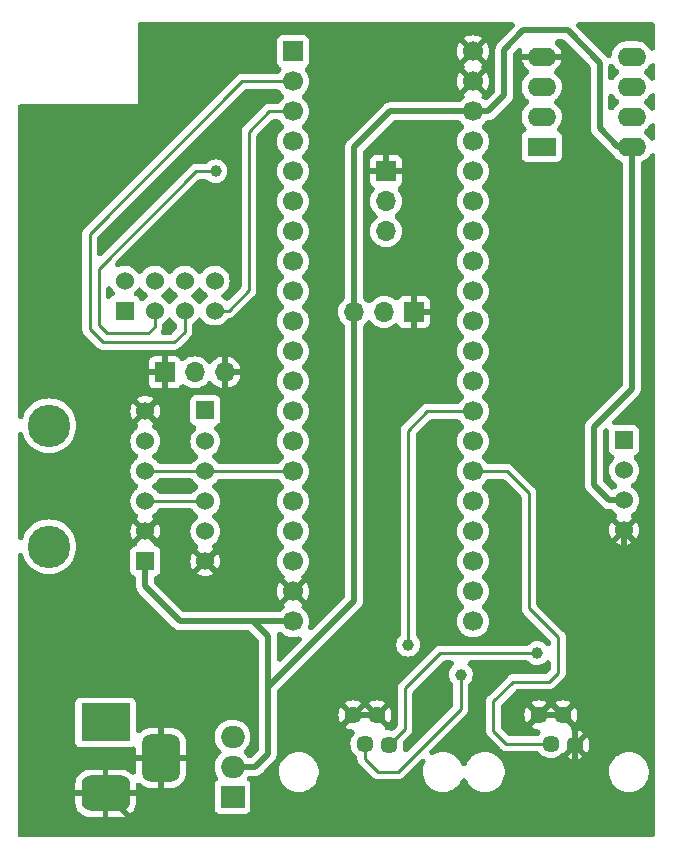
<source format=gbr>
G04 #@! TF.GenerationSoftware,KiCad,Pcbnew,(6.0.4)*
G04 #@! TF.CreationDate,2023-10-25T12:50:42+07:00*
G04 #@! TF.ProjectId,Station-Hardware-ver-01,53746174-696f-46e2-9d48-617264776172,rev?*
G04 #@! TF.SameCoordinates,Original*
G04 #@! TF.FileFunction,Copper,L1,Top*
G04 #@! TF.FilePolarity,Positive*
%FSLAX46Y46*%
G04 Gerber Fmt 4.6, Leading zero omitted, Abs format (unit mm)*
G04 Created by KiCad (PCBNEW (6.0.4)) date 2023-10-25 12:50:42*
%MOMM*%
%LPD*%
G01*
G04 APERTURE LIST*
G04 Aperture macros list*
%AMRoundRect*
0 Rectangle with rounded corners*
0 $1 Rounding radius*
0 $2 $3 $4 $5 $6 $7 $8 $9 X,Y pos of 4 corners*
0 Add a 4 corners polygon primitive as box body*
4,1,4,$2,$3,$4,$5,$6,$7,$8,$9,$2,$3,0*
0 Add four circle primitives for the rounded corners*
1,1,$1+$1,$2,$3*
1,1,$1+$1,$4,$5*
1,1,$1+$1,$6,$7*
1,1,$1+$1,$8,$9*
0 Add four rect primitives between the rounded corners*
20,1,$1+$1,$2,$3,$4,$5,0*
20,1,$1+$1,$4,$5,$6,$7,0*
20,1,$1+$1,$6,$7,$8,$9,0*
20,1,$1+$1,$8,$9,$2,$3,0*%
G04 Aperture macros list end*
G04 #@! TA.AperFunction,ComponentPad*
%ADD10R,1.524000X1.524000*%
G04 #@! TD*
G04 #@! TA.AperFunction,ComponentPad*
%ADD11C,1.524000*%
G04 #@! TD*
G04 #@! TA.AperFunction,ComponentPad*
%ADD12C,1.700000*%
G04 #@! TD*
G04 #@! TA.AperFunction,ComponentPad*
%ADD13R,1.700000X1.700000*%
G04 #@! TD*
G04 #@! TA.AperFunction,WasherPad*
%ADD14C,3.600000*%
G04 #@! TD*
G04 #@! TA.AperFunction,ComponentPad*
%ADD15C,1.450000*%
G04 #@! TD*
G04 #@! TA.AperFunction,ComponentPad*
%ADD16O,1.700000X1.700000*%
G04 #@! TD*
G04 #@! TA.AperFunction,ComponentPad*
%ADD17RoundRect,0.800000X0.800000X-1.250000X0.800000X1.250000X-0.800000X1.250000X-0.800000X-1.250000X0*%
G04 #@! TD*
G04 #@! TA.AperFunction,ComponentPad*
%ADD18RoundRect,0.750000X1.300000X-0.750000X1.300000X0.750000X-1.300000X0.750000X-1.300000X-0.750000X0*%
G04 #@! TD*
G04 #@! TA.AperFunction,ComponentPad*
%ADD19R,4.100000X3.200000*%
G04 #@! TD*
G04 #@! TA.AperFunction,ComponentPad*
%ADD20R,2.000000X1.905000*%
G04 #@! TD*
G04 #@! TA.AperFunction,ComponentPad*
%ADD21O,2.000000X1.905000*%
G04 #@! TD*
G04 #@! TA.AperFunction,ComponentPad*
%ADD22R,2.400000X1.600000*%
G04 #@! TD*
G04 #@! TA.AperFunction,ComponentPad*
%ADD23O,2.400000X1.600000*%
G04 #@! TD*
G04 #@! TA.AperFunction,ViaPad*
%ADD24C,1.000000*%
G04 #@! TD*
G04 #@! TA.AperFunction,Conductor*
%ADD25C,0.500000*%
G04 #@! TD*
G04 #@! TA.AperFunction,Conductor*
%ADD26C,0.250000*%
G04 #@! TD*
G04 APERTURE END LIST*
D10*
G04 #@! TO.P,U3,1,GND*
G04 #@! TO.N,GND*
X177270000Y-65930000D03*
D11*
G04 #@! TO.P,U3,2,VCC*
G04 #@! TO.N,+3V3*
X177270000Y-63390000D03*
G04 #@! TO.P,U3,3,RST*
G04 #@! TO.N,LoRa_Reset*
X179810000Y-65930000D03*
G04 #@! TO.P,U3,4,NCSS*
G04 #@! TO.N,LoRa_NCSS*
X179810000Y-63390000D03*
G04 #@! TO.P,U3,5,SCLK*
G04 #@! TO.N,LoRa_SCLK*
X182350000Y-65930000D03*
G04 #@! TO.P,U3,6,MOSI*
G04 #@! TO.N,LoRa_MOSI*
X182350000Y-63390000D03*
G04 #@! TO.P,U3,7,MISO*
G04 #@! TO.N,LoRa_MISO*
X184890000Y-65930000D03*
G04 #@! TO.P,U3,8,DIO0*
G04 #@! TO.N,LoRa_DIO0*
X184890000Y-63390000D03*
G04 #@! TD*
D12*
G04 #@! TO.P,U1,40,GND*
G04 #@! TO.N,GND*
X206770000Y-43980000D03*
G04 #@! TO.P,U1,39,GND*
X206770000Y-46520000D03*
G04 #@! TO.P,U1,38,3V3*
G04 #@! TO.N,+3V3*
X206770000Y-49060000D03*
G04 #@! TO.P,U1,37,RST*
G04 #@! TO.N,unconnected-(U1-Pad37)*
X206770000Y-51600000D03*
G04 #@! TO.P,U1,36,PB11*
G04 #@! TO.N,unconnected-(U1-Pad36)*
X206770000Y-54140000D03*
G04 #@! TO.P,U1,35,PB10*
G04 #@! TO.N,unconnected-(U1-Pad35)*
X206770000Y-56680000D03*
G04 #@! TO.P,U1,34,PB1*
G04 #@! TO.N,Wind_Vane*
X206770000Y-59220000D03*
G04 #@! TO.P,U1,33,PB0*
G04 #@! TO.N,unconnected-(U1-Pad33)*
X206770000Y-61760000D03*
G04 #@! TO.P,U1,32,PA7*
G04 #@! TO.N,unconnected-(U1-Pad32)*
X206770000Y-64300000D03*
G04 #@! TO.P,U1,31,PA6*
G04 #@! TO.N,unconnected-(U1-Pad31)*
X206770000Y-66840000D03*
G04 #@! TO.P,U1,30,PA5*
G04 #@! TO.N,unconnected-(U1-Pad30)*
X206770000Y-69380000D03*
G04 #@! TO.P,U1,29,PA4*
G04 #@! TO.N,unconnected-(U1-Pad29)*
X206770000Y-71920000D03*
G04 #@! TO.P,U1,28,PA3*
G04 #@! TO.N,Anemometer*
X206770000Y-74460000D03*
G04 #@! TO.P,U1,27,PA2*
G04 #@! TO.N,unconnected-(U1-Pad27)*
X206770000Y-77000000D03*
G04 #@! TO.P,U1,26,PA1*
G04 #@! TO.N,Rain_Gauge*
X206770000Y-79540000D03*
G04 #@! TO.P,U1,25,PA0*
G04 #@! TO.N,unconnected-(U1-Pad25)*
X206770000Y-82080000D03*
G04 #@! TO.P,U1,24,PC15*
G04 #@! TO.N,unconnected-(U1-Pad24)*
X206770000Y-84620000D03*
G04 #@! TO.P,U1,23,PC14*
G04 #@! TO.N,unconnected-(U1-Pad23)*
X206770000Y-87160000D03*
G04 #@! TO.P,U1,22,PC13*
G04 #@! TO.N,unconnected-(U1-Pad22)*
X206770000Y-89700000D03*
G04 #@! TO.P,U1,21,VBat*
G04 #@! TO.N,unconnected-(U1-Pad21)*
X206770000Y-92240000D03*
G04 #@! TO.P,U1,20,3V3*
G04 #@! TO.N,+3V3*
X191530000Y-92240000D03*
G04 #@! TO.P,U1,19,GND*
G04 #@! TO.N,GND*
X191530000Y-89700000D03*
G04 #@! TO.P,U1,18,5V*
G04 #@! TO.N,unconnected-(U1-Pad18)*
X191530000Y-87160000D03*
G04 #@! TO.P,U1,17,PB9*
G04 #@! TO.N,unconnected-(U1-Pad17)*
X191530000Y-84620000D03*
G04 #@! TO.P,U1,16,PB8*
G04 #@! TO.N,unconnected-(U1-Pad16)*
X191530000Y-82080000D03*
G04 #@! TO.P,U1,15,PB7*
G04 #@! TO.N,I2C_SDA*
X191530000Y-79540000D03*
G04 #@! TO.P,U1,14,PB6*
G04 #@! TO.N,I2C_CLK*
X191530000Y-77000000D03*
G04 #@! TO.P,U1,13,PB5*
G04 #@! TO.N,unconnected-(U1-Pad13)*
X191530000Y-74460000D03*
G04 #@! TO.P,U1,12,PB4*
G04 #@! TO.N,unconnected-(U1-Pad12)*
X191530000Y-71920000D03*
G04 #@! TO.P,U1,11,PB3*
G04 #@! TO.N,DS18B20*
X191530000Y-69380000D03*
G04 #@! TO.P,U1,10,PA15*
G04 #@! TO.N,RTC_ALARM*
X191530000Y-66840000D03*
G04 #@! TO.P,U1,9,PA12*
G04 #@! TO.N,unconnected-(U1-Pad9)*
X191530000Y-64300000D03*
G04 #@! TO.P,U1,8,PA11*
G04 #@! TO.N,LoRa_DIO0*
X191530000Y-61760000D03*
G04 #@! TO.P,U1,7,PA10*
G04 #@! TO.N,UART_RX*
X191530000Y-59220000D03*
G04 #@! TO.P,U1,6,PA9*
G04 #@! TO.N,UART_TX*
X191530000Y-56680000D03*
G04 #@! TO.P,U1,5,PA8*
G04 #@! TO.N,LoRa_Reset*
X191530000Y-54140000D03*
G04 #@! TO.P,U1,4,PB15*
G04 #@! TO.N,LoRa_MOSI*
X191530000Y-51600000D03*
G04 #@! TO.P,U1,3,PB14*
G04 #@! TO.N,LoRa_MISO*
X191530000Y-49060000D03*
G04 #@! TO.P,U1,2,PB13*
G04 #@! TO.N,LoRa_SCLK*
X191530000Y-46520000D03*
D13*
G04 #@! TO.P,U1,1,PB12*
G04 #@! TO.N,LoRa_NCSS*
X191530000Y-43980000D03*
G04 #@! TD*
D14*
G04 #@! TO.P,U5,*
G04 #@! TO.N,*
X170870000Y-75670000D03*
X170870000Y-85910000D03*
D10*
G04 #@! TO.P,U5,1,VCC*
G04 #@! TO.N,+3V3*
X179020000Y-87140000D03*
D11*
X179020000Y-76980000D03*
G04 #@! TO.P,U5,2,GND*
G04 #@! TO.N,GND*
X179020000Y-84600000D03*
G04 #@! TO.P,U5,3,SCL*
G04 #@! TO.N,I2C_CLK*
X179020000Y-82060000D03*
G04 #@! TO.P,U5,4,SDA*
G04 #@! TO.N,I2C_SDA*
X179020000Y-79520000D03*
G04 #@! TO.P,U5,5,ADDR*
G04 #@! TO.N,GND*
X179020000Y-74440000D03*
G04 #@! TD*
D15*
G04 #@! TO.P,J4,1*
G04 #@! TO.N,GND*
X196595000Y-100170000D03*
G04 #@! TO.P,J4,2*
X198630000Y-100170000D03*
G04 #@! TO.P,J4,3*
G04 #@! TO.N,Anemometer*
X197610000Y-102610000D03*
G04 #@! TO.P,J4,4*
G04 #@! TO.N,WindVane_raw*
X199645000Y-102710000D03*
G04 #@! TD*
D13*
G04 #@! TO.P,J2,1,Pin_1*
G04 #@! TO.N,GND*
X180665000Y-71165000D03*
D16*
G04 #@! TO.P,J2,2,Pin_2*
G04 #@! TO.N,/32768Hz out*
X183205000Y-71165000D03*
G04 #@! TO.P,J2,3,Pin_3*
G04 #@! TO.N,GND*
X185745000Y-71165000D03*
G04 #@! TD*
D17*
G04 #@! TO.P,J1,3*
G04 #@! TO.N,GND*
X180352500Y-103800000D03*
D18*
G04 #@! TO.P,J1,2*
X175652500Y-106800000D03*
D19*
G04 #@! TO.P,J1,1*
G04 #@! TO.N,VCC*
X175652500Y-100800000D03*
G04 #@! TD*
D20*
G04 #@! TO.P,U6,1,ADJ*
G04 #@! TO.N,/V_adj*
X186405000Y-107110000D03*
D21*
G04 #@! TO.P,U6,2,VO*
G04 #@! TO.N,+3V3*
X186405000Y-104570000D03*
G04 #@! TO.P,U6,3,VI*
G04 #@! TO.N,VCC*
X186405000Y-102030000D03*
G04 #@! TD*
D15*
G04 #@! TO.P,J5,1*
G04 #@! TO.N,GND*
X212343000Y-100160000D03*
G04 #@! TO.P,J5,2*
X214378000Y-100160000D03*
G04 #@! TO.P,J5,3*
G04 #@! TO.N,Rain_Gauge*
X213358000Y-102600000D03*
G04 #@! TO.P,J5,4*
G04 #@! TO.N,GND*
X215393000Y-102700000D03*
G04 #@! TD*
D22*
G04 #@! TO.P,U4,1*
G04 #@! TO.N,Wind_Vane*
X212583000Y-52060000D03*
D23*
G04 #@! TO.P,U4,2,-*
X212583000Y-49520000D03*
G04 #@! TO.P,U4,3,+*
G04 #@! TO.N,/Passive LPF*
X212583000Y-46980000D03*
G04 #@! TO.P,U4,4,V-*
G04 #@! TO.N,GND*
X212583000Y-44440000D03*
G04 #@! TO.P,U4,5,+*
G04 #@! TO.N,unconnected-(U4-Pad5)*
X220203000Y-44440000D03*
G04 #@! TO.P,U4,6,-*
G04 #@! TO.N,unconnected-(U4-Pad6)*
X220203000Y-46980000D03*
G04 #@! TO.P,U4,7*
G04 #@! TO.N,unconnected-(U4-Pad7)*
X220203000Y-49520000D03*
G04 #@! TO.P,U4,8,V+*
G04 #@! TO.N,+3V3*
X220203000Y-52060000D03*
G04 #@! TD*
D10*
G04 #@! TO.P,U2,1,SCL*
G04 #@! TO.N,unconnected-(U2-Pad1)*
X219560000Y-76910000D03*
D11*
G04 #@! TO.P,U2,2,SDA*
G04 #@! TO.N,unconnected-(U2-Pad2)*
X219560000Y-79450000D03*
G04 #@! TO.P,U2,3,VCC*
G04 #@! TO.N,+3V3*
X219560000Y-81990000D03*
G04 #@! TO.P,U2,4,GND*
G04 #@! TO.N,GND*
X219560000Y-84530000D03*
D10*
G04 #@! TO.P,U2,5,32K*
G04 #@! TO.N,/32768Hz out*
X184100000Y-74370000D03*
D11*
G04 #@! TO.P,U2,6,SQW*
G04 #@! TO.N,RTC_ALARM*
X184100000Y-76990000D03*
G04 #@! TO.P,U2,7,SCL*
G04 #@! TO.N,I2C_CLK*
X184100000Y-82070000D03*
G04 #@! TO.P,U2,8,SDA*
G04 #@! TO.N,I2C_SDA*
X184100000Y-79530000D03*
G04 #@! TO.P,U2,9,VCC*
G04 #@! TO.N,unconnected-(U2-Pad9)*
X184100000Y-84610000D03*
G04 #@! TO.P,U2,10,GND*
G04 #@! TO.N,GND*
X184100000Y-87150000D03*
G04 #@! TD*
D13*
G04 #@! TO.P,J6,1,Pin_1*
G04 #@! TO.N,GND*
X201770000Y-66040000D03*
D16*
G04 #@! TO.P,J6,2,Pin_2*
G04 #@! TO.N,DS18B20*
X199230000Y-66040000D03*
G04 #@! TO.P,J6,3,Pin_3*
G04 #@! TO.N,+3V3*
X196690000Y-66040000D03*
G04 #@! TD*
D13*
G04 #@! TO.P,J3,1,Pin_1*
G04 #@! TO.N,GND*
X199415000Y-54125000D03*
D16*
G04 #@! TO.P,J3,2,Pin_2*
G04 #@! TO.N,UART_TX*
X199415000Y-56665000D03*
G04 #@! TO.P,J3,3,Pin_3*
G04 #@! TO.N,UART_RX*
X199415000Y-59205000D03*
G04 #@! TD*
D24*
G04 #@! TO.N,Anemometer*
X205740000Y-96760000D03*
X201280000Y-94220000D03*
G04 #@! TO.N,WindVane_raw*
X212200000Y-94930000D03*
G04 #@! TO.N,LoRa_Reset*
X184970000Y-54140000D03*
G04 #@! TD*
D25*
G04 #@! TO.N,GND*
X195300000Y-108010000D02*
X197030000Y-109740000D01*
X215393000Y-101175000D02*
X214378000Y-100160000D01*
X198630000Y-100170000D02*
X196595000Y-100170000D01*
X175652500Y-106800000D02*
X178592500Y-109740000D01*
X215395000Y-105965000D02*
X219560000Y-101800000D01*
X197030000Y-109740000D02*
X211620000Y-109740000D01*
X178592500Y-109740000D02*
X197030000Y-109740000D01*
X195300000Y-101465000D02*
X195300000Y-108010000D01*
X215393000Y-102700000D02*
X215393000Y-105963000D01*
X196595000Y-100170000D02*
X195300000Y-101465000D01*
X211620000Y-109740000D02*
X215395000Y-105965000D01*
X215393000Y-105963000D02*
X215395000Y-105965000D01*
X219560000Y-101800000D02*
X219560000Y-84530000D01*
X212343000Y-100160000D02*
X214378000Y-100160000D01*
X215393000Y-102700000D02*
X215393000Y-101175000D01*
D26*
G04 #@! TO.N,Anemometer*
X198720000Y-104990000D02*
X200390000Y-104990000D01*
X202700000Y-102680000D02*
X205740000Y-99640000D01*
X205740000Y-99640000D02*
X205740000Y-96760000D01*
X197610000Y-102610000D02*
X197610000Y-103880000D01*
X202910000Y-74460000D02*
X206770000Y-74460000D01*
X197610000Y-103880000D02*
X198720000Y-104990000D01*
X201280000Y-94220000D02*
X201280000Y-76090000D01*
X201280000Y-76090000D02*
X202910000Y-74460000D01*
X200390000Y-104990000D02*
X202700000Y-102680000D01*
D25*
G04 #@! TO.N,+3V3*
X196690000Y-90520000D02*
X189390000Y-97820000D01*
X179020000Y-87140000D02*
X179020000Y-89290000D01*
X188320000Y-104570000D02*
X189390000Y-103500000D01*
X218310000Y-81990000D02*
X217000000Y-80680000D01*
X206770000Y-49060000D02*
X199750000Y-49060000D01*
X211040000Y-42220000D02*
X214770000Y-42220000D01*
X186405000Y-104570000D02*
X188320000Y-104570000D01*
X217480000Y-44930000D02*
X217480000Y-50480000D01*
X219560000Y-81990000D02*
X218310000Y-81990000D01*
X209420000Y-47700000D02*
X209420000Y-43840000D01*
X188120000Y-92240000D02*
X191530000Y-92240000D01*
X208060000Y-49060000D02*
X209420000Y-47700000D01*
X196690000Y-66040000D02*
X196690000Y-90520000D01*
X189390000Y-103500000D02*
X189390000Y-97820000D01*
X199750000Y-49060000D02*
X196690000Y-52120000D01*
X217000000Y-80680000D02*
X217000000Y-75760000D01*
X220203000Y-72557000D02*
X220203000Y-52060000D01*
X219060000Y-52060000D02*
X220203000Y-52060000D01*
X214770000Y-42220000D02*
X217480000Y-44930000D01*
X189390000Y-97820000D02*
X189390000Y-93510000D01*
X181970000Y-92240000D02*
X188120000Y-92240000D01*
X209420000Y-43840000D02*
X211040000Y-42220000D01*
X217480000Y-50480000D02*
X219060000Y-52060000D01*
X196690000Y-52120000D02*
X196690000Y-66040000D01*
X189390000Y-93510000D02*
X188120000Y-92240000D01*
X206770000Y-49060000D02*
X208060000Y-49060000D01*
X179020000Y-89290000D02*
X181970000Y-92240000D01*
X217000000Y-75760000D02*
X220203000Y-72557000D01*
D26*
G04 #@! TO.N,WindVane_raw*
X201010000Y-101345000D02*
X199645000Y-102710000D01*
X201010000Y-97930000D02*
X201010000Y-101345000D01*
X204010000Y-94930000D02*
X201010000Y-97930000D01*
X212200000Y-94930000D02*
X204010000Y-94930000D01*
G04 #@! TO.N,LoRa_SCLK*
X181450480Y-68619520D02*
X175429539Y-68619520D01*
X174300000Y-67489982D02*
X174300000Y-59450000D01*
X187230000Y-46520000D02*
X191530000Y-46520000D01*
X182350000Y-65930000D02*
X182350000Y-67720000D01*
X175429539Y-68619520D02*
X174300000Y-67489982D01*
X174300000Y-59450000D02*
X187230000Y-46520000D01*
X182350000Y-67720000D02*
X181450480Y-68619520D01*
G04 #@! TO.N,LoRa_MISO*
X189530000Y-49060000D02*
X187800000Y-50790000D01*
X191530000Y-49060000D02*
X189530000Y-49060000D01*
X187800000Y-64230000D02*
X186100000Y-65930000D01*
X184890000Y-65930000D02*
X184890000Y-66570000D01*
X187800000Y-50790000D02*
X187800000Y-64230000D01*
X186100000Y-65930000D02*
X184890000Y-65930000D01*
G04 #@! TO.N,LoRa_Reset*
X179250000Y-67870000D02*
X175740000Y-67870000D01*
X183320000Y-54140000D02*
X184970000Y-54140000D01*
X179810000Y-67310000D02*
X179250000Y-67870000D01*
X175740000Y-67870000D02*
X175060000Y-67190000D01*
X179810000Y-65930000D02*
X179810000Y-67310000D01*
X175060000Y-62400000D02*
X183320000Y-54140000D01*
X175060000Y-67190000D02*
X175060000Y-62400000D01*
G04 #@! TO.N,I2C_CLK*
X184090000Y-82060000D02*
X184100000Y-82070000D01*
X179020000Y-82060000D02*
X184090000Y-82060000D01*
G04 #@! TO.N,Rain_Gauge*
X211510000Y-91120000D02*
X211510000Y-81400000D01*
X210180000Y-97340000D02*
X213230000Y-97340000D01*
X209580000Y-102600000D02*
X208500000Y-101520000D01*
X213358000Y-102600000D02*
X209580000Y-102600000D01*
X213990000Y-93600000D02*
X211510000Y-91120000D01*
X208500000Y-99020000D02*
X210180000Y-97340000D01*
X211510000Y-81400000D02*
X209650000Y-79540000D01*
X209650000Y-79540000D02*
X206770000Y-79540000D01*
X213230000Y-97340000D02*
X213990000Y-96580000D01*
X213990000Y-96580000D02*
X213990000Y-93600000D01*
X208500000Y-101520000D02*
X208500000Y-99020000D01*
G04 #@! TO.N,I2C_SDA*
X179020000Y-79520000D02*
X184090000Y-79520000D01*
X184100000Y-79530000D02*
X191520000Y-79530000D01*
X191520000Y-79530000D02*
X191530000Y-79540000D01*
X184090000Y-79520000D02*
X184100000Y-79530000D01*
G04 #@! TD*
G04 #@! TA.AperFunction,NonConductor*
G36*
X222045788Y-41529454D02*
G01*
X222126570Y-41583430D01*
X222180546Y-41664212D01*
X222199500Y-41759500D01*
X222199500Y-43666898D01*
X222180546Y-43762186D01*
X222126570Y-43842968D01*
X222045788Y-43896944D01*
X221950500Y-43915898D01*
X221855212Y-43896944D01*
X221774430Y-43842968D01*
X221736479Y-43793509D01*
X221733568Y-43787266D01*
X221712830Y-43757648D01*
X221609284Y-43609769D01*
X221603047Y-43600861D01*
X221442139Y-43439953D01*
X221255734Y-43309432D01*
X221049496Y-43213261D01*
X220829692Y-43154365D01*
X220818864Y-43153418D01*
X220818860Y-43153417D01*
X220737382Y-43146289D01*
X220659784Y-43139500D01*
X219746216Y-43139500D01*
X219668618Y-43146289D01*
X219587140Y-43153417D01*
X219587136Y-43153418D01*
X219576308Y-43154365D01*
X219356504Y-43213261D01*
X219150266Y-43309432D01*
X218963861Y-43439953D01*
X218802953Y-43600861D01*
X218672432Y-43787266D01*
X218576261Y-43993504D01*
X218517365Y-44213308D01*
X218508075Y-44319491D01*
X218480890Y-44412759D01*
X218420079Y-44488529D01*
X218334901Y-44535259D01*
X218238323Y-44545837D01*
X218145049Y-44518650D01*
X218074146Y-44463210D01*
X218074108Y-44463246D01*
X218073874Y-44462997D01*
X218073407Y-44462632D01*
X218071474Y-44460443D01*
X218071442Y-44460408D01*
X218068915Y-44457548D01*
X218066207Y-44454840D01*
X218065265Y-44453837D01*
X218059677Y-44445315D01*
X218005300Y-44393803D01*
X218000473Y-44389106D01*
X215546937Y-41935570D01*
X215492961Y-41854788D01*
X215474007Y-41759500D01*
X215492961Y-41664212D01*
X215546937Y-41583430D01*
X215627719Y-41529454D01*
X215723007Y-41510500D01*
X221950500Y-41510500D01*
X222045788Y-41529454D01*
G37*
G04 #@! TD.AperFunction*
G04 #@! TA.AperFunction,NonConductor*
G36*
X218574788Y-45021271D02*
G01*
X218655570Y-45075247D01*
X218683469Y-45108497D01*
X218711591Y-45148659D01*
X218802953Y-45279139D01*
X218963861Y-45440047D01*
X219058097Y-45506031D01*
X219125281Y-45576211D01*
X219160494Y-45666760D01*
X219158375Y-45763892D01*
X219119247Y-45852819D01*
X219058098Y-45913968D01*
X218963861Y-45979953D01*
X218802953Y-46140861D01*
X218796716Y-46149769D01*
X218683469Y-46311503D01*
X218613288Y-46378687D01*
X218522739Y-46413900D01*
X218425607Y-46411781D01*
X218336680Y-46372652D01*
X218269496Y-46302471D01*
X218234283Y-46211922D01*
X218230500Y-46168683D01*
X218230500Y-45251317D01*
X218249454Y-45156029D01*
X218303430Y-45075247D01*
X218384212Y-45021271D01*
X218479500Y-45002317D01*
X218574788Y-45021271D01*
G37*
G04 #@! TD.AperFunction*
G04 #@! TA.AperFunction,NonConductor*
G36*
X222075002Y-44997463D02*
G01*
X222148047Y-45061523D01*
X222191016Y-45148659D01*
X222199500Y-45213102D01*
X222199500Y-46206898D01*
X222180546Y-46302186D01*
X222126570Y-46382968D01*
X222045788Y-46436944D01*
X221950500Y-46455898D01*
X221855212Y-46436944D01*
X221774430Y-46382968D01*
X221736479Y-46333509D01*
X221733568Y-46327266D01*
X221603047Y-46140861D01*
X221442139Y-45979953D01*
X221347903Y-45913969D01*
X221280719Y-45843789D01*
X221245506Y-45753240D01*
X221247625Y-45656108D01*
X221286753Y-45567181D01*
X221347902Y-45506032D01*
X221442139Y-45440047D01*
X221603047Y-45279139D01*
X221694409Y-45148659D01*
X221727333Y-45101639D01*
X221727334Y-45101637D01*
X221733568Y-45092734D01*
X221736216Y-45087054D01*
X221798921Y-45015555D01*
X221886057Y-44972586D01*
X221983004Y-44966233D01*
X222075002Y-44997463D01*
G37*
G04 #@! TD.AperFunction*
G04 #@! TA.AperFunction,NonConductor*
G36*
X218574788Y-47561271D02*
G01*
X218655570Y-47615247D01*
X218683469Y-47648497D01*
X218709415Y-47685552D01*
X218802953Y-47819139D01*
X218963861Y-47980047D01*
X219058097Y-48046031D01*
X219125281Y-48116211D01*
X219160494Y-48206760D01*
X219158375Y-48303892D01*
X219119247Y-48392819D01*
X219058098Y-48453968D01*
X218963861Y-48519953D01*
X218802953Y-48680861D01*
X218796716Y-48689769D01*
X218683469Y-48851503D01*
X218613288Y-48918687D01*
X218522739Y-48953900D01*
X218425607Y-48951781D01*
X218336680Y-48912652D01*
X218269496Y-48842471D01*
X218234283Y-48751922D01*
X218230500Y-48708683D01*
X218230500Y-47791317D01*
X218249454Y-47696029D01*
X218303430Y-47615247D01*
X218384212Y-47561271D01*
X218479500Y-47542317D01*
X218574788Y-47561271D01*
G37*
G04 #@! TD.AperFunction*
G04 #@! TA.AperFunction,NonConductor*
G36*
X222075002Y-47537463D02*
G01*
X222148047Y-47601523D01*
X222191016Y-47688659D01*
X222199500Y-47753102D01*
X222199500Y-48746898D01*
X222180546Y-48842186D01*
X222126570Y-48922968D01*
X222045788Y-48976944D01*
X221950500Y-48995898D01*
X221855212Y-48976944D01*
X221774430Y-48922968D01*
X221736479Y-48873509D01*
X221733568Y-48867266D01*
X221603047Y-48680861D01*
X221442139Y-48519953D01*
X221347903Y-48453969D01*
X221280719Y-48383789D01*
X221245506Y-48293240D01*
X221247625Y-48196108D01*
X221286753Y-48107181D01*
X221347902Y-48046032D01*
X221442139Y-47980047D01*
X221603047Y-47819139D01*
X221696585Y-47685552D01*
X221727333Y-47641639D01*
X221727334Y-47641637D01*
X221733568Y-47632734D01*
X221736216Y-47627054D01*
X221798921Y-47555555D01*
X221886057Y-47512586D01*
X221983004Y-47506233D01*
X222075002Y-47537463D01*
G37*
G04 #@! TD.AperFunction*
G04 #@! TA.AperFunction,NonConductor*
G36*
X222075002Y-50077463D02*
G01*
X222148047Y-50141523D01*
X222191016Y-50228659D01*
X222199500Y-50293102D01*
X222199500Y-51286898D01*
X222180546Y-51382186D01*
X222126570Y-51462968D01*
X222045788Y-51516944D01*
X221950500Y-51535898D01*
X221855212Y-51516944D01*
X221774430Y-51462968D01*
X221736479Y-51413509D01*
X221733568Y-51407266D01*
X221603047Y-51220861D01*
X221442139Y-51059953D01*
X221347903Y-50993969D01*
X221280719Y-50923789D01*
X221245506Y-50833240D01*
X221247625Y-50736108D01*
X221286753Y-50647181D01*
X221347902Y-50586032D01*
X221442139Y-50520047D01*
X221603047Y-50359139D01*
X221694409Y-50228659D01*
X221727333Y-50181639D01*
X221727334Y-50181637D01*
X221733568Y-50172734D01*
X221736216Y-50167054D01*
X221798921Y-50095555D01*
X221886057Y-50052586D01*
X221983004Y-50046233D01*
X222075002Y-50077463D01*
G37*
G04 #@! TD.AperFunction*
G04 #@! TA.AperFunction,NonConductor*
G36*
X176029788Y-63872480D02*
G01*
X176110570Y-63926456D01*
X176160171Y-63997295D01*
X176164808Y-64007238D01*
X176172466Y-64023661D01*
X176299174Y-64204620D01*
X176394544Y-64299990D01*
X176448520Y-64380772D01*
X176467474Y-64476060D01*
X176448520Y-64571348D01*
X176394544Y-64652130D01*
X176305882Y-64709214D01*
X176265176Y-64724474D01*
X176150454Y-64810454D01*
X176133751Y-64832741D01*
X176061439Y-64897622D01*
X175969801Y-64929894D01*
X175872788Y-64924640D01*
X175785170Y-64882662D01*
X175720287Y-64810348D01*
X175688015Y-64718710D01*
X175685500Y-64683409D01*
X175685500Y-64102526D01*
X175704454Y-64007238D01*
X175758430Y-63926456D01*
X175839212Y-63872480D01*
X175934500Y-63853526D01*
X176029788Y-63872480D01*
G37*
G04 #@! TD.AperFunction*
G04 #@! TA.AperFunction,NonConductor*
G36*
X190284991Y-47164454D02*
G01*
X190365773Y-47218430D01*
X190393670Y-47251678D01*
X190491505Y-47391401D01*
X190658599Y-47558495D01*
X190667501Y-47564728D01*
X190667503Y-47564730D01*
X190697923Y-47586030D01*
X190765108Y-47656211D01*
X190800321Y-47746760D01*
X190798202Y-47843892D01*
X190759074Y-47932819D01*
X190697926Y-47993968D01*
X190658599Y-48021505D01*
X190491505Y-48188599D01*
X190396613Y-48324120D01*
X190393672Y-48328320D01*
X190323491Y-48395504D01*
X190232942Y-48430717D01*
X190189703Y-48434500D01*
X189603187Y-48434500D01*
X189597943Y-48434253D01*
X189589332Y-48432328D01*
X189573671Y-48432820D01*
X189524118Y-48434377D01*
X189516298Y-48434500D01*
X189490650Y-48434500D01*
X189482896Y-48435480D01*
X189480679Y-48435619D01*
X189472871Y-48435987D01*
X189453932Y-48436582D01*
X189431372Y-48437291D01*
X189416325Y-48441663D01*
X189407313Y-48443090D01*
X189397580Y-48445105D01*
X189388748Y-48447373D01*
X189373208Y-48449336D01*
X189338066Y-48463250D01*
X189315893Y-48470842D01*
X189279610Y-48481383D01*
X189266126Y-48489357D01*
X189257767Y-48492974D01*
X189248799Y-48497367D01*
X189240830Y-48501748D01*
X189226268Y-48507514D01*
X189213596Y-48516721D01*
X189213590Y-48516724D01*
X189195704Y-48529719D01*
X189176098Y-48542598D01*
X189157067Y-48553853D01*
X189157065Y-48553854D01*
X189143579Y-48561830D01*
X189132502Y-48572907D01*
X189125303Y-48578491D01*
X189117729Y-48584960D01*
X189111084Y-48591200D01*
X189098413Y-48600406D01*
X189088431Y-48612472D01*
X189088428Y-48612475D01*
X189074342Y-48629503D01*
X189058554Y-48646855D01*
X187409454Y-50295955D01*
X187405574Y-50299485D01*
X187398123Y-50304214D01*
X187387397Y-50315636D01*
X187353471Y-50351763D01*
X187348029Y-50357380D01*
X187329880Y-50375529D01*
X187325093Y-50381701D01*
X187323624Y-50383367D01*
X187318378Y-50389133D01*
X187289938Y-50419418D01*
X187282392Y-50433145D01*
X187277031Y-50440523D01*
X187271584Y-50448816D01*
X187266933Y-50456680D01*
X187257327Y-50469064D01*
X187251102Y-50483449D01*
X187242318Y-50503746D01*
X187232006Y-50524797D01*
X187213803Y-50557908D01*
X187209906Y-50573085D01*
X187206547Y-50581569D01*
X187203324Y-50590983D01*
X187200783Y-50599727D01*
X187194562Y-50614104D01*
X187192112Y-50629574D01*
X187192111Y-50629577D01*
X187188652Y-50651419D01*
X187183893Y-50674398D01*
X187174500Y-50710981D01*
X187174500Y-50726649D01*
X187173357Y-50735696D01*
X187172576Y-50745627D01*
X187172290Y-50754726D01*
X187169840Y-50770196D01*
X187172189Y-50795039D01*
X187173395Y-50807802D01*
X187174500Y-50831236D01*
X187174500Y-63867770D01*
X187155546Y-63963058D01*
X187101570Y-64043840D01*
X186121495Y-65023914D01*
X186040716Y-65077888D01*
X185945428Y-65096842D01*
X185850140Y-65077888D01*
X185769358Y-65023912D01*
X185704620Y-64959174D01*
X185568653Y-64863969D01*
X185501469Y-64793788D01*
X185466256Y-64703239D01*
X185468375Y-64606107D01*
X185507504Y-64517180D01*
X185568653Y-64456031D01*
X185662351Y-64390423D01*
X185704620Y-64360826D01*
X185860826Y-64204620D01*
X185987534Y-64023661D01*
X186032862Y-63926456D01*
X186076300Y-63833302D01*
X186076300Y-63833301D01*
X186080894Y-63823450D01*
X186138070Y-63610068D01*
X186157323Y-63390000D01*
X186138070Y-63169932D01*
X186080894Y-62956550D01*
X186070395Y-62934035D01*
X185992127Y-62766188D01*
X185992125Y-62766185D01*
X185987534Y-62756339D01*
X185860826Y-62575380D01*
X185704620Y-62419174D01*
X185523662Y-62292466D01*
X185513816Y-62287875D01*
X185513813Y-62287873D01*
X185333302Y-62203700D01*
X185323450Y-62199106D01*
X185312947Y-62196292D01*
X185312945Y-62196291D01*
X185192534Y-62164027D01*
X185110068Y-62141930D01*
X184890000Y-62122677D01*
X184669932Y-62141930D01*
X184587466Y-62164027D01*
X184467055Y-62196291D01*
X184467053Y-62196292D01*
X184456550Y-62199106D01*
X184446699Y-62203700D01*
X184446698Y-62203700D01*
X184266188Y-62287873D01*
X184266185Y-62287875D01*
X184256339Y-62292466D01*
X184075380Y-62419174D01*
X183919174Y-62575380D01*
X183879948Y-62631401D01*
X183823969Y-62711348D01*
X183753788Y-62778532D01*
X183663239Y-62813745D01*
X183566108Y-62811626D01*
X183477180Y-62772497D01*
X183416031Y-62711348D01*
X183360052Y-62631401D01*
X183320826Y-62575380D01*
X183164620Y-62419174D01*
X182983662Y-62292466D01*
X182973816Y-62287875D01*
X182973813Y-62287873D01*
X182793302Y-62203700D01*
X182783450Y-62199106D01*
X182772947Y-62196292D01*
X182772945Y-62196291D01*
X182652534Y-62164027D01*
X182570068Y-62141930D01*
X182350000Y-62122677D01*
X182129932Y-62141930D01*
X182047466Y-62164027D01*
X181927055Y-62196291D01*
X181927053Y-62196292D01*
X181916550Y-62199106D01*
X181906699Y-62203700D01*
X181906698Y-62203700D01*
X181726188Y-62287873D01*
X181726185Y-62287875D01*
X181716339Y-62292466D01*
X181535380Y-62419174D01*
X181379174Y-62575380D01*
X181339948Y-62631401D01*
X181283969Y-62711348D01*
X181213788Y-62778532D01*
X181123239Y-62813745D01*
X181026108Y-62811626D01*
X180937180Y-62772497D01*
X180876031Y-62711348D01*
X180820052Y-62631401D01*
X180780826Y-62575380D01*
X180624620Y-62419174D01*
X180443662Y-62292466D01*
X180433816Y-62287875D01*
X180433813Y-62287873D01*
X180253302Y-62203700D01*
X180243450Y-62199106D01*
X180232947Y-62196292D01*
X180232945Y-62196291D01*
X180112534Y-62164027D01*
X180030068Y-62141930D01*
X179810000Y-62122677D01*
X179589932Y-62141930D01*
X179507466Y-62164027D01*
X179387055Y-62196291D01*
X179387053Y-62196292D01*
X179376550Y-62199106D01*
X179366699Y-62203700D01*
X179366698Y-62203700D01*
X179186188Y-62287873D01*
X179186185Y-62287875D01*
X179176339Y-62292466D01*
X178995380Y-62419174D01*
X178839174Y-62575380D01*
X178799948Y-62631401D01*
X178743969Y-62711348D01*
X178673788Y-62778532D01*
X178583239Y-62813745D01*
X178486108Y-62811626D01*
X178397180Y-62772497D01*
X178336031Y-62711348D01*
X178280052Y-62631401D01*
X178240826Y-62575380D01*
X178084620Y-62419174D01*
X177903662Y-62292466D01*
X177893816Y-62287875D01*
X177893813Y-62287873D01*
X177713302Y-62203700D01*
X177703450Y-62199106D01*
X177692947Y-62196292D01*
X177692945Y-62196291D01*
X177572534Y-62164027D01*
X177490068Y-62141930D01*
X177270000Y-62122677D01*
X177049932Y-62141930D01*
X176967466Y-62164027D01*
X176847055Y-62196291D01*
X176847053Y-62196292D01*
X176836550Y-62199106D01*
X176826699Y-62203700D01*
X176826698Y-62203700D01*
X176821517Y-62206116D01*
X176817070Y-62207204D01*
X176816477Y-62207420D01*
X176816453Y-62207355D01*
X176727146Y-62229208D01*
X176631122Y-62214428D01*
X176548063Y-62164027D01*
X176490614Y-62085677D01*
X176467522Y-61991306D01*
X176482302Y-61895282D01*
X176532703Y-61812223D01*
X176540215Y-61804375D01*
X179792564Y-58552027D01*
X183506161Y-54838430D01*
X183586943Y-54784454D01*
X183682231Y-54765500D01*
X184072407Y-54765500D01*
X184167695Y-54784454D01*
X184246746Y-54838279D01*
X184246818Y-54838369D01*
X184396238Y-54965535D01*
X184567513Y-55061257D01*
X184754118Y-55121889D01*
X184948946Y-55145121D01*
X184961085Y-55144187D01*
X184961087Y-55144187D01*
X185015874Y-55139971D01*
X185144576Y-55130068D01*
X185264488Y-55096587D01*
X185321824Y-55080579D01*
X185321827Y-55080578D01*
X185333556Y-55077303D01*
X185508689Y-54988837D01*
X185530913Y-54971474D01*
X185653705Y-54875539D01*
X185653707Y-54875538D01*
X185663303Y-54868040D01*
X185791509Y-54719511D01*
X185888425Y-54548909D01*
X185950358Y-54362732D01*
X185974949Y-54168071D01*
X185975341Y-54140000D01*
X185956194Y-53944728D01*
X185947348Y-53915426D01*
X185903003Y-53768549D01*
X185903002Y-53768547D01*
X185899484Y-53756894D01*
X185893769Y-53746145D01*
X185813087Y-53594404D01*
X185813084Y-53594400D01*
X185807370Y-53583653D01*
X185683361Y-53431602D01*
X185532180Y-53306535D01*
X185373848Y-53220925D01*
X185370299Y-53219006D01*
X185359585Y-53213213D01*
X185331196Y-53204425D01*
X185258555Y-53181939D01*
X185172152Y-53155193D01*
X185014254Y-53138597D01*
X184989131Y-53135956D01*
X184989130Y-53135956D01*
X184977019Y-53134683D01*
X184781618Y-53152466D01*
X184769942Y-53155902D01*
X184769939Y-53155903D01*
X184605076Y-53204425D01*
X184605072Y-53204427D01*
X184593393Y-53207864D01*
X184528576Y-53241749D01*
X184460179Y-53277507D01*
X184419512Y-53298767D01*
X184410025Y-53306395D01*
X184410023Y-53306396D01*
X184390725Y-53321912D01*
X184266600Y-53421711D01*
X184258770Y-53431043D01*
X184250070Y-53439562D01*
X184248246Y-53437699D01*
X184187594Y-53486372D01*
X184094319Y-53513554D01*
X184072630Y-53514500D01*
X183393199Y-53514500D01*
X183387946Y-53514252D01*
X183379333Y-53512327D01*
X183363675Y-53512819D01*
X183363674Y-53512819D01*
X183314100Y-53514377D01*
X183306279Y-53514500D01*
X183280650Y-53514500D01*
X183272887Y-53515481D01*
X183270726Y-53515617D01*
X183262905Y-53515986D01*
X183246191Y-53516511D01*
X183221373Y-53517291D01*
X183206322Y-53521664D01*
X183197310Y-53523091D01*
X183187570Y-53525108D01*
X183178752Y-53527372D01*
X183163208Y-53529336D01*
X183128082Y-53543244D01*
X183105894Y-53550840D01*
X183084659Y-53557009D01*
X183084652Y-53557012D01*
X183069610Y-53561382D01*
X183056124Y-53569358D01*
X183047747Y-53572983D01*
X183038815Y-53577359D01*
X183030830Y-53581749D01*
X183016268Y-53587514D01*
X183003599Y-53596718D01*
X183003598Y-53596719D01*
X182985697Y-53609725D01*
X182966094Y-53622601D01*
X182933580Y-53641830D01*
X182922509Y-53652901D01*
X182915315Y-53658481D01*
X182907739Y-53664952D01*
X182901091Y-53671195D01*
X182888413Y-53680406D01*
X182878425Y-53692480D01*
X182864337Y-53709509D01*
X182848549Y-53726861D01*
X175350570Y-61224839D01*
X175269788Y-61278815D01*
X175174500Y-61297769D01*
X175079212Y-61278815D01*
X174998430Y-61224839D01*
X174944454Y-61144057D01*
X174925500Y-61048769D01*
X174925500Y-59812230D01*
X174944454Y-59716942D01*
X174998430Y-59636160D01*
X187416161Y-47218430D01*
X187496943Y-47164454D01*
X187592231Y-47145500D01*
X190189703Y-47145500D01*
X190284991Y-47164454D01*
G37*
G04 #@! TD.AperFunction*
G04 #@! TA.AperFunction,NonConductor*
G36*
X178593892Y-63968374D02*
G01*
X178682820Y-64007503D01*
X178743968Y-64068651D01*
X178839174Y-64204620D01*
X178995380Y-64360826D01*
X179037649Y-64390423D01*
X179131347Y-64456031D01*
X179198531Y-64526212D01*
X179233744Y-64616761D01*
X179231625Y-64713893D01*
X179192496Y-64802820D01*
X179131347Y-64863969D01*
X179104651Y-64882662D01*
X178995380Y-64959174D01*
X178900010Y-65054544D01*
X178819228Y-65108520D01*
X178723940Y-65127474D01*
X178628652Y-65108520D01*
X178547870Y-65054544D01*
X178490785Y-64965881D01*
X178488271Y-64959174D01*
X178475526Y-64925176D01*
X178389546Y-64810454D01*
X178274824Y-64724474D01*
X178234117Y-64709214D01*
X178151548Y-64658018D01*
X178094855Y-64579120D01*
X178072670Y-64484531D01*
X178088371Y-64388653D01*
X178145456Y-64299990D01*
X178240826Y-64204620D01*
X178336032Y-64068651D01*
X178406212Y-64001468D01*
X178496761Y-63966255D01*
X178593892Y-63968374D01*
G37*
G04 #@! TD.AperFunction*
G04 #@! TA.AperFunction,NonConductor*
G36*
X181133892Y-63968374D02*
G01*
X181222820Y-64007503D01*
X181283968Y-64068651D01*
X181379174Y-64204620D01*
X181535380Y-64360826D01*
X181577649Y-64390423D01*
X181671347Y-64456031D01*
X181738531Y-64526212D01*
X181773744Y-64616761D01*
X181771625Y-64713893D01*
X181732496Y-64802820D01*
X181671347Y-64863969D01*
X181644651Y-64882662D01*
X181535380Y-64959174D01*
X181379174Y-65115380D01*
X181309491Y-65214899D01*
X181283969Y-65251348D01*
X181213788Y-65318532D01*
X181123239Y-65353745D01*
X181026108Y-65351626D01*
X180937180Y-65312497D01*
X180876031Y-65251348D01*
X180850509Y-65214899D01*
X180780826Y-65115380D01*
X180624620Y-64959174D01*
X180488653Y-64863969D01*
X180421469Y-64793788D01*
X180386256Y-64703239D01*
X180388375Y-64606107D01*
X180427504Y-64517180D01*
X180488653Y-64456031D01*
X180582351Y-64390423D01*
X180624620Y-64360826D01*
X180780826Y-64204620D01*
X180876032Y-64068651D01*
X180946212Y-64001468D01*
X181036761Y-63966255D01*
X181133892Y-63968374D01*
G37*
G04 #@! TD.AperFunction*
G04 #@! TA.AperFunction,NonConductor*
G36*
X183673892Y-63968374D02*
G01*
X183762820Y-64007503D01*
X183823968Y-64068651D01*
X183919174Y-64204620D01*
X184075380Y-64360826D01*
X184117649Y-64390423D01*
X184211347Y-64456031D01*
X184278531Y-64526212D01*
X184313744Y-64616761D01*
X184311625Y-64713893D01*
X184272496Y-64802820D01*
X184211347Y-64863969D01*
X184184651Y-64882662D01*
X184075380Y-64959174D01*
X183919174Y-65115380D01*
X183849491Y-65214899D01*
X183823969Y-65251348D01*
X183753788Y-65318532D01*
X183663239Y-65353745D01*
X183566108Y-65351626D01*
X183477180Y-65312497D01*
X183416031Y-65251348D01*
X183390509Y-65214899D01*
X183320826Y-65115380D01*
X183164620Y-64959174D01*
X183028653Y-64863969D01*
X182961469Y-64793788D01*
X182926256Y-64703239D01*
X182928375Y-64606107D01*
X182967504Y-64517180D01*
X183028653Y-64456031D01*
X183122351Y-64390423D01*
X183164620Y-64360826D01*
X183320826Y-64204620D01*
X183416032Y-64068651D01*
X183486212Y-64001468D01*
X183576761Y-63966255D01*
X183673892Y-63968374D01*
G37*
G04 #@! TD.AperFunction*
G04 #@! TA.AperFunction,NonConductor*
G36*
X181133892Y-66508374D02*
G01*
X181222820Y-66547503D01*
X181283968Y-66608651D01*
X181379174Y-66744620D01*
X181535380Y-66900826D01*
X181597146Y-66944075D01*
X181618320Y-66958901D01*
X181685504Y-67029082D01*
X181720717Y-67119631D01*
X181724500Y-67162870D01*
X181724500Y-67357769D01*
X181705546Y-67453057D01*
X181651570Y-67533839D01*
X181264319Y-67921090D01*
X181183537Y-67975066D01*
X181088249Y-67994020D01*
X180572209Y-67994020D01*
X180476921Y-67975066D01*
X180396139Y-67921090D01*
X180342163Y-67840308D01*
X180323209Y-67745020D01*
X180342163Y-67649732D01*
X180349528Y-67634992D01*
X180352674Y-67630936D01*
X180367683Y-67596252D01*
X180377999Y-67575195D01*
X180388651Y-67555818D01*
X180396197Y-67542092D01*
X180400092Y-67526922D01*
X180403451Y-67518438D01*
X180406667Y-67509044D01*
X180409214Y-67500278D01*
X180415438Y-67485895D01*
X180421351Y-67448564D01*
X180426100Y-67425628D01*
X180435500Y-67389019D01*
X180435500Y-67373353D01*
X180436641Y-67364322D01*
X180437424Y-67354373D01*
X180437710Y-67345274D01*
X180440160Y-67329804D01*
X180436605Y-67292195D01*
X180435500Y-67268764D01*
X180435500Y-67162870D01*
X180454454Y-67067582D01*
X180508430Y-66986800D01*
X180541680Y-66958901D01*
X180562854Y-66944075D01*
X180624620Y-66900826D01*
X180780826Y-66744620D01*
X180876032Y-66608651D01*
X180946212Y-66541468D01*
X181036761Y-66506255D01*
X181133892Y-66508374D01*
G37*
G04 #@! TD.AperFunction*
G04 #@! TA.AperFunction,NonConductor*
G36*
X218143788Y-75894961D02*
G01*
X218224570Y-75948937D01*
X218278546Y-76029719D01*
X218297500Y-76125007D01*
X218297501Y-77719376D01*
X218304149Y-77780580D01*
X218354474Y-77914824D01*
X218440454Y-78029546D01*
X218555176Y-78115526D01*
X218595883Y-78130786D01*
X218678452Y-78181982D01*
X218735145Y-78260880D01*
X218757330Y-78355469D01*
X218741629Y-78451347D01*
X218684544Y-78540010D01*
X218589174Y-78635380D01*
X218462466Y-78816339D01*
X218457875Y-78826185D01*
X218457873Y-78826188D01*
X218403252Y-78943324D01*
X218369106Y-79016550D01*
X218311930Y-79229932D01*
X218292677Y-79450000D01*
X218311930Y-79670068D01*
X218369106Y-79883450D01*
X218373700Y-79893301D01*
X218373700Y-79893302D01*
X218429759Y-80013520D01*
X218462466Y-80083661D01*
X218589174Y-80264620D01*
X218745380Y-80420826D01*
X218848655Y-80493140D01*
X218881347Y-80516031D01*
X218948531Y-80586212D01*
X218983744Y-80676761D01*
X218981625Y-80773893D01*
X218942496Y-80862820D01*
X218881347Y-80923969D01*
X218754288Y-81012936D01*
X218754287Y-81012937D01*
X218745380Y-81019174D01*
X218737694Y-81026860D01*
X218733331Y-81030521D01*
X218648152Y-81077250D01*
X218551574Y-81087825D01*
X218458301Y-81060637D01*
X218397210Y-81015843D01*
X217823430Y-80442063D01*
X217769454Y-80361281D01*
X217750500Y-80265993D01*
X217750500Y-76174007D01*
X217769454Y-76078719D01*
X217823430Y-75997937D01*
X217872430Y-75948937D01*
X217953212Y-75894961D01*
X218048500Y-75876007D01*
X218143788Y-75894961D01*
G37*
G04 #@! TD.AperFunction*
G04 #@! TA.AperFunction,NonConductor*
G36*
X182955416Y-80164454D02*
G01*
X183036198Y-80218430D01*
X183064097Y-80251680D01*
X183129174Y-80344620D01*
X183285380Y-80500826D01*
X183407066Y-80586031D01*
X183421347Y-80596031D01*
X183488531Y-80666212D01*
X183523744Y-80756761D01*
X183521625Y-80853893D01*
X183482496Y-80942820D01*
X183421347Y-81003969D01*
X183356768Y-81049188D01*
X183285380Y-81099174D01*
X183129174Y-81255380D01*
X183113819Y-81277310D01*
X183078101Y-81328320D01*
X183007920Y-81395504D01*
X182917371Y-81430717D01*
X182874132Y-81434500D01*
X180252870Y-81434500D01*
X180157582Y-81415546D01*
X180076800Y-81361570D01*
X180048901Y-81328320D01*
X180013183Y-81277310D01*
X179990826Y-81245380D01*
X179834620Y-81089174D01*
X179698653Y-80993969D01*
X179631469Y-80923788D01*
X179596256Y-80833239D01*
X179598375Y-80736107D01*
X179637504Y-80647180D01*
X179698653Y-80586031D01*
X179700511Y-80584730D01*
X179834620Y-80490826D01*
X179990826Y-80334620D01*
X180048901Y-80251680D01*
X180119082Y-80184496D01*
X180209631Y-80149283D01*
X180252870Y-80145500D01*
X182860128Y-80145500D01*
X182955416Y-80164454D01*
G37*
G04 #@! TD.AperFunction*
G04 #@! TA.AperFunction,NonConductor*
G36*
X190277989Y-80174454D02*
G01*
X190358771Y-80228430D01*
X190386668Y-80261678D01*
X190491505Y-80411401D01*
X190658599Y-80578495D01*
X190667501Y-80584728D01*
X190667503Y-80584730D01*
X190697923Y-80606030D01*
X190765108Y-80676211D01*
X190800321Y-80766760D01*
X190798202Y-80863892D01*
X190759074Y-80952819D01*
X190697926Y-81013968D01*
X190658599Y-81041505D01*
X190491505Y-81208599D01*
X190355965Y-81402171D01*
X190351369Y-81412027D01*
X190279078Y-81567055D01*
X190256097Y-81616337D01*
X190194937Y-81844592D01*
X190174341Y-82080000D01*
X190194937Y-82315408D01*
X190256097Y-82543663D01*
X190260691Y-82553516D01*
X190260693Y-82553520D01*
X190333628Y-82709927D01*
X190355965Y-82757829D01*
X190491505Y-82951401D01*
X190658599Y-83118495D01*
X190667501Y-83124728D01*
X190667503Y-83124730D01*
X190697923Y-83146030D01*
X190765108Y-83216211D01*
X190800321Y-83306760D01*
X190798202Y-83403892D01*
X190759074Y-83492819D01*
X190697926Y-83553968D01*
X190658599Y-83581505D01*
X190491505Y-83748599D01*
X190355965Y-83942171D01*
X190351369Y-83952027D01*
X190279078Y-84107055D01*
X190256097Y-84156337D01*
X190194937Y-84384592D01*
X190174341Y-84620000D01*
X190194937Y-84855408D01*
X190256097Y-85083663D01*
X190260691Y-85093516D01*
X190260693Y-85093520D01*
X190319291Y-85219183D01*
X190355965Y-85297829D01*
X190491505Y-85491401D01*
X190658599Y-85658495D01*
X190667501Y-85664728D01*
X190667503Y-85664730D01*
X190697923Y-85686030D01*
X190765108Y-85756211D01*
X190800321Y-85846760D01*
X190798202Y-85943892D01*
X190759074Y-86032819D01*
X190697926Y-86093968D01*
X190658599Y-86121505D01*
X190491505Y-86288599D01*
X190355965Y-86482171D01*
X190351369Y-86492027D01*
X190331388Y-86534877D01*
X190256097Y-86696337D01*
X190194937Y-86924592D01*
X190174341Y-87160000D01*
X190194937Y-87395408D01*
X190256097Y-87623663D01*
X190260691Y-87633516D01*
X190260693Y-87633520D01*
X190326113Y-87773812D01*
X190355965Y-87837829D01*
X190491505Y-88031401D01*
X190658599Y-88198495D01*
X190667501Y-88204728D01*
X190667503Y-88204730D01*
X190697923Y-88226030D01*
X190765108Y-88296211D01*
X190800321Y-88386760D01*
X190798202Y-88483892D01*
X190759074Y-88572819D01*
X190697926Y-88633968D01*
X190658599Y-88661505D01*
X190491505Y-88828599D01*
X190355965Y-89022171D01*
X190256097Y-89236337D01*
X190194937Y-89464592D01*
X190174341Y-89700000D01*
X190175289Y-89710835D01*
X190185587Y-89828534D01*
X190194937Y-89935408D01*
X190256097Y-90163663D01*
X190260691Y-90173516D01*
X190260693Y-90173520D01*
X190277300Y-90209133D01*
X190355965Y-90377829D01*
X190491505Y-90571401D01*
X190658599Y-90738495D01*
X190667501Y-90744728D01*
X190667503Y-90744730D01*
X190697923Y-90766030D01*
X190765108Y-90836211D01*
X190800321Y-90926760D01*
X190798202Y-91023892D01*
X190759074Y-91112819D01*
X190697926Y-91173968D01*
X190658599Y-91201505D01*
X190491505Y-91368599D01*
X190485271Y-91377503D01*
X190485267Y-91377507D01*
X190481195Y-91383323D01*
X190411013Y-91450506D01*
X190320464Y-91485718D01*
X190277228Y-91489500D01*
X188203145Y-91489500D01*
X188195772Y-91489172D01*
X188187169Y-91487382D01*
X188172712Y-91487773D01*
X188172710Y-91487773D01*
X188112263Y-91489409D01*
X188105527Y-91489500D01*
X182384007Y-91489500D01*
X182288719Y-91470546D01*
X182207937Y-91416570D01*
X179843430Y-89052063D01*
X179789454Y-88971281D01*
X179770500Y-88875993D01*
X179770500Y-88613443D01*
X179789454Y-88518155D01*
X179843430Y-88437373D01*
X179932095Y-88380288D01*
X180008213Y-88351753D01*
X180024824Y-88345526D01*
X180139546Y-88259546D01*
X180153222Y-88241299D01*
X180180629Y-88204730D01*
X180225526Y-88144824D01*
X180264843Y-88039945D01*
X180270372Y-88025196D01*
X180270372Y-88025195D01*
X180275851Y-88010580D01*
X180282500Y-87949377D01*
X180282499Y-86330624D01*
X180275851Y-86269420D01*
X180225526Y-86135176D01*
X180139546Y-86020454D01*
X180024824Y-85934474D01*
X179984117Y-85919214D01*
X179901548Y-85868018D01*
X179844855Y-85789120D01*
X179822670Y-85694531D01*
X179838371Y-85598653D01*
X179895456Y-85509990D01*
X179990826Y-85414620D01*
X180117534Y-85233661D01*
X180124286Y-85219183D01*
X180206300Y-85043302D01*
X180206300Y-85043301D01*
X180210894Y-85033450D01*
X180268070Y-84820068D01*
X180287323Y-84600000D01*
X180268070Y-84379932D01*
X180210894Y-84166550D01*
X180183151Y-84107055D01*
X180122127Y-83976188D01*
X180122125Y-83976185D01*
X180117534Y-83966339D01*
X180100612Y-83942171D01*
X179997063Y-83794288D01*
X179990826Y-83785380D01*
X179834620Y-83629174D01*
X179698653Y-83533969D01*
X179631469Y-83463788D01*
X179596256Y-83373239D01*
X179598375Y-83276107D01*
X179637504Y-83187180D01*
X179698653Y-83126031D01*
X179700511Y-83124730D01*
X179834620Y-83030826D01*
X179990826Y-82874620D01*
X180048901Y-82791680D01*
X180119082Y-82724496D01*
X180209631Y-82689283D01*
X180252870Y-82685500D01*
X182860128Y-82685500D01*
X182955416Y-82704454D01*
X183036198Y-82758430D01*
X183064097Y-82791680D01*
X183129174Y-82884620D01*
X183285380Y-83040826D01*
X183407066Y-83126031D01*
X183421347Y-83136031D01*
X183488531Y-83206212D01*
X183523744Y-83296761D01*
X183521625Y-83393893D01*
X183482496Y-83482820D01*
X183421347Y-83543969D01*
X183376646Y-83575269D01*
X183285380Y-83639174D01*
X183129174Y-83795380D01*
X183122937Y-83804288D01*
X183026391Y-83942171D01*
X183002466Y-83976339D01*
X182997875Y-83986185D01*
X182997873Y-83986188D01*
X182941512Y-84107055D01*
X182909106Y-84176550D01*
X182851930Y-84389932D01*
X182832677Y-84610000D01*
X182851930Y-84830068D01*
X182854744Y-84840569D01*
X182904899Y-85027748D01*
X182909106Y-85043450D01*
X182913700Y-85053301D01*
X182913700Y-85053302D01*
X182991052Y-85219183D01*
X183002466Y-85243661D01*
X183008700Y-85252564D01*
X183008701Y-85252566D01*
X183045836Y-85305600D01*
X183129174Y-85424620D01*
X183285380Y-85580826D01*
X183410000Y-85668086D01*
X183421347Y-85676031D01*
X183488531Y-85746212D01*
X183523744Y-85836761D01*
X183521625Y-85933893D01*
X183482496Y-86022820D01*
X183421347Y-86083969D01*
X183376646Y-86115269D01*
X183285380Y-86179174D01*
X183129174Y-86335380D01*
X183122937Y-86344288D01*
X183009222Y-86506691D01*
X183002466Y-86516339D01*
X182997875Y-86526185D01*
X182997873Y-86526188D01*
X182923128Y-86686480D01*
X182909106Y-86716550D01*
X182851930Y-86929932D01*
X182832677Y-87150000D01*
X182851930Y-87370068D01*
X182909106Y-87583450D01*
X183002466Y-87783661D01*
X183008700Y-87792564D01*
X183008701Y-87792566D01*
X183046633Y-87846738D01*
X183129174Y-87964620D01*
X183285380Y-88120826D01*
X183466338Y-88247534D01*
X183476184Y-88252125D01*
X183476187Y-88252127D01*
X183651841Y-88334035D01*
X183666550Y-88340894D01*
X183677053Y-88343708D01*
X183677055Y-88343709D01*
X183707076Y-88351753D01*
X183879932Y-88398070D01*
X184100000Y-88417323D01*
X184320068Y-88398070D01*
X184492924Y-88351753D01*
X184522945Y-88343709D01*
X184522947Y-88343708D01*
X184533450Y-88340894D01*
X184548159Y-88334035D01*
X184723813Y-88252127D01*
X184723816Y-88252125D01*
X184733662Y-88247534D01*
X184914620Y-88120826D01*
X185070826Y-87964620D01*
X185153367Y-87846738D01*
X185191299Y-87792566D01*
X185191300Y-87792564D01*
X185197534Y-87783661D01*
X185290894Y-87583450D01*
X185348070Y-87370068D01*
X185367323Y-87150000D01*
X185348070Y-86929932D01*
X185290894Y-86716550D01*
X185276872Y-86686480D01*
X185202127Y-86526188D01*
X185202125Y-86526185D01*
X185197534Y-86516339D01*
X185190779Y-86506691D01*
X185077063Y-86344288D01*
X185070826Y-86335380D01*
X184914620Y-86179174D01*
X184778653Y-86083969D01*
X184711469Y-86013788D01*
X184676256Y-85923239D01*
X184678375Y-85826107D01*
X184717504Y-85737180D01*
X184778653Y-85676031D01*
X184790000Y-85668086D01*
X184914620Y-85580826D01*
X185070826Y-85424620D01*
X185154164Y-85305600D01*
X185191299Y-85252566D01*
X185191300Y-85252564D01*
X185197534Y-85243661D01*
X185208949Y-85219183D01*
X185286300Y-85053302D01*
X185286300Y-85053301D01*
X185290894Y-85043450D01*
X185295102Y-85027748D01*
X185345256Y-84840569D01*
X185348070Y-84830068D01*
X185367323Y-84610000D01*
X185348070Y-84389932D01*
X185290894Y-84176550D01*
X185258488Y-84107055D01*
X185202127Y-83986188D01*
X185202125Y-83986185D01*
X185197534Y-83976339D01*
X185173610Y-83942171D01*
X185077063Y-83804288D01*
X185070826Y-83795380D01*
X184914620Y-83639174D01*
X184778653Y-83543969D01*
X184711469Y-83473788D01*
X184676256Y-83383239D01*
X184678375Y-83286107D01*
X184717504Y-83197180D01*
X184778653Y-83136031D01*
X184792934Y-83126031D01*
X184914620Y-83040826D01*
X185070826Y-82884620D01*
X185159185Y-82758430D01*
X185191299Y-82712566D01*
X185191300Y-82712564D01*
X185197534Y-82703661D01*
X185230540Y-82632881D01*
X185286300Y-82513302D01*
X185286300Y-82513301D01*
X185290894Y-82503450D01*
X185297062Y-82480433D01*
X185345256Y-82300569D01*
X185348070Y-82290068D01*
X185367323Y-82070000D01*
X185348070Y-81849932D01*
X185290894Y-81636550D01*
X185258488Y-81567055D01*
X185202127Y-81446188D01*
X185202125Y-81446185D01*
X185197534Y-81436339D01*
X185173610Y-81402171D01*
X185086181Y-81277310D01*
X185070826Y-81255380D01*
X184914620Y-81099174D01*
X184778653Y-81003969D01*
X184711469Y-80933788D01*
X184676256Y-80843239D01*
X184678375Y-80746107D01*
X184717504Y-80657180D01*
X184778653Y-80596031D01*
X184792934Y-80586031D01*
X184914620Y-80500826D01*
X185070826Y-80344620D01*
X185113052Y-80284315D01*
X185128901Y-80261680D01*
X185199082Y-80194496D01*
X185289631Y-80159283D01*
X185332870Y-80155500D01*
X190182701Y-80155500D01*
X190277989Y-80174454D01*
G37*
G04 #@! TD.AperFunction*
G04 #@! TA.AperFunction,NonConductor*
G36*
X190456299Y-93114997D02*
G01*
X190541191Y-93162247D01*
X190556045Y-93175941D01*
X190658599Y-93278495D01*
X190667497Y-93284725D01*
X190667500Y-93284728D01*
X190843271Y-93407804D01*
X190852170Y-93414035D01*
X190862015Y-93418626D01*
X190862017Y-93418627D01*
X190938945Y-93454499D01*
X191066337Y-93513903D01*
X191076835Y-93516716D01*
X191076838Y-93516717D01*
X191150186Y-93536370D01*
X191294592Y-93575063D01*
X191305425Y-93576011D01*
X191305426Y-93576011D01*
X191422651Y-93586267D01*
X191512033Y-93594087D01*
X191519165Y-93594711D01*
X191530000Y-93595659D01*
X191540835Y-93594711D01*
X191547968Y-93594087D01*
X191637349Y-93586267D01*
X191754574Y-93576011D01*
X191754575Y-93576011D01*
X191765408Y-93575063D01*
X191909814Y-93536370D01*
X191971760Y-93519772D01*
X192068707Y-93513418D01*
X192160706Y-93544648D01*
X192233751Y-93608707D01*
X192276721Y-93695843D01*
X192283075Y-93792790D01*
X192251845Y-93884789D01*
X192212275Y-93936358D01*
X190565570Y-95583063D01*
X190484788Y-95637039D01*
X190389500Y-95655993D01*
X190294212Y-95637039D01*
X190213430Y-95583063D01*
X190159454Y-95502281D01*
X190140500Y-95406993D01*
X190140500Y-93585756D01*
X190142818Y-93555106D01*
X190142973Y-93550668D01*
X190145148Y-93536370D01*
X190141320Y-93489305D01*
X190140967Y-93480614D01*
X190140919Y-93480617D01*
X190140500Y-93473404D01*
X190140500Y-93466178D01*
X190139664Y-93459004D01*
X190139663Y-93458994D01*
X190137492Y-93440371D01*
X190136637Y-93431726D01*
X190131795Y-93372198D01*
X190142961Y-93275687D01*
X190190211Y-93190795D01*
X190266350Y-93130447D01*
X190359788Y-93103831D01*
X190456299Y-93114997D01*
G37*
G04 #@! TD.AperFunction*
G04 #@! TA.AperFunction,NonConductor*
G36*
X205029539Y-95574454D02*
G01*
X205110321Y-95628430D01*
X205164297Y-95709212D01*
X205183251Y-95804500D01*
X205164297Y-95899788D01*
X205110321Y-95980570D01*
X205090281Y-95998550D01*
X205036600Y-96041711D01*
X205028778Y-96051034D01*
X205028775Y-96051036D01*
X204958214Y-96135128D01*
X204910480Y-96192016D01*
X204815956Y-96363954D01*
X204808154Y-96388549D01*
X204760312Y-96539363D01*
X204760311Y-96539368D01*
X204756628Y-96550978D01*
X204734757Y-96745963D01*
X204735776Y-96758098D01*
X204735776Y-96758100D01*
X204744749Y-96864952D01*
X204751175Y-96941483D01*
X204754530Y-96953184D01*
X204754531Y-96953188D01*
X204788349Y-97071122D01*
X204805258Y-97130091D01*
X204810824Y-97140921D01*
X204810825Y-97140924D01*
X204830651Y-97179501D01*
X204894944Y-97304601D01*
X205016818Y-97458369D01*
X205026091Y-97466261D01*
X205026093Y-97466263D01*
X205026880Y-97466933D01*
X205027516Y-97467737D01*
X205034553Y-97475024D01*
X205033832Y-97475720D01*
X205087162Y-97543125D01*
X205113698Y-97636586D01*
X205114500Y-97656557D01*
X205114500Y-99277769D01*
X205095546Y-99373057D01*
X205041570Y-99453839D01*
X201251775Y-103243634D01*
X201170993Y-103297610D01*
X201075705Y-103316564D01*
X200980417Y-103297610D01*
X200899635Y-103243634D01*
X200845659Y-103162852D01*
X200826705Y-103067564D01*
X200835190Y-103003117D01*
X200835523Y-103001877D01*
X200856492Y-102923619D01*
X200875181Y-102710000D01*
X200874234Y-102699176D01*
X200874234Y-102699164D01*
X200857499Y-102507881D01*
X200868076Y-102411303D01*
X200914806Y-102326125D01*
X200929481Y-102310109D01*
X201400543Y-101839047D01*
X201404424Y-101835515D01*
X201411877Y-101830786D01*
X201456545Y-101783220D01*
X201461987Y-101777603D01*
X201480120Y-101759470D01*
X201484911Y-101753295D01*
X201486372Y-101751637D01*
X201491605Y-101745885D01*
X201520062Y-101715582D01*
X201527608Y-101701856D01*
X201532985Y-101694455D01*
X201538425Y-101686172D01*
X201543073Y-101678314D01*
X201552674Y-101665936D01*
X201567683Y-101631252D01*
X201577999Y-101610195D01*
X201588651Y-101590818D01*
X201596197Y-101577092D01*
X201600092Y-101561922D01*
X201603451Y-101553438D01*
X201606667Y-101544044D01*
X201609214Y-101535278D01*
X201615438Y-101520895D01*
X201621351Y-101483564D01*
X201626100Y-101460628D01*
X201635500Y-101424019D01*
X201635500Y-101408353D01*
X201636641Y-101399322D01*
X201637424Y-101389373D01*
X201637710Y-101380274D01*
X201640160Y-101364804D01*
X201636605Y-101327195D01*
X201635500Y-101303764D01*
X201635500Y-98292230D01*
X201654454Y-98196942D01*
X201708430Y-98116160D01*
X204196160Y-95628430D01*
X204276942Y-95574454D01*
X204372230Y-95555500D01*
X204934251Y-95555500D01*
X205029539Y-95574454D01*
G37*
G04 #@! TD.AperFunction*
G04 #@! TA.AperFunction,NonConductor*
G36*
X214451281Y-42989454D02*
G01*
X214532063Y-43043430D01*
X216656570Y-45167938D01*
X216710546Y-45248720D01*
X216729500Y-45344008D01*
X216729500Y-50404244D01*
X216727182Y-50434894D01*
X216727027Y-50439332D01*
X216724852Y-50453630D01*
X216726413Y-50472819D01*
X216728680Y-50500695D01*
X216729033Y-50509386D01*
X216729081Y-50509383D01*
X216729500Y-50516596D01*
X216729500Y-50523822D01*
X216730336Y-50530996D01*
X216730337Y-50531006D01*
X216732508Y-50549629D01*
X216733363Y-50558275D01*
X216736024Y-50590983D01*
X216739039Y-50628059D01*
X216743122Y-50640663D01*
X216744657Y-50653828D01*
X216749591Y-50667422D01*
X216749593Y-50667429D01*
X216768565Y-50719697D01*
X216771387Y-50727914D01*
X216792973Y-50794546D01*
X216799848Y-50805875D01*
X216804369Y-50818331D01*
X216842796Y-50876942D01*
X216847413Y-50884261D01*
X216874824Y-50929432D01*
X216883761Y-50944160D01*
X216891085Y-50952452D01*
X216893797Y-50955164D01*
X216894735Y-50956162D01*
X216900323Y-50964685D01*
X216931237Y-50993970D01*
X216954700Y-51016197D01*
X216959527Y-51020894D01*
X218475750Y-52537117D01*
X218495777Y-52560421D01*
X218498806Y-52563670D01*
X218507383Y-52575324D01*
X218518407Y-52584689D01*
X218518411Y-52584694D01*
X218543379Y-52605906D01*
X218549759Y-52611788D01*
X218549791Y-52611752D01*
X218555197Y-52616564D01*
X218560303Y-52621670D01*
X218580665Y-52637780D01*
X218587352Y-52643263D01*
X218614151Y-52666030D01*
X218640756Y-52688633D01*
X218639695Y-52689881D01*
X218692735Y-52741730D01*
X218802953Y-52899139D01*
X218963861Y-53060047D01*
X219034047Y-53109191D01*
X219137950Y-53181944D01*
X219150266Y-53190568D01*
X219160122Y-53195164D01*
X219308733Y-53264463D01*
X219387083Y-53321912D01*
X219437484Y-53404971D01*
X219452500Y-53490133D01*
X219452500Y-72142993D01*
X219433546Y-72238281D01*
X219379570Y-72319063D01*
X216522883Y-75175750D01*
X216499579Y-75195777D01*
X216496330Y-75198806D01*
X216484676Y-75207383D01*
X216475311Y-75218407D01*
X216475306Y-75218411D01*
X216454094Y-75243379D01*
X216448212Y-75249759D01*
X216448248Y-75249791D01*
X216443437Y-75255196D01*
X216438330Y-75260303D01*
X216422220Y-75280665D01*
X216416737Y-75287352D01*
X216371368Y-75340755D01*
X216365343Y-75352555D01*
X216357119Y-75362949D01*
X216350992Y-75376058D01*
X216350988Y-75376065D01*
X216327451Y-75426425D01*
X216323635Y-75434232D01*
X216298363Y-75483725D01*
X216291781Y-75496616D01*
X216288631Y-75509490D01*
X216283021Y-75521493D01*
X216280075Y-75535658D01*
X216280074Y-75535660D01*
X216268755Y-75590078D01*
X216266844Y-75598525D01*
X216250185Y-75666606D01*
X216249500Y-75677648D01*
X216249500Y-75681526D01*
X216249459Y-75682845D01*
X216247382Y-75692831D01*
X216247773Y-75707291D01*
X216247773Y-75707294D01*
X216249409Y-75767737D01*
X216249500Y-75774473D01*
X216249500Y-80604244D01*
X216247182Y-80634894D01*
X216247027Y-80639332D01*
X216244852Y-80653630D01*
X216248680Y-80700695D01*
X216249033Y-80709386D01*
X216249081Y-80709383D01*
X216249500Y-80716596D01*
X216249500Y-80723822D01*
X216250336Y-80730996D01*
X216250337Y-80731006D01*
X216252508Y-80749629D01*
X216253363Y-80758275D01*
X216256975Y-80802677D01*
X216259039Y-80828059D01*
X216263122Y-80840663D01*
X216264657Y-80853828D01*
X216269591Y-80867422D01*
X216269593Y-80867429D01*
X216288565Y-80919697D01*
X216291387Y-80927914D01*
X216312973Y-80994546D01*
X216319848Y-81005875D01*
X216324369Y-81018331D01*
X216362796Y-81076942D01*
X216367413Y-81084261D01*
X216381127Y-81106860D01*
X216403761Y-81144160D01*
X216411085Y-81152452D01*
X216413797Y-81155164D01*
X216414735Y-81156162D01*
X216420323Y-81164685D01*
X216472971Y-81214559D01*
X216474699Y-81216196D01*
X216479526Y-81220893D01*
X217725753Y-82467121D01*
X217745767Y-82490411D01*
X217748808Y-82493672D01*
X217757383Y-82505324D01*
X217768410Y-82514692D01*
X217793365Y-82535893D01*
X217799760Y-82541788D01*
X217799791Y-82541753D01*
X217805197Y-82546565D01*
X217810303Y-82551671D01*
X217815972Y-82556156D01*
X217815973Y-82556157D01*
X217830665Y-82567781D01*
X217837389Y-82573294D01*
X217879730Y-82609266D01*
X217879732Y-82609268D01*
X217890755Y-82618632D01*
X217902554Y-82624657D01*
X217912949Y-82632881D01*
X217976432Y-82662551D01*
X217984218Y-82666357D01*
X218046616Y-82698219D01*
X218059486Y-82701368D01*
X218071493Y-82706980D01*
X218085658Y-82709926D01*
X218085660Y-82709927D01*
X218098348Y-82712566D01*
X218140086Y-82721248D01*
X218148551Y-82723163D01*
X218205824Y-82737178D01*
X218205838Y-82737180D01*
X218216606Y-82739815D01*
X218227648Y-82740500D01*
X218231525Y-82740500D01*
X218232844Y-82740541D01*
X218242831Y-82742618D01*
X218257288Y-82742227D01*
X218257290Y-82742227D01*
X218317737Y-82740591D01*
X218324473Y-82740500D01*
X218421914Y-82740500D01*
X218517202Y-82759454D01*
X218597984Y-82813430D01*
X218745380Y-82960826D01*
X218848655Y-83033140D01*
X218881347Y-83056031D01*
X218948531Y-83126212D01*
X218983744Y-83216761D01*
X218981625Y-83313893D01*
X218942496Y-83402820D01*
X218881347Y-83463969D01*
X218840145Y-83492819D01*
X218745380Y-83559174D01*
X218589174Y-83715380D01*
X218462466Y-83896339D01*
X218457875Y-83906185D01*
X218457873Y-83906188D01*
X218378480Y-84076448D01*
X218369106Y-84096550D01*
X218311930Y-84309932D01*
X218310983Y-84320757D01*
X218294730Y-84506539D01*
X218292677Y-84530000D01*
X218311930Y-84750068D01*
X218369106Y-84963450D01*
X218373700Y-84973301D01*
X218373700Y-84973302D01*
X218444596Y-85125338D01*
X218462466Y-85163661D01*
X218589174Y-85344620D01*
X218736570Y-85492016D01*
X218790546Y-85572798D01*
X218809500Y-85668086D01*
X218809500Y-101385993D01*
X218790546Y-101481281D01*
X218736570Y-101562063D01*
X216975902Y-103322731D01*
X216895120Y-103376707D01*
X216799832Y-103395661D01*
X216704544Y-103376707D01*
X216623762Y-103322731D01*
X216569786Y-103241949D01*
X216550832Y-103146661D01*
X216559315Y-103082220D01*
X216604492Y-102913619D01*
X216623181Y-102700000D01*
X216604492Y-102486381D01*
X216548992Y-102279253D01*
X216495900Y-102165398D01*
X216462966Y-102094770D01*
X216462965Y-102094768D01*
X216458368Y-102084910D01*
X216387117Y-101983153D01*
X216341606Y-101918156D01*
X216341603Y-101918153D01*
X216335373Y-101909255D01*
X216216430Y-101790312D01*
X216162454Y-101709530D01*
X216143500Y-101614242D01*
X216143500Y-101250755D01*
X216145818Y-101220105D01*
X216145973Y-101215669D01*
X216148148Y-101201370D01*
X216144320Y-101154305D01*
X216143967Y-101145614D01*
X216143919Y-101145617D01*
X216143500Y-101138404D01*
X216143500Y-101131178D01*
X216142664Y-101124004D01*
X216142663Y-101123994D01*
X216140492Y-101105371D01*
X216139637Y-101096725D01*
X216135134Y-101041358D01*
X216135133Y-101041354D01*
X216133961Y-101026941D01*
X216129878Y-101014337D01*
X216128343Y-101001172D01*
X216123409Y-100987578D01*
X216123407Y-100987571D01*
X216104435Y-100935303D01*
X216101613Y-100927086D01*
X216090915Y-100894063D01*
X216080027Y-100860454D01*
X216073152Y-100849125D01*
X216068631Y-100836669D01*
X216030204Y-100778058D01*
X216025587Y-100770739D01*
X215994995Y-100720325D01*
X215994993Y-100720323D01*
X215989239Y-100710840D01*
X215981915Y-100702548D01*
X215979203Y-100699836D01*
X215978265Y-100698838D01*
X215972677Y-100690315D01*
X215918300Y-100638803D01*
X215913473Y-100634106D01*
X215676702Y-100397335D01*
X215622726Y-100316553D01*
X215603772Y-100221265D01*
X215604718Y-100199577D01*
X215608181Y-100160000D01*
X215604189Y-100114364D01*
X215590439Y-99957206D01*
X215589492Y-99946381D01*
X215533992Y-99739253D01*
X215443368Y-99544910D01*
X215333608Y-99388156D01*
X215326606Y-99378156D01*
X215326603Y-99378153D01*
X215320373Y-99369255D01*
X215168745Y-99217627D01*
X215152369Y-99206160D01*
X215001999Y-99100869D01*
X215001995Y-99100867D01*
X214993091Y-99094632D01*
X214983244Y-99090040D01*
X214983240Y-99090038D01*
X214808599Y-99008602D01*
X214808598Y-99008602D01*
X214798747Y-99004008D01*
X214788244Y-99001194D01*
X214788242Y-99001193D01*
X214602121Y-98951322D01*
X214591619Y-98948508D01*
X214378000Y-98929819D01*
X214164381Y-98948508D01*
X213957253Y-99004008D01*
X213947394Y-99008605D01*
X213947395Y-99008605D01*
X213834528Y-99061236D01*
X213762910Y-99094632D01*
X213754003Y-99100869D01*
X213596156Y-99211394D01*
X213596153Y-99211397D01*
X213587255Y-99217627D01*
X213536570Y-99268312D01*
X213455788Y-99322288D01*
X213360500Y-99341242D01*
X213265212Y-99322288D01*
X213184430Y-99268312D01*
X213133745Y-99217627D01*
X213117369Y-99206160D01*
X212966999Y-99100869D01*
X212966995Y-99100867D01*
X212958091Y-99094632D01*
X212948244Y-99090040D01*
X212948240Y-99090038D01*
X212773599Y-99008602D01*
X212773598Y-99008602D01*
X212763747Y-99004008D01*
X212753244Y-99001194D01*
X212753242Y-99001193D01*
X212567121Y-98951322D01*
X212556619Y-98948508D01*
X212343000Y-98929819D01*
X212129381Y-98948508D01*
X211922253Y-99004008D01*
X211912394Y-99008605D01*
X211912395Y-99008605D01*
X211799528Y-99061236D01*
X211727910Y-99094632D01*
X211719003Y-99100869D01*
X211561156Y-99211394D01*
X211561153Y-99211397D01*
X211552255Y-99217627D01*
X211400627Y-99369255D01*
X211394397Y-99378153D01*
X211394394Y-99378156D01*
X211387392Y-99388156D01*
X211277632Y-99544910D01*
X211187008Y-99739253D01*
X211131508Y-99946381D01*
X211112819Y-100160000D01*
X211131508Y-100373619D01*
X211187008Y-100580747D01*
X211191605Y-100590605D01*
X211263637Y-100745077D01*
X211277632Y-100775090D01*
X211283869Y-100783997D01*
X211386962Y-100931229D01*
X211400627Y-100950745D01*
X211552255Y-101102373D01*
X211561164Y-101108611D01*
X211561165Y-101108612D01*
X211719001Y-101219131D01*
X211719005Y-101219133D01*
X211727909Y-101225368D01*
X211737756Y-101229960D01*
X211737760Y-101229962D01*
X211895586Y-101303557D01*
X211922253Y-101315992D01*
X211932756Y-101318806D01*
X211932758Y-101318807D01*
X212046231Y-101349212D01*
X212129381Y-101371492D01*
X212140208Y-101372439D01*
X212140218Y-101372441D01*
X212263192Y-101383200D01*
X212356465Y-101410386D01*
X212432235Y-101471198D01*
X212478966Y-101556376D01*
X212489542Y-101652954D01*
X212462356Y-101746227D01*
X212428807Y-101791983D01*
X212430303Y-101793238D01*
X212423310Y-101801572D01*
X212415627Y-101809255D01*
X212409394Y-101818157D01*
X212409392Y-101818159D01*
X212374267Y-101868322D01*
X212304085Y-101935505D01*
X212213536Y-101970717D01*
X212170299Y-101974500D01*
X209942229Y-101974500D01*
X209846941Y-101955546D01*
X209766159Y-101901569D01*
X209198430Y-101333839D01*
X209144454Y-101253058D01*
X209125500Y-101157770D01*
X209125500Y-99382230D01*
X209144454Y-99286942D01*
X209198430Y-99206160D01*
X210366160Y-98038430D01*
X210446942Y-97984454D01*
X210542230Y-97965500D01*
X213156801Y-97965500D01*
X213162054Y-97965748D01*
X213170667Y-97967673D01*
X213186325Y-97967181D01*
X213186326Y-97967181D01*
X213235900Y-97965623D01*
X213243721Y-97965500D01*
X213269350Y-97965500D01*
X213277113Y-97964519D01*
X213279274Y-97964383D01*
X213287095Y-97964014D01*
X213303809Y-97963489D01*
X213328627Y-97962709D01*
X213343678Y-97958336D01*
X213352690Y-97956909D01*
X213362430Y-97954892D01*
X213371248Y-97952628D01*
X213386792Y-97950664D01*
X213421918Y-97936756D01*
X213444106Y-97929160D01*
X213465341Y-97922991D01*
X213465348Y-97922988D01*
X213480390Y-97918618D01*
X213493876Y-97910642D01*
X213502253Y-97907017D01*
X213511185Y-97902641D01*
X213519170Y-97898251D01*
X213533732Y-97892486D01*
X213564303Y-97870275D01*
X213583906Y-97857399D01*
X213602940Y-97846142D01*
X213616420Y-97838170D01*
X213627491Y-97827099D01*
X213634685Y-97821519D01*
X213642261Y-97815048D01*
X213648909Y-97808805D01*
X213661587Y-97799594D01*
X213685675Y-97770476D01*
X213701457Y-97753133D01*
X214380542Y-97074049D01*
X214384426Y-97070515D01*
X214391877Y-97065786D01*
X214436530Y-97018236D01*
X214441972Y-97012619D01*
X214460120Y-96994471D01*
X214464907Y-96988299D01*
X214466376Y-96986633D01*
X214471622Y-96980867D01*
X214500062Y-96950582D01*
X214507608Y-96936855D01*
X214512969Y-96929477D01*
X214518417Y-96921183D01*
X214523068Y-96913318D01*
X214532673Y-96900936D01*
X214547680Y-96866257D01*
X214557995Y-96845202D01*
X214568650Y-96825820D01*
X214576197Y-96812092D01*
X214580093Y-96796917D01*
X214583442Y-96788459D01*
X214586675Y-96779016D01*
X214589214Y-96770276D01*
X214595437Y-96755896D01*
X214601345Y-96718594D01*
X214606102Y-96695625D01*
X214611603Y-96674202D01*
X214611604Y-96674191D01*
X214615500Y-96659019D01*
X214615500Y-96643349D01*
X214616642Y-96634308D01*
X214617423Y-96624395D01*
X214617710Y-96615275D01*
X214620160Y-96599804D01*
X214616605Y-96562195D01*
X214615500Y-96538764D01*
X214615500Y-93673200D01*
X214615748Y-93667946D01*
X214617673Y-93659333D01*
X214615623Y-93594087D01*
X214615500Y-93586267D01*
X214615500Y-93560650D01*
X214614518Y-93552879D01*
X214614384Y-93550751D01*
X214614015Y-93542923D01*
X214613202Y-93517031D01*
X214613202Y-93517030D01*
X214612710Y-93501373D01*
X214608340Y-93486332D01*
X214606915Y-93477335D01*
X214604896Y-93467588D01*
X214602628Y-93458753D01*
X214600664Y-93443208D01*
X214590567Y-93417707D01*
X214586759Y-93408089D01*
X214579160Y-93385894D01*
X214572990Y-93364658D01*
X214572989Y-93364656D01*
X214568618Y-93349610D01*
X214560642Y-93336123D01*
X214557017Y-93327747D01*
X214552641Y-93318815D01*
X214548251Y-93310830D01*
X214542486Y-93296268D01*
X214520275Y-93265697D01*
X214507399Y-93246094D01*
X214496142Y-93227060D01*
X214488170Y-93213580D01*
X214477099Y-93202509D01*
X214471519Y-93195315D01*
X214465048Y-93187739D01*
X214458805Y-93181091D01*
X214449594Y-93168413D01*
X214420491Y-93144337D01*
X214403139Y-93128549D01*
X212208430Y-90933839D01*
X212154454Y-90853057D01*
X212135500Y-90757769D01*
X212135500Y-81473187D01*
X212135747Y-81467943D01*
X212137672Y-81459332D01*
X212135623Y-81394118D01*
X212135500Y-81386298D01*
X212135500Y-81360650D01*
X212134520Y-81352896D01*
X212134381Y-81350679D01*
X212134013Y-81342871D01*
X212133201Y-81317037D01*
X212132709Y-81301373D01*
X212128336Y-81286322D01*
X212126909Y-81277310D01*
X212124892Y-81267570D01*
X212122628Y-81258752D01*
X212120664Y-81243208D01*
X212106756Y-81208082D01*
X212099160Y-81185894D01*
X212092991Y-81164659D01*
X212092988Y-81164652D01*
X212088618Y-81149610D01*
X212080645Y-81136128D01*
X212077026Y-81127765D01*
X212072644Y-81118820D01*
X212068252Y-81110832D01*
X212062486Y-81096268D01*
X212040271Y-81065692D01*
X212027403Y-81046101D01*
X212016144Y-81027062D01*
X212016143Y-81027061D01*
X212008170Y-81013579D01*
X211997095Y-81002504D01*
X211991517Y-80995313D01*
X211985040Y-80987729D01*
X211978800Y-80981084D01*
X211969594Y-80968413D01*
X211957528Y-80958431D01*
X211957525Y-80958428D01*
X211940497Y-80944342D01*
X211923145Y-80928554D01*
X210144045Y-79149454D01*
X210140515Y-79145574D01*
X210135786Y-79138123D01*
X210088237Y-79093471D01*
X210082620Y-79088029D01*
X210064471Y-79069880D01*
X210058299Y-79065093D01*
X210056633Y-79063624D01*
X210050867Y-79058378D01*
X210020582Y-79029938D01*
X210006855Y-79022392D01*
X209999477Y-79017031D01*
X209991184Y-79011584D01*
X209983320Y-79006933D01*
X209970936Y-78997327D01*
X209956551Y-78991102D01*
X209936254Y-78982318D01*
X209915203Y-78972006D01*
X209882092Y-78953803D01*
X209866915Y-78949906D01*
X209858431Y-78946547D01*
X209849017Y-78943324D01*
X209840273Y-78940783D01*
X209825896Y-78934562D01*
X209810426Y-78932112D01*
X209810423Y-78932111D01*
X209788581Y-78928652D01*
X209765602Y-78923893D01*
X209744198Y-78918397D01*
X209744195Y-78918397D01*
X209729019Y-78914500D01*
X209713351Y-78914500D01*
X209704304Y-78913357D01*
X209694373Y-78912576D01*
X209685274Y-78912290D01*
X209669804Y-78909840D01*
X209632195Y-78913395D01*
X209608764Y-78914500D01*
X208110297Y-78914500D01*
X208015009Y-78895546D01*
X207934227Y-78841570D01*
X207906328Y-78808320D01*
X207892324Y-78788320D01*
X207808495Y-78668599D01*
X207641401Y-78501505D01*
X207632497Y-78495270D01*
X207602075Y-78473968D01*
X207534892Y-78403786D01*
X207499680Y-78313237D01*
X207501800Y-78216105D01*
X207540929Y-78127178D01*
X207602075Y-78066032D01*
X207632497Y-78044730D01*
X207632499Y-78044728D01*
X207641401Y-78038495D01*
X207808495Y-77871401D01*
X207944035Y-77677829D01*
X207978550Y-77603812D01*
X208039307Y-77473520D01*
X208039309Y-77473516D01*
X208043903Y-77463663D01*
X208105063Y-77235408D01*
X208125659Y-77000000D01*
X208110741Y-76829490D01*
X208106011Y-76775426D01*
X208106011Y-76775425D01*
X208105063Y-76764592D01*
X208043903Y-76536337D01*
X207944035Y-76322171D01*
X207808495Y-76128599D01*
X207641401Y-75961505D01*
X207632497Y-75955270D01*
X207602075Y-75933968D01*
X207534892Y-75863786D01*
X207499680Y-75773237D01*
X207501800Y-75676105D01*
X207540929Y-75587178D01*
X207602075Y-75526032D01*
X207632497Y-75504730D01*
X207632499Y-75504728D01*
X207641401Y-75498495D01*
X207808495Y-75331401D01*
X207944035Y-75137829D01*
X207973957Y-75073661D01*
X208039307Y-74933520D01*
X208039309Y-74933516D01*
X208043903Y-74923663D01*
X208105063Y-74695408D01*
X208125659Y-74460000D01*
X208105063Y-74224592D01*
X208043903Y-73996337D01*
X208018846Y-73942601D01*
X207948631Y-73792027D01*
X207944035Y-73782171D01*
X207808495Y-73588599D01*
X207641401Y-73421505D01*
X207632497Y-73415270D01*
X207602075Y-73393968D01*
X207534892Y-73323786D01*
X207499680Y-73233237D01*
X207501800Y-73136105D01*
X207540929Y-73047178D01*
X207602075Y-72986032D01*
X207632497Y-72964730D01*
X207632499Y-72964728D01*
X207641401Y-72958495D01*
X207808495Y-72791401D01*
X207944035Y-72597829D01*
X207948631Y-72587973D01*
X208039307Y-72393520D01*
X208039309Y-72393516D01*
X208043903Y-72383663D01*
X208105063Y-72155408D01*
X208125659Y-71920000D01*
X208105063Y-71684592D01*
X208043903Y-71456337D01*
X208022720Y-71410909D01*
X207948631Y-71252027D01*
X207944035Y-71242171D01*
X207808495Y-71048599D01*
X207641401Y-70881505D01*
X207632497Y-70875270D01*
X207602075Y-70853968D01*
X207534892Y-70783786D01*
X207499680Y-70693237D01*
X207501800Y-70596105D01*
X207540929Y-70507178D01*
X207602075Y-70446032D01*
X207632497Y-70424730D01*
X207632499Y-70424728D01*
X207641401Y-70418495D01*
X207808495Y-70251401D01*
X207944035Y-70057829D01*
X207972309Y-69997196D01*
X208039307Y-69853520D01*
X208039309Y-69853516D01*
X208043903Y-69843663D01*
X208105063Y-69615408D01*
X208125659Y-69380000D01*
X208111046Y-69212971D01*
X208106011Y-69155426D01*
X208106011Y-69155425D01*
X208105063Y-69144592D01*
X208043903Y-68916337D01*
X207944035Y-68702171D01*
X207808495Y-68508599D01*
X207641401Y-68341505D01*
X207632497Y-68335270D01*
X207602075Y-68313968D01*
X207534892Y-68243786D01*
X207499680Y-68153237D01*
X207501800Y-68056105D01*
X207540929Y-67967178D01*
X207602075Y-67906032D01*
X207632497Y-67884730D01*
X207632499Y-67884728D01*
X207641401Y-67878495D01*
X207808495Y-67711401D01*
X207944035Y-67517829D01*
X207966141Y-67470423D01*
X208039307Y-67313520D01*
X208039309Y-67313516D01*
X208043903Y-67303663D01*
X208105063Y-67075408D01*
X208113143Y-66983061D01*
X208124711Y-66850835D01*
X208125659Y-66840000D01*
X208117987Y-66752306D01*
X208106011Y-66615426D01*
X208106011Y-66615425D01*
X208105063Y-66604592D01*
X208043903Y-66376337D01*
X208028423Y-66343139D01*
X207948631Y-66172027D01*
X207944035Y-66162171D01*
X207935561Y-66150068D01*
X207858490Y-66040000D01*
X207808495Y-65968599D01*
X207641401Y-65801505D01*
X207632497Y-65795270D01*
X207602075Y-65773968D01*
X207534892Y-65703786D01*
X207499680Y-65613237D01*
X207501800Y-65516105D01*
X207540929Y-65427178D01*
X207602075Y-65366032D01*
X207632497Y-65344730D01*
X207632499Y-65344728D01*
X207641401Y-65338495D01*
X207808495Y-65171401D01*
X207944035Y-64977829D01*
X207949150Y-64966860D01*
X208039307Y-64773520D01*
X208039309Y-64773516D01*
X208043903Y-64763663D01*
X208105063Y-64535408D01*
X208111478Y-64462092D01*
X208124711Y-64310835D01*
X208125659Y-64300000D01*
X208105063Y-64064592D01*
X208043903Y-63836337D01*
X207944035Y-63622171D01*
X207935561Y-63610068D01*
X207814732Y-63437507D01*
X207808495Y-63428599D01*
X207641401Y-63261505D01*
X207632497Y-63255270D01*
X207602075Y-63233968D01*
X207534892Y-63163786D01*
X207499680Y-63073237D01*
X207501800Y-62976105D01*
X207540929Y-62887178D01*
X207602075Y-62826032D01*
X207632497Y-62804730D01*
X207632499Y-62804728D01*
X207641401Y-62798495D01*
X207808495Y-62631401D01*
X207944035Y-62437829D01*
X208008912Y-62298701D01*
X208039307Y-62233520D01*
X208039309Y-62233516D01*
X208043903Y-62223663D01*
X208105063Y-61995408D01*
X208125659Y-61760000D01*
X208105063Y-61524592D01*
X208043903Y-61296337D01*
X208035733Y-61278815D01*
X207948631Y-61092027D01*
X207944035Y-61082171D01*
X207808495Y-60888599D01*
X207641401Y-60721505D01*
X207632497Y-60715270D01*
X207602075Y-60693968D01*
X207534892Y-60623786D01*
X207499680Y-60533237D01*
X207501800Y-60436105D01*
X207540929Y-60347178D01*
X207602075Y-60286032D01*
X207632497Y-60264730D01*
X207632499Y-60264728D01*
X207641401Y-60258495D01*
X207808495Y-60091401D01*
X207944035Y-59897829D01*
X208028385Y-59716942D01*
X208039307Y-59693520D01*
X208039309Y-59693516D01*
X208043903Y-59683663D01*
X208105063Y-59455408D01*
X208125659Y-59220000D01*
X208107932Y-59017380D01*
X208106011Y-58995426D01*
X208106011Y-58995425D01*
X208105063Y-58984592D01*
X208043903Y-58756337D01*
X208036909Y-58741337D01*
X207948631Y-58552027D01*
X207944035Y-58542171D01*
X207808495Y-58348599D01*
X207641401Y-58181505D01*
X207632497Y-58175270D01*
X207602075Y-58153968D01*
X207534892Y-58083786D01*
X207499680Y-57993237D01*
X207501800Y-57896105D01*
X207540929Y-57807178D01*
X207602075Y-57746032D01*
X207632497Y-57724730D01*
X207632499Y-57724728D01*
X207641401Y-57718495D01*
X207808495Y-57551401D01*
X207944035Y-57357829D01*
X208043903Y-57143663D01*
X208105063Y-56915408D01*
X208125659Y-56680000D01*
X208105063Y-56444592D01*
X208043903Y-56216337D01*
X208036909Y-56201337D01*
X207948631Y-56012027D01*
X207944035Y-56002171D01*
X207808495Y-55808599D01*
X207641401Y-55641505D01*
X207632497Y-55635270D01*
X207602075Y-55613968D01*
X207534892Y-55543786D01*
X207499680Y-55453237D01*
X207501800Y-55356105D01*
X207540929Y-55267178D01*
X207602075Y-55206032D01*
X207632497Y-55184730D01*
X207632499Y-55184728D01*
X207641401Y-55178495D01*
X207808495Y-55011401D01*
X207944035Y-54817829D01*
X208043903Y-54603663D01*
X208105063Y-54375408D01*
X208125659Y-54140000D01*
X208105063Y-53904592D01*
X208043903Y-53676337D01*
X208018846Y-53622601D01*
X207948631Y-53472027D01*
X207944035Y-53462171D01*
X207922631Y-53431602D01*
X207896893Y-53394845D01*
X207808495Y-53268599D01*
X207641401Y-53101505D01*
X207632497Y-53095270D01*
X207602075Y-53073968D01*
X207534892Y-53003786D01*
X207499680Y-52913237D01*
X207501800Y-52816105D01*
X207540929Y-52727178D01*
X207602075Y-52666032D01*
X207632497Y-52644730D01*
X207632499Y-52644728D01*
X207641401Y-52638495D01*
X207808495Y-52471401D01*
X207944035Y-52277829D01*
X208010884Y-52134473D01*
X208039307Y-52073520D01*
X208039309Y-52073516D01*
X208043903Y-52063663D01*
X208105063Y-51835408D01*
X208115812Y-51712555D01*
X208123883Y-51620303D01*
X208125659Y-51600000D01*
X208108797Y-51407266D01*
X208106011Y-51375426D01*
X208106011Y-51375425D01*
X208105063Y-51364592D01*
X208043903Y-51136337D01*
X208011869Y-51067639D01*
X207948631Y-50932027D01*
X207944035Y-50922171D01*
X207808495Y-50728599D01*
X207641401Y-50561505D01*
X207632497Y-50555270D01*
X207602075Y-50533968D01*
X207534892Y-50463786D01*
X207499680Y-50373237D01*
X207501800Y-50276105D01*
X207540929Y-50187178D01*
X207602075Y-50126032D01*
X207632497Y-50104730D01*
X207632499Y-50104728D01*
X207641401Y-50098495D01*
X207808495Y-49931401D01*
X207816929Y-49919356D01*
X207819142Y-49917237D01*
X207821716Y-49914170D01*
X207822052Y-49914452D01*
X207887110Y-49852174D01*
X207977659Y-49816962D01*
X208024173Y-49813709D01*
X208033630Y-49815148D01*
X208080695Y-49811320D01*
X208089386Y-49810967D01*
X208089383Y-49810919D01*
X208096596Y-49810500D01*
X208103822Y-49810500D01*
X208110996Y-49809664D01*
X208111006Y-49809663D01*
X208129629Y-49807492D01*
X208138275Y-49806637D01*
X208193642Y-49802134D01*
X208193646Y-49802133D01*
X208208059Y-49800961D01*
X208220663Y-49796878D01*
X208233828Y-49795343D01*
X208247422Y-49790409D01*
X208247429Y-49790407D01*
X208299697Y-49771435D01*
X208307914Y-49768613D01*
X208318390Y-49765219D01*
X208374546Y-49747027D01*
X208385875Y-49740152D01*
X208398331Y-49735631D01*
X208456942Y-49697204D01*
X208464261Y-49692587D01*
X208514675Y-49661995D01*
X208514677Y-49661993D01*
X208524160Y-49656239D01*
X208532452Y-49648915D01*
X208535164Y-49646203D01*
X208536162Y-49645265D01*
X208544685Y-49639677D01*
X208596197Y-49585300D01*
X208600894Y-49580473D01*
X209897117Y-48284250D01*
X209920421Y-48264223D01*
X209923670Y-48261194D01*
X209935324Y-48252617D01*
X209944689Y-48241593D01*
X209944694Y-48241589D01*
X209965906Y-48216621D01*
X209971788Y-48210241D01*
X209971752Y-48210209D01*
X209976564Y-48204803D01*
X209981670Y-48199697D01*
X209997780Y-48179335D01*
X210003270Y-48172639D01*
X210039266Y-48130269D01*
X210048632Y-48119245D01*
X210054657Y-48107445D01*
X210062881Y-48097051D01*
X210069008Y-48083942D01*
X210069012Y-48083935D01*
X210092549Y-48033575D01*
X210096365Y-48025768D01*
X210121637Y-47976275D01*
X210121638Y-47976272D01*
X210128219Y-47963384D01*
X210131369Y-47950510D01*
X210136979Y-47938507D01*
X210151241Y-47869942D01*
X210153158Y-47861470D01*
X210167178Y-47804171D01*
X210169815Y-47793394D01*
X210170500Y-47782352D01*
X210170500Y-47778508D01*
X210170542Y-47777145D01*
X210172617Y-47767170D01*
X210170591Y-47692285D01*
X210170500Y-47685552D01*
X210170500Y-44254007D01*
X210189454Y-44158719D01*
X210243430Y-44077937D01*
X210529169Y-43792198D01*
X210609951Y-43738222D01*
X210705239Y-43719268D01*
X210800527Y-43738222D01*
X210881309Y-43792198D01*
X210935285Y-43872980D01*
X210954239Y-43968268D01*
X210945755Y-44032712D01*
X210897365Y-44213308D01*
X210896418Y-44224136D01*
X210896417Y-44224140D01*
X210893804Y-44254007D01*
X210877532Y-44440000D01*
X210878480Y-44450836D01*
X210886792Y-44545837D01*
X210897365Y-44666692D01*
X210956261Y-44886496D01*
X211052432Y-45092734D01*
X211182953Y-45279139D01*
X211343861Y-45440047D01*
X211438097Y-45506031D01*
X211505281Y-45576211D01*
X211540494Y-45666760D01*
X211538375Y-45763892D01*
X211499247Y-45852819D01*
X211438098Y-45913968D01*
X211343861Y-45979953D01*
X211182953Y-46140861D01*
X211052432Y-46327266D01*
X210956261Y-46533504D01*
X210897365Y-46753308D01*
X210896418Y-46764136D01*
X210896417Y-46764140D01*
X210878480Y-46969164D01*
X210877532Y-46980000D01*
X210878480Y-46990836D01*
X210893670Y-47164454D01*
X210897365Y-47206692D01*
X210956261Y-47426496D01*
X211052432Y-47632734D01*
X211182953Y-47819139D01*
X211343861Y-47980047D01*
X211438097Y-48046031D01*
X211505281Y-48116211D01*
X211540494Y-48206760D01*
X211538375Y-48303892D01*
X211499247Y-48392819D01*
X211438098Y-48453968D01*
X211343861Y-48519953D01*
X211182953Y-48680861D01*
X211052432Y-48867266D01*
X210956261Y-49073504D01*
X210897365Y-49293308D01*
X210896418Y-49304136D01*
X210896417Y-49304140D01*
X210878480Y-49509164D01*
X210877532Y-49520000D01*
X210878480Y-49530836D01*
X210893670Y-49704454D01*
X210897365Y-49746692D01*
X210956261Y-49966496D01*
X211052432Y-50172734D01*
X211182953Y-50359139D01*
X211230457Y-50406643D01*
X211284433Y-50487425D01*
X211303387Y-50582713D01*
X211284433Y-50678001D01*
X211230457Y-50758783D01*
X211170110Y-50797641D01*
X211172347Y-50801728D01*
X211156787Y-50810247D01*
X211140176Y-50816474D01*
X211025454Y-50902454D01*
X210939474Y-51017176D01*
X210889149Y-51151420D01*
X210882500Y-51212623D01*
X210882501Y-52907376D01*
X210889149Y-52968580D01*
X210939474Y-53102824D01*
X211025454Y-53217546D01*
X211140176Y-53303526D01*
X211168284Y-53314063D01*
X211259804Y-53348372D01*
X211259805Y-53348372D01*
X211274420Y-53353851D01*
X211335623Y-53360500D01*
X212582166Y-53360500D01*
X213830376Y-53360499D01*
X213891580Y-53353851D01*
X214025824Y-53303526D01*
X214140546Y-53217546D01*
X214226526Y-53102824D01*
X214276851Y-52968580D01*
X214283500Y-52907377D01*
X214283499Y-51212624D01*
X214276851Y-51151420D01*
X214226526Y-51017176D01*
X214140546Y-50902454D01*
X214025824Y-50816474D01*
X214009213Y-50810247D01*
X213993653Y-50801728D01*
X213995616Y-50798143D01*
X213941617Y-50764654D01*
X213884932Y-50685750D01*
X213862756Y-50591160D01*
X213878467Y-50495283D01*
X213935543Y-50406643D01*
X213983047Y-50359139D01*
X214113568Y-50172734D01*
X214209739Y-49966496D01*
X214268635Y-49746692D01*
X214272331Y-49704454D01*
X214287520Y-49530836D01*
X214288468Y-49520000D01*
X214287520Y-49509164D01*
X214269583Y-49304140D01*
X214269582Y-49304136D01*
X214268635Y-49293308D01*
X214209739Y-49073504D01*
X214113568Y-48867266D01*
X213983047Y-48680861D01*
X213822139Y-48519953D01*
X213727903Y-48453969D01*
X213660719Y-48383789D01*
X213625506Y-48293240D01*
X213627625Y-48196108D01*
X213666753Y-48107181D01*
X213727902Y-48046032D01*
X213822139Y-47980047D01*
X213983047Y-47819139D01*
X214113568Y-47632734D01*
X214209739Y-47426496D01*
X214268635Y-47206692D01*
X214272331Y-47164454D01*
X214287520Y-46990836D01*
X214288468Y-46980000D01*
X214287520Y-46969164D01*
X214269583Y-46764140D01*
X214269582Y-46764136D01*
X214268635Y-46753308D01*
X214209739Y-46533504D01*
X214113568Y-46327266D01*
X213983047Y-46140861D01*
X213822139Y-45979953D01*
X213727903Y-45913969D01*
X213660719Y-45843789D01*
X213625506Y-45753240D01*
X213627625Y-45656108D01*
X213666753Y-45567181D01*
X213727902Y-45506032D01*
X213822139Y-45440047D01*
X213983047Y-45279139D01*
X214113568Y-45092734D01*
X214209739Y-44886496D01*
X214268635Y-44666692D01*
X214279209Y-44545837D01*
X214287520Y-44450836D01*
X214288468Y-44440000D01*
X214272196Y-44254007D01*
X214269583Y-44224140D01*
X214269582Y-44224136D01*
X214268635Y-44213308D01*
X214209739Y-43993504D01*
X214113568Y-43787266D01*
X213983047Y-43600861D01*
X213822139Y-43439953D01*
X213798597Y-43423469D01*
X213731414Y-43353289D01*
X213696200Y-43262740D01*
X213698319Y-43165609D01*
X213737447Y-43076681D01*
X213807628Y-43009497D01*
X213898177Y-42974283D01*
X213941417Y-42970500D01*
X214355993Y-42970500D01*
X214451281Y-42989454D01*
G37*
G04 #@! TD.AperFunction*
G04 #@! TA.AperFunction,NonConductor*
G36*
X205612516Y-49829454D02*
G01*
X205693298Y-49883430D01*
X205721195Y-49916677D01*
X205725267Y-49922493D01*
X205725269Y-49922495D01*
X205731505Y-49931401D01*
X205898599Y-50098495D01*
X205907501Y-50104728D01*
X205907503Y-50104730D01*
X205937923Y-50126030D01*
X206005108Y-50196211D01*
X206040321Y-50286760D01*
X206038202Y-50383892D01*
X205999074Y-50472819D01*
X205937926Y-50533968D01*
X205898599Y-50561505D01*
X205731505Y-50728599D01*
X205595965Y-50922171D01*
X205591369Y-50932027D01*
X205528132Y-51067639D01*
X205496097Y-51136337D01*
X205434937Y-51364592D01*
X205433989Y-51375425D01*
X205433989Y-51375426D01*
X205431203Y-51407266D01*
X205414341Y-51600000D01*
X205416117Y-51620303D01*
X205424189Y-51712555D01*
X205434937Y-51835408D01*
X205496097Y-52063663D01*
X205500691Y-52073516D01*
X205500693Y-52073520D01*
X205529116Y-52134473D01*
X205595965Y-52277829D01*
X205731505Y-52471401D01*
X205898599Y-52638495D01*
X205907501Y-52644728D01*
X205907503Y-52644730D01*
X205937923Y-52666030D01*
X206005108Y-52736211D01*
X206040321Y-52826760D01*
X206038202Y-52923892D01*
X205999074Y-53012819D01*
X205937926Y-53073968D01*
X205898599Y-53101505D01*
X205731505Y-53268599D01*
X205643107Y-53394845D01*
X205617370Y-53431602D01*
X205595965Y-53462171D01*
X205591369Y-53472027D01*
X205521155Y-53622601D01*
X205496097Y-53676337D01*
X205434937Y-53904592D01*
X205414341Y-54140000D01*
X205434937Y-54375408D01*
X205496097Y-54603663D01*
X205595965Y-54817829D01*
X205731505Y-55011401D01*
X205898599Y-55178495D01*
X205907501Y-55184728D01*
X205907503Y-55184730D01*
X205937923Y-55206030D01*
X206005108Y-55276211D01*
X206040321Y-55366760D01*
X206038202Y-55463892D01*
X205999074Y-55552819D01*
X205937926Y-55613968D01*
X205898599Y-55641505D01*
X205731505Y-55808599D01*
X205595965Y-56002171D01*
X205591369Y-56012027D01*
X205503092Y-56201337D01*
X205496097Y-56216337D01*
X205434937Y-56444592D01*
X205414341Y-56680000D01*
X205434937Y-56915408D01*
X205496097Y-57143663D01*
X205595965Y-57357829D01*
X205731505Y-57551401D01*
X205898599Y-57718495D01*
X205907501Y-57724728D01*
X205907503Y-57724730D01*
X205937923Y-57746030D01*
X206005108Y-57816211D01*
X206040321Y-57906760D01*
X206038202Y-58003892D01*
X205999074Y-58092819D01*
X205937926Y-58153968D01*
X205898599Y-58181505D01*
X205731505Y-58348599D01*
X205595965Y-58542171D01*
X205591369Y-58552027D01*
X205503092Y-58741337D01*
X205496097Y-58756337D01*
X205434937Y-58984592D01*
X205433989Y-58995425D01*
X205433989Y-58995426D01*
X205432068Y-59017380D01*
X205414341Y-59220000D01*
X205434937Y-59455408D01*
X205496097Y-59683663D01*
X205500691Y-59693516D01*
X205500693Y-59693520D01*
X205511615Y-59716942D01*
X205595965Y-59897829D01*
X205731505Y-60091401D01*
X205898599Y-60258495D01*
X205907501Y-60264728D01*
X205907503Y-60264730D01*
X205937923Y-60286030D01*
X206005108Y-60356211D01*
X206040321Y-60446760D01*
X206038202Y-60543892D01*
X205999074Y-60632819D01*
X205937926Y-60693968D01*
X205898599Y-60721505D01*
X205731505Y-60888599D01*
X205595965Y-61082171D01*
X205591369Y-61092027D01*
X205504268Y-61278815D01*
X205496097Y-61296337D01*
X205434937Y-61524592D01*
X205414341Y-61760000D01*
X205434937Y-61995408D01*
X205496097Y-62223663D01*
X205500691Y-62233516D01*
X205500693Y-62233520D01*
X205531088Y-62298701D01*
X205595965Y-62437829D01*
X205731505Y-62631401D01*
X205898599Y-62798495D01*
X205907501Y-62804728D01*
X205907503Y-62804730D01*
X205937923Y-62826030D01*
X206005108Y-62896211D01*
X206040321Y-62986760D01*
X206038202Y-63083892D01*
X205999074Y-63172819D01*
X205937926Y-63233968D01*
X205898599Y-63261505D01*
X205731505Y-63428599D01*
X205725268Y-63437507D01*
X205604440Y-63610068D01*
X205595965Y-63622171D01*
X205496097Y-63836337D01*
X205434937Y-64064592D01*
X205414341Y-64300000D01*
X205415289Y-64310835D01*
X205428523Y-64462092D01*
X205434937Y-64535408D01*
X205496097Y-64763663D01*
X205500691Y-64773516D01*
X205500693Y-64773520D01*
X205590850Y-64966860D01*
X205595965Y-64977829D01*
X205731505Y-65171401D01*
X205898599Y-65338495D01*
X205907501Y-65344728D01*
X205907503Y-65344730D01*
X205937923Y-65366030D01*
X206005108Y-65436211D01*
X206040321Y-65526760D01*
X206038202Y-65623892D01*
X205999074Y-65712819D01*
X205937926Y-65773968D01*
X205898599Y-65801505D01*
X205731505Y-65968599D01*
X205681510Y-66040000D01*
X205604440Y-66150068D01*
X205595965Y-66162171D01*
X205591369Y-66172027D01*
X205511578Y-66343139D01*
X205496097Y-66376337D01*
X205434937Y-66604592D01*
X205433989Y-66615425D01*
X205433989Y-66615426D01*
X205422013Y-66752306D01*
X205414341Y-66840000D01*
X205415289Y-66850835D01*
X205426858Y-66983061D01*
X205434937Y-67075408D01*
X205496097Y-67303663D01*
X205500691Y-67313516D01*
X205500693Y-67313520D01*
X205573859Y-67470423D01*
X205595965Y-67517829D01*
X205731505Y-67711401D01*
X205898599Y-67878495D01*
X205907501Y-67884728D01*
X205907503Y-67884730D01*
X205937923Y-67906030D01*
X206005108Y-67976211D01*
X206040321Y-68066760D01*
X206038202Y-68163892D01*
X205999074Y-68252819D01*
X205937926Y-68313968D01*
X205898599Y-68341505D01*
X205731505Y-68508599D01*
X205595965Y-68702171D01*
X205496097Y-68916337D01*
X205434937Y-69144592D01*
X205433989Y-69155425D01*
X205433989Y-69155426D01*
X205428954Y-69212971D01*
X205414341Y-69380000D01*
X205434937Y-69615408D01*
X205496097Y-69843663D01*
X205500691Y-69853516D01*
X205500693Y-69853520D01*
X205567691Y-69997196D01*
X205595965Y-70057829D01*
X205731505Y-70251401D01*
X205898599Y-70418495D01*
X205907501Y-70424728D01*
X205907503Y-70424730D01*
X205937923Y-70446030D01*
X206005108Y-70516211D01*
X206040321Y-70606760D01*
X206038202Y-70703892D01*
X205999074Y-70792819D01*
X205937926Y-70853968D01*
X205898599Y-70881505D01*
X205731505Y-71048599D01*
X205595965Y-71242171D01*
X205591369Y-71252027D01*
X205517281Y-71410909D01*
X205496097Y-71456337D01*
X205434937Y-71684592D01*
X205414341Y-71920000D01*
X205434937Y-72155408D01*
X205496097Y-72383663D01*
X205500691Y-72393516D01*
X205500693Y-72393520D01*
X205591369Y-72587973D01*
X205595965Y-72597829D01*
X205731505Y-72791401D01*
X205898599Y-72958495D01*
X205907501Y-72964728D01*
X205907503Y-72964730D01*
X205937923Y-72986030D01*
X206005108Y-73056211D01*
X206040321Y-73146760D01*
X206038202Y-73243892D01*
X205999074Y-73332819D01*
X205937926Y-73393968D01*
X205898599Y-73421505D01*
X205731505Y-73588599D01*
X205674626Y-73669831D01*
X205633672Y-73728320D01*
X205563491Y-73795504D01*
X205472942Y-73830717D01*
X205429703Y-73834500D01*
X202983188Y-73834500D01*
X202977944Y-73834253D01*
X202969333Y-73832328D01*
X202953672Y-73832820D01*
X202904119Y-73834377D01*
X202896299Y-73834500D01*
X202870650Y-73834500D01*
X202862896Y-73835480D01*
X202860679Y-73835619D01*
X202852871Y-73835987D01*
X202838204Y-73836448D01*
X202811373Y-73837291D01*
X202796322Y-73841664D01*
X202787310Y-73843091D01*
X202777570Y-73845108D01*
X202768752Y-73847372D01*
X202753208Y-73849336D01*
X202718082Y-73863244D01*
X202695894Y-73870840D01*
X202674659Y-73877009D01*
X202674652Y-73877012D01*
X202659610Y-73881382D01*
X202646124Y-73889358D01*
X202637747Y-73892983D01*
X202628815Y-73897359D01*
X202620830Y-73901749D01*
X202606268Y-73907514D01*
X202593599Y-73916718D01*
X202593598Y-73916719D01*
X202575697Y-73929725D01*
X202556094Y-73942601D01*
X202523580Y-73961830D01*
X202512509Y-73972901D01*
X202505315Y-73978481D01*
X202497739Y-73984952D01*
X202491091Y-73991195D01*
X202478413Y-74000406D01*
X202468425Y-74012480D01*
X202454337Y-74029509D01*
X202438549Y-74046861D01*
X200889454Y-75595955D01*
X200885574Y-75599485D01*
X200878123Y-75604214D01*
X200867397Y-75615636D01*
X200833471Y-75651763D01*
X200828029Y-75657380D01*
X200809880Y-75675529D01*
X200805092Y-75681702D01*
X200803624Y-75683367D01*
X200798378Y-75689133D01*
X200769938Y-75719418D01*
X200762392Y-75733145D01*
X200757031Y-75740523D01*
X200751584Y-75748816D01*
X200746933Y-75756680D01*
X200737327Y-75769064D01*
X200731102Y-75783449D01*
X200722318Y-75803746D01*
X200712006Y-75824797D01*
X200693803Y-75857908D01*
X200689906Y-75873085D01*
X200686547Y-75881569D01*
X200683324Y-75890983D01*
X200680783Y-75899727D01*
X200674562Y-75914104D01*
X200672112Y-75929574D01*
X200672111Y-75929577D01*
X200668652Y-75951419D01*
X200663893Y-75974398D01*
X200654500Y-76010981D01*
X200654500Y-76026649D01*
X200653357Y-76035696D01*
X200652576Y-76045627D01*
X200652290Y-76054726D01*
X200649840Y-76070196D01*
X200651314Y-76085788D01*
X200653395Y-76107802D01*
X200654500Y-76131236D01*
X200654500Y-93322419D01*
X200635546Y-93417707D01*
X200581370Y-93497876D01*
X200576600Y-93501711D01*
X200568772Y-93511040D01*
X200568771Y-93511041D01*
X200559616Y-93521952D01*
X200450480Y-93652016D01*
X200441113Y-93669054D01*
X200373089Y-93792790D01*
X200355956Y-93823954D01*
X200348154Y-93848549D01*
X200300312Y-93999363D01*
X200300311Y-93999368D01*
X200296628Y-94010978D01*
X200274757Y-94205963D01*
X200275776Y-94218098D01*
X200275776Y-94218100D01*
X200288310Y-94367359D01*
X200291175Y-94401483D01*
X200294530Y-94413184D01*
X200294531Y-94413188D01*
X200319284Y-94499509D01*
X200345258Y-94590091D01*
X200350824Y-94600921D01*
X200350825Y-94600924D01*
X200370651Y-94639501D01*
X200434944Y-94764601D01*
X200556818Y-94918369D01*
X200566085Y-94926256D01*
X200566089Y-94926260D01*
X200696966Y-95037644D01*
X200706238Y-95045535D01*
X200877513Y-95141257D01*
X201064118Y-95201889D01*
X201258946Y-95225121D01*
X201271085Y-95224187D01*
X201271087Y-95224187D01*
X201325874Y-95219971D01*
X201454576Y-95210068D01*
X201574488Y-95176587D01*
X201631824Y-95160579D01*
X201631827Y-95160578D01*
X201643556Y-95157303D01*
X201818689Y-95068837D01*
X201840913Y-95051474D01*
X201963705Y-94955539D01*
X201963707Y-94955538D01*
X201973303Y-94948040D01*
X202101509Y-94799511D01*
X202198425Y-94628909D01*
X202260358Y-94442732D01*
X202284949Y-94248071D01*
X202285046Y-94241131D01*
X202285244Y-94226956D01*
X202285244Y-94226954D01*
X202285341Y-94220000D01*
X202266194Y-94024728D01*
X202261448Y-94009006D01*
X202213003Y-93848549D01*
X202213002Y-93848547D01*
X202209484Y-93836894D01*
X202202604Y-93823954D01*
X202123087Y-93674404D01*
X202123084Y-93674400D01*
X202117370Y-93663653D01*
X202025290Y-93550751D01*
X202001061Y-93521043D01*
X202001060Y-93521042D01*
X201993361Y-93511602D01*
X201983972Y-93503835D01*
X201977819Y-93497639D01*
X201924124Y-93416670D01*
X201905500Y-93322182D01*
X201905500Y-76452230D01*
X201924454Y-76356942D01*
X201978430Y-76276160D01*
X203096161Y-75158430D01*
X203176943Y-75104454D01*
X203272231Y-75085500D01*
X205429703Y-75085500D01*
X205524991Y-75104454D01*
X205605773Y-75158430D01*
X205633670Y-75191678D01*
X205731505Y-75331401D01*
X205898599Y-75498495D01*
X205907501Y-75504728D01*
X205907503Y-75504730D01*
X205937923Y-75526030D01*
X206005108Y-75596211D01*
X206040321Y-75686760D01*
X206038202Y-75783892D01*
X205999074Y-75872819D01*
X205937926Y-75933968D01*
X205898599Y-75961505D01*
X205731505Y-76128599D01*
X205595965Y-76322171D01*
X205496097Y-76536337D01*
X205434937Y-76764592D01*
X205433989Y-76775425D01*
X205433989Y-76775426D01*
X205429259Y-76829490D01*
X205414341Y-77000000D01*
X205434937Y-77235408D01*
X205496097Y-77463663D01*
X205500691Y-77473516D01*
X205500693Y-77473520D01*
X205561450Y-77603812D01*
X205595965Y-77677829D01*
X205731505Y-77871401D01*
X205898599Y-78038495D01*
X205907501Y-78044728D01*
X205907503Y-78044730D01*
X205937923Y-78066030D01*
X206005108Y-78136211D01*
X206040321Y-78226760D01*
X206038202Y-78323892D01*
X205999074Y-78412819D01*
X205937926Y-78473968D01*
X205898599Y-78501505D01*
X205731505Y-78668599D01*
X205595965Y-78862171D01*
X205591369Y-78872027D01*
X205501926Y-79063837D01*
X205496097Y-79076337D01*
X205434937Y-79304592D01*
X205414341Y-79540000D01*
X205434937Y-79775408D01*
X205496097Y-80003663D01*
X205500691Y-80013516D01*
X205500693Y-80013520D01*
X205589748Y-80204496D01*
X205595965Y-80217829D01*
X205731505Y-80411401D01*
X205898599Y-80578495D01*
X205907501Y-80584728D01*
X205907503Y-80584730D01*
X205937923Y-80606030D01*
X206005108Y-80676211D01*
X206040321Y-80766760D01*
X206038202Y-80863892D01*
X205999074Y-80952819D01*
X205937926Y-81013968D01*
X205898599Y-81041505D01*
X205731505Y-81208599D01*
X205595965Y-81402171D01*
X205591369Y-81412027D01*
X205519078Y-81567055D01*
X205496097Y-81616337D01*
X205434937Y-81844592D01*
X205414341Y-82080000D01*
X205434937Y-82315408D01*
X205496097Y-82543663D01*
X205500691Y-82553516D01*
X205500693Y-82553520D01*
X205573628Y-82709927D01*
X205595965Y-82757829D01*
X205731505Y-82951401D01*
X205898599Y-83118495D01*
X205907501Y-83124728D01*
X205907503Y-83124730D01*
X205937923Y-83146030D01*
X206005108Y-83216211D01*
X206040321Y-83306760D01*
X206038202Y-83403892D01*
X205999074Y-83492819D01*
X205937926Y-83553968D01*
X205898599Y-83581505D01*
X205731505Y-83748599D01*
X205595965Y-83942171D01*
X205591369Y-83952027D01*
X205519078Y-84107055D01*
X205496097Y-84156337D01*
X205434937Y-84384592D01*
X205414341Y-84620000D01*
X205434937Y-84855408D01*
X205496097Y-85083663D01*
X205500691Y-85093516D01*
X205500693Y-85093520D01*
X205559291Y-85219183D01*
X205595965Y-85297829D01*
X205731505Y-85491401D01*
X205898599Y-85658495D01*
X205907501Y-85664728D01*
X205907503Y-85664730D01*
X205937923Y-85686030D01*
X206005108Y-85756211D01*
X206040321Y-85846760D01*
X206038202Y-85943892D01*
X205999074Y-86032819D01*
X205937926Y-86093968D01*
X205898599Y-86121505D01*
X205731505Y-86288599D01*
X205595965Y-86482171D01*
X205591369Y-86492027D01*
X205571388Y-86534877D01*
X205496097Y-86696337D01*
X205434937Y-86924592D01*
X205414341Y-87160000D01*
X205434937Y-87395408D01*
X205496097Y-87623663D01*
X205500691Y-87633516D01*
X205500693Y-87633520D01*
X205566113Y-87773812D01*
X205595965Y-87837829D01*
X205731505Y-88031401D01*
X205898599Y-88198495D01*
X205907501Y-88204728D01*
X205907503Y-88204730D01*
X205937923Y-88226030D01*
X206005108Y-88296211D01*
X206040321Y-88386760D01*
X206038202Y-88483892D01*
X205999074Y-88572819D01*
X205937926Y-88633968D01*
X205898599Y-88661505D01*
X205731505Y-88828599D01*
X205595965Y-89022171D01*
X205496097Y-89236337D01*
X205434937Y-89464592D01*
X205414341Y-89700000D01*
X205415289Y-89710835D01*
X205425587Y-89828534D01*
X205434937Y-89935408D01*
X205496097Y-90163663D01*
X205500691Y-90173516D01*
X205500693Y-90173520D01*
X205517300Y-90209133D01*
X205595965Y-90377829D01*
X205731505Y-90571401D01*
X205898599Y-90738495D01*
X205907501Y-90744728D01*
X205907503Y-90744730D01*
X205937923Y-90766030D01*
X206005108Y-90836211D01*
X206040321Y-90926760D01*
X206038202Y-91023892D01*
X205999074Y-91112819D01*
X205937926Y-91173968D01*
X205898599Y-91201505D01*
X205731505Y-91368599D01*
X205595965Y-91562171D01*
X205591369Y-91572027D01*
X205589674Y-91575663D01*
X205496097Y-91776337D01*
X205434937Y-92004592D01*
X205414341Y-92240000D01*
X205434937Y-92475408D01*
X205496097Y-92703663D01*
X205500691Y-92713516D01*
X205500693Y-92713520D01*
X205568656Y-92859266D01*
X205595965Y-92917829D01*
X205602202Y-92926737D01*
X205602203Y-92926738D01*
X205629882Y-92966268D01*
X205731505Y-93111401D01*
X205898599Y-93278495D01*
X205907497Y-93284725D01*
X205907500Y-93284728D01*
X206083271Y-93407804D01*
X206092170Y-93414035D01*
X206102015Y-93418626D01*
X206102017Y-93418627D01*
X206178945Y-93454499D01*
X206306337Y-93513903D01*
X206316835Y-93516716D01*
X206316838Y-93516717D01*
X206390186Y-93536370D01*
X206534592Y-93575063D01*
X206545425Y-93576011D01*
X206545426Y-93576011D01*
X206662651Y-93586267D01*
X206752033Y-93594087D01*
X206759165Y-93594711D01*
X206770000Y-93595659D01*
X206780835Y-93594711D01*
X206787968Y-93594087D01*
X206877349Y-93586267D01*
X206994574Y-93576011D01*
X206994575Y-93576011D01*
X207005408Y-93575063D01*
X207149814Y-93536370D01*
X207223162Y-93516717D01*
X207223165Y-93516716D01*
X207233663Y-93513903D01*
X207361055Y-93454499D01*
X207437983Y-93418627D01*
X207437985Y-93418626D01*
X207447830Y-93414035D01*
X207456729Y-93407804D01*
X207632500Y-93284728D01*
X207632503Y-93284725D01*
X207641401Y-93278495D01*
X207808495Y-93111401D01*
X207910118Y-92966268D01*
X207937797Y-92926738D01*
X207937798Y-92926737D01*
X207944035Y-92917829D01*
X207971344Y-92859266D01*
X208039307Y-92713520D01*
X208039309Y-92713516D01*
X208043903Y-92703663D01*
X208105063Y-92475408D01*
X208125659Y-92240000D01*
X208105063Y-92004592D01*
X208043903Y-91776337D01*
X207950327Y-91575663D01*
X207948631Y-91572027D01*
X207944035Y-91562171D01*
X207808495Y-91368599D01*
X207641401Y-91201505D01*
X207632497Y-91195270D01*
X207602075Y-91173968D01*
X207534892Y-91103786D01*
X207499680Y-91013237D01*
X207501800Y-90916105D01*
X207540929Y-90827178D01*
X207602075Y-90766032D01*
X207632497Y-90744730D01*
X207632499Y-90744728D01*
X207641401Y-90738495D01*
X207808495Y-90571401D01*
X207944035Y-90377829D01*
X208022700Y-90209133D01*
X208039307Y-90173520D01*
X208039309Y-90173516D01*
X208043903Y-90163663D01*
X208105063Y-89935408D01*
X208114414Y-89828534D01*
X208124711Y-89710835D01*
X208125659Y-89700000D01*
X208105063Y-89464592D01*
X208043903Y-89236337D01*
X207944035Y-89022171D01*
X207808495Y-88828599D01*
X207641401Y-88661505D01*
X207632497Y-88655270D01*
X207602075Y-88633968D01*
X207534892Y-88563786D01*
X207499680Y-88473237D01*
X207501800Y-88376105D01*
X207540929Y-88287178D01*
X207602075Y-88226032D01*
X207632497Y-88204730D01*
X207632499Y-88204728D01*
X207641401Y-88198495D01*
X207808495Y-88031401D01*
X207944035Y-87837829D01*
X207973887Y-87773812D01*
X208039307Y-87633520D01*
X208039309Y-87633516D01*
X208043903Y-87623663D01*
X208105063Y-87395408D01*
X208125659Y-87160000D01*
X208105063Y-86924592D01*
X208043903Y-86696337D01*
X207968613Y-86534877D01*
X207948631Y-86492027D01*
X207944035Y-86482171D01*
X207808495Y-86288599D01*
X207641401Y-86121505D01*
X207632497Y-86115270D01*
X207602075Y-86093968D01*
X207534892Y-86023786D01*
X207499680Y-85933237D01*
X207501800Y-85836105D01*
X207540929Y-85747178D01*
X207602075Y-85686032D01*
X207632497Y-85664730D01*
X207632499Y-85664728D01*
X207641401Y-85658495D01*
X207808495Y-85491401D01*
X207944035Y-85297829D01*
X207980709Y-85219183D01*
X208039307Y-85093520D01*
X208039309Y-85093516D01*
X208043903Y-85083663D01*
X208105063Y-84855408D01*
X208125659Y-84620000D01*
X208105063Y-84384592D01*
X208043903Y-84156337D01*
X208020923Y-84107055D01*
X207948631Y-83952027D01*
X207944035Y-83942171D01*
X207808495Y-83748599D01*
X207641401Y-83581505D01*
X207632497Y-83575270D01*
X207602075Y-83553968D01*
X207534892Y-83483786D01*
X207499680Y-83393237D01*
X207501800Y-83296105D01*
X207540929Y-83207178D01*
X207602075Y-83146032D01*
X207632497Y-83124730D01*
X207632499Y-83124728D01*
X207641401Y-83118495D01*
X207808495Y-82951401D01*
X207944035Y-82757829D01*
X207966372Y-82709927D01*
X208039307Y-82553520D01*
X208039309Y-82553516D01*
X208043903Y-82543663D01*
X208105063Y-82315408D01*
X208125659Y-82080000D01*
X208105063Y-81844592D01*
X208043903Y-81616337D01*
X208020923Y-81567055D01*
X207948631Y-81412027D01*
X207944035Y-81402171D01*
X207808495Y-81208599D01*
X207641401Y-81041505D01*
X207632497Y-81035270D01*
X207602075Y-81013968D01*
X207534892Y-80943786D01*
X207499680Y-80853237D01*
X207501800Y-80756105D01*
X207540929Y-80667178D01*
X207602075Y-80606032D01*
X207632497Y-80584730D01*
X207632499Y-80584728D01*
X207641401Y-80578495D01*
X207808495Y-80411401D01*
X207906329Y-80271679D01*
X207976509Y-80204496D01*
X208067058Y-80169283D01*
X208110297Y-80165500D01*
X209287770Y-80165500D01*
X209383058Y-80184454D01*
X209463840Y-80238430D01*
X210811570Y-81586161D01*
X210865546Y-81666943D01*
X210884500Y-81762231D01*
X210884500Y-91046801D01*
X210884252Y-91052054D01*
X210882327Y-91060667D01*
X210882819Y-91076325D01*
X210882819Y-91076326D01*
X210884377Y-91125900D01*
X210884500Y-91133721D01*
X210884500Y-91159350D01*
X210885481Y-91167113D01*
X210885617Y-91169274D01*
X210885986Y-91177095D01*
X210887291Y-91218627D01*
X210891664Y-91233678D01*
X210893091Y-91242690D01*
X210895108Y-91252430D01*
X210897372Y-91261248D01*
X210899336Y-91276792D01*
X210913241Y-91311910D01*
X210920840Y-91334106D01*
X210927009Y-91355341D01*
X210927012Y-91355348D01*
X210931382Y-91370390D01*
X210939358Y-91383876D01*
X210942983Y-91392253D01*
X210947359Y-91401185D01*
X210951749Y-91409170D01*
X210957514Y-91423732D01*
X210966718Y-91436401D01*
X210966719Y-91436402D01*
X210979725Y-91454303D01*
X210992601Y-91473906D01*
X211011830Y-91506420D01*
X211022901Y-91517491D01*
X211028481Y-91524685D01*
X211034952Y-91532261D01*
X211041195Y-91538909D01*
X211050406Y-91551587D01*
X211062480Y-91561575D01*
X211079509Y-91575663D01*
X211096861Y-91591451D01*
X213291570Y-93786160D01*
X213345546Y-93866942D01*
X213364500Y-93962230D01*
X213364500Y-94075479D01*
X213345546Y-94170767D01*
X213291570Y-94251549D01*
X213210788Y-94305525D01*
X213115500Y-94324479D01*
X213020212Y-94305525D01*
X212939430Y-94251549D01*
X212922540Y-94232855D01*
X212921063Y-94231045D01*
X212921060Y-94231042D01*
X212913361Y-94221602D01*
X212762180Y-94096535D01*
X212589585Y-94003213D01*
X212561196Y-93994425D01*
X212413791Y-93948796D01*
X212413792Y-93948796D01*
X212402152Y-93945193D01*
X212244254Y-93928597D01*
X212219131Y-93925956D01*
X212219130Y-93925956D01*
X212207019Y-93924683D01*
X212011618Y-93942466D01*
X211999942Y-93945902D01*
X211999939Y-93945903D01*
X211835076Y-93994425D01*
X211835072Y-93994427D01*
X211823393Y-93997864D01*
X211775146Y-94023087D01*
X211674930Y-94075479D01*
X211649512Y-94088767D01*
X211640025Y-94096395D01*
X211640023Y-94096396D01*
X211575056Y-94148631D01*
X211496600Y-94211711D01*
X211488770Y-94221043D01*
X211480070Y-94229562D01*
X211478246Y-94227699D01*
X211417594Y-94276372D01*
X211324319Y-94303554D01*
X211302630Y-94304500D01*
X204083200Y-94304500D01*
X204077946Y-94304252D01*
X204069333Y-94302327D01*
X204053674Y-94302819D01*
X204004087Y-94304377D01*
X203996267Y-94304500D01*
X203970650Y-94304500D01*
X203962879Y-94305482D01*
X203960751Y-94305616D01*
X203952933Y-94305985D01*
X203940187Y-94306385D01*
X203927031Y-94306798D01*
X203927030Y-94306798D01*
X203911373Y-94307290D01*
X203896332Y-94311660D01*
X203887335Y-94313085D01*
X203877588Y-94315104D01*
X203868753Y-94317372D01*
X203853208Y-94319336D01*
X203838641Y-94325104D01*
X203838640Y-94325104D01*
X203818089Y-94333241D01*
X203795894Y-94340840D01*
X203774658Y-94347010D01*
X203774656Y-94347011D01*
X203759610Y-94351382D01*
X203746123Y-94359358D01*
X203737747Y-94362983D01*
X203728815Y-94367359D01*
X203720830Y-94371749D01*
X203706268Y-94377514D01*
X203693599Y-94386718D01*
X203693598Y-94386719D01*
X203675697Y-94399725D01*
X203656094Y-94412601D01*
X203647937Y-94417425D01*
X203623580Y-94431830D01*
X203612509Y-94442901D01*
X203605315Y-94448481D01*
X203597739Y-94454952D01*
X203591091Y-94461195D01*
X203578413Y-94470406D01*
X203568425Y-94482480D01*
X203554337Y-94499509D01*
X203538549Y-94516861D01*
X200619454Y-97435955D01*
X200615574Y-97439485D01*
X200608123Y-97444214D01*
X200587417Y-97466263D01*
X200563471Y-97491763D01*
X200558029Y-97497380D01*
X200539880Y-97515529D01*
X200535093Y-97521701D01*
X200533624Y-97523367D01*
X200528378Y-97529133D01*
X200499938Y-97559418D01*
X200492392Y-97573145D01*
X200487031Y-97580523D01*
X200481584Y-97588816D01*
X200476933Y-97596680D01*
X200467327Y-97609064D01*
X200461102Y-97623449D01*
X200452318Y-97643746D01*
X200442006Y-97664797D01*
X200423803Y-97697908D01*
X200419906Y-97713085D01*
X200416547Y-97721569D01*
X200413324Y-97730983D01*
X200410783Y-97739727D01*
X200404562Y-97754104D01*
X200402112Y-97769574D01*
X200402111Y-97769577D01*
X200398652Y-97791419D01*
X200393893Y-97814398D01*
X200388739Y-97834473D01*
X200384500Y-97850981D01*
X200384500Y-97866649D01*
X200383357Y-97875696D01*
X200382576Y-97885627D01*
X200382290Y-97894726D01*
X200379840Y-97910196D01*
X200381314Y-97925788D01*
X200383395Y-97947802D01*
X200384500Y-97971236D01*
X200384500Y-100982769D01*
X200365546Y-101078057D01*
X200311570Y-101158839D01*
X200044890Y-101425519D01*
X199964108Y-101479495D01*
X199868820Y-101498449D01*
X199847118Y-101497501D01*
X199655836Y-101480766D01*
X199655824Y-101480766D01*
X199651661Y-101480402D01*
X199651652Y-101480400D01*
X199645000Y-101479818D01*
X199645064Y-101479090D01*
X199558204Y-101461812D01*
X199477422Y-101407836D01*
X199423446Y-101327054D01*
X199404492Y-101231766D01*
X199423446Y-101136478D01*
X199477422Y-101055696D01*
X199572373Y-100960745D01*
X199579376Y-100950745D01*
X199689131Y-100793997D01*
X199695368Y-100785090D01*
X199711439Y-100750627D01*
X199781395Y-100600605D01*
X199785992Y-100590747D01*
X199841492Y-100383619D01*
X199860181Y-100170000D01*
X199841492Y-99956381D01*
X199785992Y-99749253D01*
X199726745Y-99622198D01*
X199699966Y-99564770D01*
X199699965Y-99564768D01*
X199695368Y-99554910D01*
X199572373Y-99379255D01*
X199420745Y-99227627D01*
X199397562Y-99211394D01*
X199253999Y-99110869D01*
X199253995Y-99110867D01*
X199245091Y-99104632D01*
X199235244Y-99100040D01*
X199235240Y-99100038D01*
X199060599Y-99018602D01*
X199060598Y-99018602D01*
X199050747Y-99014008D01*
X199040244Y-99011194D01*
X199040242Y-99011193D01*
X198854121Y-98961322D01*
X198843619Y-98958508D01*
X198630000Y-98939819D01*
X198416381Y-98958508D01*
X198209253Y-99014008D01*
X198199394Y-99018605D01*
X198199395Y-99018605D01*
X198046207Y-99090038D01*
X198014910Y-99104632D01*
X198006003Y-99110869D01*
X197848156Y-99221394D01*
X197848153Y-99221397D01*
X197839255Y-99227627D01*
X197788570Y-99278312D01*
X197707788Y-99332288D01*
X197612500Y-99351242D01*
X197517212Y-99332288D01*
X197436430Y-99278312D01*
X197385745Y-99227627D01*
X197362562Y-99211394D01*
X197218999Y-99110869D01*
X197218995Y-99110867D01*
X197210091Y-99104632D01*
X197200244Y-99100040D01*
X197200240Y-99100038D01*
X197025599Y-99018602D01*
X197025598Y-99018602D01*
X197015747Y-99014008D01*
X197005244Y-99011194D01*
X197005242Y-99011193D01*
X196819121Y-98961322D01*
X196808619Y-98958508D01*
X196595000Y-98939819D01*
X196381381Y-98958508D01*
X196174253Y-99014008D01*
X196164394Y-99018605D01*
X196164395Y-99018605D01*
X196011207Y-99090038D01*
X195979910Y-99104632D01*
X195971003Y-99110869D01*
X195813156Y-99221394D01*
X195813153Y-99221397D01*
X195804255Y-99227627D01*
X195652627Y-99379255D01*
X195529632Y-99554910D01*
X195525035Y-99564768D01*
X195525034Y-99564770D01*
X195498255Y-99622198D01*
X195439008Y-99749253D01*
X195383508Y-99956381D01*
X195382561Y-99967206D01*
X195367965Y-100134045D01*
X195364819Y-100170000D01*
X195368281Y-100209568D01*
X195357703Y-100306143D01*
X195310972Y-100391321D01*
X195296298Y-100407335D01*
X194822883Y-100880750D01*
X194799578Y-100900777D01*
X194796326Y-100903810D01*
X194784676Y-100912383D01*
X194775310Y-100923407D01*
X194775308Y-100923409D01*
X194754084Y-100948390D01*
X194748204Y-100954768D01*
X194748240Y-100954800D01*
X194743440Y-100960192D01*
X194738330Y-100965303D01*
X194722220Y-100985665D01*
X194716737Y-100992352D01*
X194671368Y-101045755D01*
X194665343Y-101057555D01*
X194657119Y-101067949D01*
X194650992Y-101081058D01*
X194650988Y-101081065D01*
X194627451Y-101131425D01*
X194623635Y-101139232D01*
X194598363Y-101188725D01*
X194591781Y-101201616D01*
X194588631Y-101214490D01*
X194583021Y-101226493D01*
X194580075Y-101240658D01*
X194580074Y-101240660D01*
X194568755Y-101295078D01*
X194566844Y-101303525D01*
X194550185Y-101371606D01*
X194549500Y-101382648D01*
X194549500Y-101386526D01*
X194549459Y-101387845D01*
X194547382Y-101397831D01*
X194547773Y-101412291D01*
X194547773Y-101412294D01*
X194549409Y-101472737D01*
X194549500Y-101479473D01*
X194549500Y-107934244D01*
X194547182Y-107964894D01*
X194547027Y-107969332D01*
X194544852Y-107983630D01*
X194546025Y-107998048D01*
X194548680Y-108030695D01*
X194549033Y-108039386D01*
X194549081Y-108039383D01*
X194549500Y-108046596D01*
X194549500Y-108053822D01*
X194550336Y-108060996D01*
X194550337Y-108061006D01*
X194552508Y-108079629D01*
X194553363Y-108088275D01*
X194557790Y-108142697D01*
X194559039Y-108158059D01*
X194563122Y-108170663D01*
X194564657Y-108183828D01*
X194569591Y-108197422D01*
X194569593Y-108197429D01*
X194588565Y-108249697D01*
X194591387Y-108257914D01*
X194612973Y-108324546D01*
X194619848Y-108335875D01*
X194624369Y-108348331D01*
X194662796Y-108406942D01*
X194667413Y-108414261D01*
X194670924Y-108420046D01*
X194703761Y-108474160D01*
X194711085Y-108482452D01*
X194713797Y-108485164D01*
X194714735Y-108486162D01*
X194720323Y-108494685D01*
X194772785Y-108544383D01*
X194774700Y-108546197D01*
X194779527Y-108550894D01*
X194793063Y-108564430D01*
X194847039Y-108645212D01*
X194865993Y-108740500D01*
X194847039Y-108835788D01*
X194793063Y-108916570D01*
X194712281Y-108970546D01*
X194616993Y-108989500D01*
X187731711Y-108989500D01*
X187636423Y-108970546D01*
X187555641Y-108916570D01*
X187501665Y-108835788D01*
X187482711Y-108740500D01*
X187501665Y-108645212D01*
X187555641Y-108564430D01*
X187617685Y-108524483D01*
X187615653Y-108520772D01*
X187631213Y-108512253D01*
X187647824Y-108506026D01*
X187762546Y-108420046D01*
X187848526Y-108305324D01*
X187869379Y-108249697D01*
X187893372Y-108185696D01*
X187893372Y-108185695D01*
X187898851Y-108171080D01*
X187905500Y-108109877D01*
X187905499Y-106110124D01*
X187898851Y-106048920D01*
X187848526Y-105914676D01*
X187762546Y-105799954D01*
X187720912Y-105768751D01*
X187656030Y-105696438D01*
X187623759Y-105604799D01*
X187629013Y-105507786D01*
X187670992Y-105420169D01*
X187743306Y-105355286D01*
X187834945Y-105323015D01*
X187870244Y-105320500D01*
X188244244Y-105320500D01*
X188274894Y-105322818D01*
X188279332Y-105322973D01*
X188293630Y-105325148D01*
X188340695Y-105321320D01*
X188349386Y-105320967D01*
X188349383Y-105320919D01*
X188356596Y-105320500D01*
X188363822Y-105320500D01*
X188370996Y-105319664D01*
X188371006Y-105319663D01*
X188389629Y-105317492D01*
X188398275Y-105316637D01*
X188453642Y-105312134D01*
X188453646Y-105312133D01*
X188468059Y-105310961D01*
X188480663Y-105306878D01*
X188493828Y-105305343D01*
X188507422Y-105300409D01*
X188507429Y-105300407D01*
X188559697Y-105281435D01*
X188567914Y-105278613D01*
X188578390Y-105275219D01*
X188634546Y-105257027D01*
X188645875Y-105250152D01*
X188658331Y-105245631D01*
X188716942Y-105207204D01*
X188724261Y-105202587D01*
X188774675Y-105171995D01*
X188774677Y-105171993D01*
X188784160Y-105166239D01*
X188792452Y-105158915D01*
X188795164Y-105156203D01*
X188796162Y-105155265D01*
X188804685Y-105149677D01*
X188856197Y-105095300D01*
X188860894Y-105090473D01*
X189029576Y-104921791D01*
X190336865Y-104921791D01*
X190337088Y-104931248D01*
X190342431Y-105157951D01*
X190342889Y-105177398D01*
X190387506Y-105429153D01*
X190416448Y-105514414D01*
X190463256Y-105652305D01*
X190469691Y-105671263D01*
X190587553Y-105898155D01*
X190738378Y-106104609D01*
X190918696Y-106285874D01*
X190926300Y-106291490D01*
X190926303Y-106291493D01*
X190982259Y-106332822D01*
X191124357Y-106437777D01*
X191350629Y-106556825D01*
X191359566Y-106559911D01*
X191359573Y-106559914D01*
X191468161Y-106597409D01*
X191592305Y-106640277D01*
X191601609Y-106641976D01*
X191601612Y-106641977D01*
X191719331Y-106663476D01*
X191843823Y-106686212D01*
X191851786Y-106686629D01*
X191851792Y-106686630D01*
X191884814Y-106688360D01*
X191925643Y-106690500D01*
X192085007Y-106690500D01*
X192192134Y-106682351D01*
X192265507Y-106676770D01*
X192265511Y-106676769D01*
X192274942Y-106676052D01*
X192284159Y-106673916D01*
X192284163Y-106673915D01*
X192514807Y-106620455D01*
X192514810Y-106620454D01*
X192524017Y-106618320D01*
X192703219Y-106546825D01*
X192752703Y-106527083D01*
X192752704Y-106527082D01*
X192761493Y-106523576D01*
X192981906Y-106394002D01*
X193122487Y-106279552D01*
X193172845Y-106238554D01*
X193172846Y-106238553D01*
X193180184Y-106232579D01*
X193351763Y-106043021D01*
X193449024Y-105895797D01*
X193487483Y-105837582D01*
X193487485Y-105837578D01*
X193492695Y-105829692D01*
X193599737Y-105597499D01*
X193670426Y-105351787D01*
X193694360Y-105166239D01*
X193701925Y-105107591D01*
X193701925Y-105107589D01*
X193703135Y-105098209D01*
X193700344Y-104979768D01*
X193697334Y-104852049D01*
X193697334Y-104852044D01*
X193697111Y-104842602D01*
X193652494Y-104590847D01*
X193598434Y-104431592D01*
X193573350Y-104357695D01*
X193573349Y-104357693D01*
X193570309Y-104348737D01*
X193452447Y-104121845D01*
X193345855Y-103975938D01*
X193307208Y-103923037D01*
X193307207Y-103923035D01*
X193301622Y-103915391D01*
X193121304Y-103734126D01*
X193113700Y-103728510D01*
X193113697Y-103728507D01*
X192969452Y-103621967D01*
X192915643Y-103582223D01*
X192689371Y-103463175D01*
X192680434Y-103460089D01*
X192680427Y-103460086D01*
X192571839Y-103422591D01*
X192447695Y-103379723D01*
X192438391Y-103378024D01*
X192438388Y-103378023D01*
X192263509Y-103346085D01*
X192196177Y-103333788D01*
X192188214Y-103333371D01*
X192188208Y-103333370D01*
X192155186Y-103331640D01*
X192114357Y-103329500D01*
X191954993Y-103329500D01*
X191847866Y-103337649D01*
X191774493Y-103343230D01*
X191774489Y-103343231D01*
X191765058Y-103343948D01*
X191755841Y-103346084D01*
X191755837Y-103346085D01*
X191525193Y-103399545D01*
X191525190Y-103399546D01*
X191515983Y-103401680D01*
X191386911Y-103453175D01*
X191300344Y-103487712D01*
X191278507Y-103496424D01*
X191058094Y-103625998D01*
X191050763Y-103631966D01*
X191050762Y-103631967D01*
X190897788Y-103756507D01*
X190859816Y-103787421D01*
X190688237Y-103976979D01*
X190683024Y-103984870D01*
X190554150Y-104179947D01*
X190547305Y-104190308D01*
X190440263Y-104422501D01*
X190369574Y-104668213D01*
X190350823Y-104813584D01*
X190343407Y-104871077D01*
X190336865Y-104921791D01*
X189029576Y-104921791D01*
X189867117Y-104084250D01*
X189890421Y-104064223D01*
X189893670Y-104061194D01*
X189905324Y-104052617D01*
X189914689Y-104041593D01*
X189914694Y-104041589D01*
X189935906Y-104016621D01*
X189941788Y-104010241D01*
X189941752Y-104010209D01*
X189946565Y-104004802D01*
X189951671Y-103999696D01*
X189967791Y-103979321D01*
X189973278Y-103972630D01*
X189973525Y-103972340D01*
X190000846Y-103940181D01*
X190009266Y-103930270D01*
X190009267Y-103930268D01*
X190018632Y-103919245D01*
X190024657Y-103907445D01*
X190032881Y-103897051D01*
X190062551Y-103833568D01*
X190066357Y-103825782D01*
X190073654Y-103811492D01*
X190098219Y-103763384D01*
X190101368Y-103750514D01*
X190106980Y-103738507D01*
X190109972Y-103724126D01*
X190116972Y-103690470D01*
X190121248Y-103669914D01*
X190123163Y-103661449D01*
X190137178Y-103604176D01*
X190137180Y-103604162D01*
X190139815Y-103593394D01*
X190140500Y-103582352D01*
X190140500Y-103578505D01*
X190140542Y-103577150D01*
X190142618Y-103567169D01*
X190140591Y-103492247D01*
X190140500Y-103485514D01*
X190140500Y-98234007D01*
X190159454Y-98138719D01*
X190213430Y-98057937D01*
X197167117Y-91104250D01*
X197190421Y-91084223D01*
X197193670Y-91081194D01*
X197205324Y-91072617D01*
X197214689Y-91061593D01*
X197214694Y-91061589D01*
X197235906Y-91036621D01*
X197241788Y-91030241D01*
X197241752Y-91030209D01*
X197246564Y-91024803D01*
X197251670Y-91019697D01*
X197267780Y-90999335D01*
X197273270Y-90992639D01*
X197318632Y-90939245D01*
X197324657Y-90927445D01*
X197332881Y-90917051D01*
X197339008Y-90903942D01*
X197339012Y-90903935D01*
X197362549Y-90853575D01*
X197366365Y-90845768D01*
X197391637Y-90796275D01*
X197391638Y-90796272D01*
X197398219Y-90783384D01*
X197401369Y-90770510D01*
X197406979Y-90758507D01*
X197421245Y-90689922D01*
X197423156Y-90681475D01*
X197439815Y-90613394D01*
X197440500Y-90602352D01*
X197440500Y-90598474D01*
X197440541Y-90597155D01*
X197442618Y-90587169D01*
X197442192Y-90571401D01*
X197440591Y-90512263D01*
X197440500Y-90505527D01*
X197440500Y-67292772D01*
X197459454Y-67197484D01*
X197513430Y-67116702D01*
X197546684Y-67088800D01*
X197552498Y-67084729D01*
X197552499Y-67084728D01*
X197561401Y-67078495D01*
X197728495Y-66911401D01*
X197756032Y-66872074D01*
X197826211Y-66804891D01*
X197916760Y-66769678D01*
X198013892Y-66771797D01*
X198102819Y-66810925D01*
X198163968Y-66872074D01*
X198191505Y-66911401D01*
X198358599Y-67078495D01*
X198367497Y-67084725D01*
X198367500Y-67084728D01*
X198531022Y-67199227D01*
X198552170Y-67214035D01*
X198562015Y-67218626D01*
X198562017Y-67218627D01*
X198617502Y-67244500D01*
X198766337Y-67313903D01*
X198776835Y-67316716D01*
X198776838Y-67316717D01*
X198880464Y-67344483D01*
X198994592Y-67375063D01*
X199005425Y-67376011D01*
X199005426Y-67376011D01*
X199219165Y-67394711D01*
X199230000Y-67395659D01*
X199240835Y-67394711D01*
X199454574Y-67376011D01*
X199454575Y-67376011D01*
X199465408Y-67375063D01*
X199579536Y-67344483D01*
X199683162Y-67316717D01*
X199683165Y-67316716D01*
X199693663Y-67313903D01*
X199842498Y-67244500D01*
X199897983Y-67218627D01*
X199897985Y-67218626D01*
X199907830Y-67214035D01*
X199930384Y-67198243D01*
X200092501Y-67084727D01*
X200092502Y-67084726D01*
X200101401Y-67078495D01*
X200107676Y-67072220D01*
X200192075Y-67025917D01*
X200288652Y-67015341D01*
X200381926Y-67042527D01*
X200457695Y-67103339D01*
X200474806Y-67128375D01*
X200476474Y-67132824D01*
X200562454Y-67247546D01*
X200677176Y-67333526D01*
X200693787Y-67339753D01*
X200796804Y-67378372D01*
X200796805Y-67378372D01*
X200811420Y-67383851D01*
X200872623Y-67390500D01*
X201769400Y-67390500D01*
X202667376Y-67390499D01*
X202728580Y-67383851D01*
X202862824Y-67333526D01*
X202977546Y-67247546D01*
X203063526Y-67132824D01*
X203101570Y-67031340D01*
X203108372Y-67013196D01*
X203108372Y-67013195D01*
X203113851Y-66998580D01*
X203120500Y-66937377D01*
X203120499Y-65142624D01*
X203113851Y-65081420D01*
X203063526Y-64947176D01*
X202977546Y-64832454D01*
X202862824Y-64746474D01*
X202795197Y-64721122D01*
X202743196Y-64701628D01*
X202743195Y-64701628D01*
X202728580Y-64696149D01*
X202667377Y-64689500D01*
X201770600Y-64689500D01*
X200872624Y-64689501D01*
X200811420Y-64696149D01*
X200677176Y-64746474D01*
X200562454Y-64832454D01*
X200479208Y-64943528D01*
X200479203Y-64943534D01*
X200476474Y-64947176D01*
X200476277Y-64947028D01*
X200422970Y-65010666D01*
X200336831Y-65055600D01*
X200240053Y-65064150D01*
X200147369Y-65035014D01*
X200108008Y-65008112D01*
X200101401Y-65001505D01*
X200067588Y-64977829D01*
X199916729Y-64872196D01*
X199916728Y-64872195D01*
X199907830Y-64865965D01*
X199897985Y-64861374D01*
X199897983Y-64861373D01*
X199813146Y-64821813D01*
X199693663Y-64766097D01*
X199683165Y-64763284D01*
X199683162Y-64763283D01*
X199538322Y-64724474D01*
X199465408Y-64704937D01*
X199454575Y-64703989D01*
X199454574Y-64703989D01*
X199240835Y-64685289D01*
X199230000Y-64684341D01*
X199219165Y-64685289D01*
X199005426Y-64703989D01*
X199005425Y-64703989D01*
X198994592Y-64704937D01*
X198766337Y-64766097D01*
X198756484Y-64770691D01*
X198756480Y-64770693D01*
X198562027Y-64861369D01*
X198552171Y-64865965D01*
X198358599Y-65001505D01*
X198191505Y-65168599D01*
X198163968Y-65207926D01*
X198093789Y-65275109D01*
X198003240Y-65310322D01*
X197906108Y-65308203D01*
X197817181Y-65269075D01*
X197756032Y-65207926D01*
X197728495Y-65168599D01*
X197561401Y-65001505D01*
X197546684Y-64991200D01*
X197479498Y-64921020D01*
X197444284Y-64830471D01*
X197440500Y-64787228D01*
X197440500Y-59205000D01*
X198059341Y-59205000D01*
X198079937Y-59440408D01*
X198141097Y-59668663D01*
X198145691Y-59678516D01*
X198145693Y-59678520D01*
X198163610Y-59716942D01*
X198240965Y-59882829D01*
X198376505Y-60076401D01*
X198543599Y-60243495D01*
X198552497Y-60249725D01*
X198552500Y-60249728D01*
X198704574Y-60356211D01*
X198737170Y-60379035D01*
X198747015Y-60383626D01*
X198747017Y-60383627D01*
X198823945Y-60419499D01*
X198951337Y-60478903D01*
X198961835Y-60481716D01*
X198961838Y-60481717D01*
X199065465Y-60509483D01*
X199179592Y-60540063D01*
X199190425Y-60541011D01*
X199190426Y-60541011D01*
X199404165Y-60559711D01*
X199415000Y-60560659D01*
X199425835Y-60559711D01*
X199639574Y-60541011D01*
X199639575Y-60541011D01*
X199650408Y-60540063D01*
X199764535Y-60509483D01*
X199868162Y-60481717D01*
X199868165Y-60481716D01*
X199878663Y-60478903D01*
X200006055Y-60419499D01*
X200082983Y-60383627D01*
X200082985Y-60383626D01*
X200092830Y-60379035D01*
X200125426Y-60356211D01*
X200277500Y-60249728D01*
X200277503Y-60249725D01*
X200286401Y-60243495D01*
X200453495Y-60076401D01*
X200589035Y-59882829D01*
X200666390Y-59716942D01*
X200684307Y-59678520D01*
X200684309Y-59678516D01*
X200688903Y-59668663D01*
X200750063Y-59440408D01*
X200770659Y-59205000D01*
X200755832Y-59035529D01*
X200751011Y-58980426D01*
X200751011Y-58980425D01*
X200750063Y-58969592D01*
X200688903Y-58741337D01*
X200589035Y-58527171D01*
X200453495Y-58333599D01*
X200286401Y-58166505D01*
X200277497Y-58160270D01*
X200247075Y-58138968D01*
X200179892Y-58068786D01*
X200144680Y-57978237D01*
X200146800Y-57881105D01*
X200185929Y-57792178D01*
X200247075Y-57731032D01*
X200277497Y-57709730D01*
X200277499Y-57709728D01*
X200286401Y-57703495D01*
X200453495Y-57536401D01*
X200589035Y-57342829D01*
X200677312Y-57153520D01*
X200684307Y-57138520D01*
X200684309Y-57138516D01*
X200688903Y-57128663D01*
X200750063Y-56900408D01*
X200770659Y-56665000D01*
X200750063Y-56429592D01*
X200688903Y-56201337D01*
X200589035Y-55987171D01*
X200453495Y-55793599D01*
X200447216Y-55787320D01*
X200400916Y-55702920D01*
X200390341Y-55606342D01*
X200417530Y-55513069D01*
X200478343Y-55437301D01*
X200503373Y-55420195D01*
X200507824Y-55418526D01*
X200622546Y-55332546D01*
X200708526Y-55217824D01*
X200758851Y-55083580D01*
X200765500Y-55022377D01*
X200765499Y-53227624D01*
X200758851Y-53166420D01*
X200708526Y-53032176D01*
X200622546Y-52917454D01*
X200507824Y-52831474D01*
X200461288Y-52814029D01*
X200388196Y-52786628D01*
X200388195Y-52786628D01*
X200373580Y-52781149D01*
X200312377Y-52774500D01*
X199415600Y-52774500D01*
X198517624Y-52774501D01*
X198456420Y-52781149D01*
X198322176Y-52831474D01*
X198207454Y-52917454D01*
X198121474Y-53032176D01*
X198115247Y-53048787D01*
X198076794Y-53151363D01*
X198071149Y-53166420D01*
X198064500Y-53227623D01*
X198064501Y-55022376D01*
X198071149Y-55083580D01*
X198121474Y-55217824D01*
X198207454Y-55332546D01*
X198318528Y-55415792D01*
X198318534Y-55415797D01*
X198322176Y-55418526D01*
X198322028Y-55418723D01*
X198385666Y-55472030D01*
X198430600Y-55558169D01*
X198439150Y-55654947D01*
X198410014Y-55747631D01*
X198383116Y-55786988D01*
X198376505Y-55793599D01*
X198240965Y-55987171D01*
X198141097Y-56201337D01*
X198079937Y-56429592D01*
X198059341Y-56665000D01*
X198079937Y-56900408D01*
X198141097Y-57128663D01*
X198145691Y-57138516D01*
X198145693Y-57138520D01*
X198152688Y-57153520D01*
X198240965Y-57342829D01*
X198376505Y-57536401D01*
X198543599Y-57703495D01*
X198552501Y-57709728D01*
X198552503Y-57709730D01*
X198582923Y-57731030D01*
X198650108Y-57801211D01*
X198685321Y-57891760D01*
X198683202Y-57988892D01*
X198644074Y-58077819D01*
X198582926Y-58138968D01*
X198543599Y-58166505D01*
X198376505Y-58333599D01*
X198240965Y-58527171D01*
X198141097Y-58741337D01*
X198079937Y-58969592D01*
X198078989Y-58980425D01*
X198078989Y-58980426D01*
X198074168Y-59035529D01*
X198059341Y-59205000D01*
X197440500Y-59205000D01*
X197440500Y-52534007D01*
X197459454Y-52438719D01*
X197513430Y-52357937D01*
X199987937Y-49883430D01*
X200068719Y-49829454D01*
X200164007Y-49810500D01*
X205517228Y-49810500D01*
X205612516Y-49829454D01*
G37*
G04 #@! TD.AperFunction*
G04 #@! TA.AperFunction,NonConductor*
G36*
X213193683Y-95545286D02*
G01*
X213278201Y-95593200D01*
X213337949Y-95669811D01*
X213363831Y-95763455D01*
X213364500Y-95781693D01*
X213364500Y-96217769D01*
X213345546Y-96313057D01*
X213291570Y-96393839D01*
X213043839Y-96641570D01*
X212963057Y-96695546D01*
X212867769Y-96714500D01*
X210253199Y-96714500D01*
X210247946Y-96714252D01*
X210239333Y-96712327D01*
X210223675Y-96712819D01*
X210223674Y-96712819D01*
X210174100Y-96714377D01*
X210166279Y-96714500D01*
X210140650Y-96714500D01*
X210132887Y-96715481D01*
X210130726Y-96715617D01*
X210122905Y-96715986D01*
X210106191Y-96716511D01*
X210081373Y-96717291D01*
X210066322Y-96721664D01*
X210057310Y-96723091D01*
X210047570Y-96725108D01*
X210038752Y-96727372D01*
X210023208Y-96729336D01*
X209988082Y-96743244D01*
X209965894Y-96750840D01*
X209944659Y-96757009D01*
X209944652Y-96757012D01*
X209929610Y-96761382D01*
X209916124Y-96769358D01*
X209907747Y-96772983D01*
X209898815Y-96777359D01*
X209890830Y-96781749D01*
X209876268Y-96787514D01*
X209863599Y-96796718D01*
X209863598Y-96796719D01*
X209845697Y-96809725D01*
X209826094Y-96822601D01*
X209793580Y-96841830D01*
X209782509Y-96852901D01*
X209775315Y-96858481D01*
X209767739Y-96864952D01*
X209761091Y-96871195D01*
X209748413Y-96880406D01*
X209738425Y-96892480D01*
X209724337Y-96909509D01*
X209708549Y-96926861D01*
X208109454Y-98525955D01*
X208105574Y-98529485D01*
X208098123Y-98534214D01*
X208087397Y-98545636D01*
X208053471Y-98581763D01*
X208048029Y-98587380D01*
X208029880Y-98605529D01*
X208025093Y-98611701D01*
X208023624Y-98613367D01*
X208018378Y-98619133D01*
X207989938Y-98649418D01*
X207982392Y-98663145D01*
X207977031Y-98670523D01*
X207971584Y-98678816D01*
X207966933Y-98686680D01*
X207957327Y-98699064D01*
X207951102Y-98713449D01*
X207942318Y-98733746D01*
X207932006Y-98754797D01*
X207913803Y-98787908D01*
X207909906Y-98803085D01*
X207906547Y-98811569D01*
X207903324Y-98820983D01*
X207900783Y-98829727D01*
X207894562Y-98844104D01*
X207892112Y-98859574D01*
X207892111Y-98859577D01*
X207888652Y-98881419D01*
X207883893Y-98904398D01*
X207874500Y-98940981D01*
X207874500Y-98956649D01*
X207873357Y-98965696D01*
X207872576Y-98975627D01*
X207872290Y-98984726D01*
X207869840Y-99000196D01*
X207871314Y-99015788D01*
X207873395Y-99037802D01*
X207874500Y-99061236D01*
X207874500Y-101446801D01*
X207874252Y-101452054D01*
X207872327Y-101460667D01*
X207872819Y-101476325D01*
X207872819Y-101476326D01*
X207874377Y-101525900D01*
X207874500Y-101533721D01*
X207874500Y-101559350D01*
X207875481Y-101567113D01*
X207875617Y-101569274D01*
X207875986Y-101577092D01*
X207877291Y-101618627D01*
X207881664Y-101633678D01*
X207883091Y-101642690D01*
X207885108Y-101652430D01*
X207887372Y-101661248D01*
X207889336Y-101676792D01*
X207903241Y-101711910D01*
X207910840Y-101734106D01*
X207917009Y-101755341D01*
X207917012Y-101755348D01*
X207921382Y-101770390D01*
X207929358Y-101783876D01*
X207932983Y-101792253D01*
X207937359Y-101801185D01*
X207941749Y-101809170D01*
X207947514Y-101823732D01*
X207956718Y-101836401D01*
X207956719Y-101836402D01*
X207969725Y-101854303D01*
X207982601Y-101873906D01*
X207984637Y-101877348D01*
X208001830Y-101906420D01*
X208012901Y-101917491D01*
X208018481Y-101924685D01*
X208024952Y-101932261D01*
X208031195Y-101938909D01*
X208040406Y-101951587D01*
X208052480Y-101961575D01*
X208069509Y-101975663D01*
X208086861Y-101991451D01*
X209085953Y-102990543D01*
X209089485Y-102994424D01*
X209094214Y-103001877D01*
X209105637Y-103012604D01*
X209141780Y-103046545D01*
X209147397Y-103051987D01*
X209165530Y-103070120D01*
X209171705Y-103074911D01*
X209173363Y-103076372D01*
X209179115Y-103081605D01*
X209209418Y-103110062D01*
X209223144Y-103117608D01*
X209230545Y-103122985D01*
X209238828Y-103128425D01*
X209246686Y-103133073D01*
X209259064Y-103142674D01*
X209273440Y-103148895D01*
X209293746Y-103157682D01*
X209314805Y-103167999D01*
X209327271Y-103174852D01*
X209347908Y-103186197D01*
X209363078Y-103190092D01*
X209371562Y-103193451D01*
X209380956Y-103196667D01*
X209389722Y-103199214D01*
X209404105Y-103205438D01*
X209441436Y-103211351D01*
X209464372Y-103216100D01*
X209500981Y-103225500D01*
X209516647Y-103225500D01*
X209525678Y-103226641D01*
X209535627Y-103227424D01*
X209544726Y-103227710D01*
X209560196Y-103230160D01*
X209597805Y-103226605D01*
X209621236Y-103225500D01*
X212170299Y-103225500D01*
X212265587Y-103244454D01*
X212346369Y-103298430D01*
X212374267Y-103331678D01*
X212400907Y-103369723D01*
X212415627Y-103390745D01*
X212567255Y-103542373D01*
X212576164Y-103548611D01*
X212576165Y-103548612D01*
X212734001Y-103659131D01*
X212734005Y-103659133D01*
X212742909Y-103665368D01*
X212752756Y-103669960D01*
X212752760Y-103669962D01*
X212916638Y-103746379D01*
X212937253Y-103755992D01*
X212947756Y-103758806D01*
X212947758Y-103758807D01*
X213092912Y-103797701D01*
X213144381Y-103811492D01*
X213358000Y-103830181D01*
X213571619Y-103811492D01*
X213623088Y-103797701D01*
X213768242Y-103758807D01*
X213768244Y-103758806D01*
X213778747Y-103755992D01*
X213799362Y-103746379D01*
X213963240Y-103669962D01*
X213963244Y-103669960D01*
X213973091Y-103665368D01*
X213981995Y-103659133D01*
X213981999Y-103659131D01*
X214139835Y-103548612D01*
X214139836Y-103548611D01*
X214148745Y-103542373D01*
X214156433Y-103534685D01*
X214164765Y-103527694D01*
X214166780Y-103530095D01*
X214230212Y-103487712D01*
X214325500Y-103468758D01*
X214420788Y-103487712D01*
X214501570Y-103541688D01*
X214569570Y-103609688D01*
X214623546Y-103690470D01*
X214642500Y-103785758D01*
X214642500Y-105552993D01*
X214623546Y-105648281D01*
X214569570Y-105729063D01*
X211382063Y-108916570D01*
X211301281Y-108970546D01*
X211205993Y-108989500D01*
X197444007Y-108989500D01*
X197348719Y-108970546D01*
X197267937Y-108916570D01*
X196123430Y-107772063D01*
X196069454Y-107691281D01*
X196050500Y-107595993D01*
X196050500Y-103288586D01*
X196069454Y-103193298D01*
X196123430Y-103112516D01*
X196204212Y-103058540D01*
X196299500Y-103039586D01*
X196394788Y-103058540D01*
X196475570Y-103112516D01*
X196525169Y-103183351D01*
X196544632Y-103225090D01*
X196550869Y-103233997D01*
X196661280Y-103391680D01*
X196667627Y-103400745D01*
X196819255Y-103552373D01*
X196828157Y-103558606D01*
X196828159Y-103558608D01*
X196878322Y-103593733D01*
X196945505Y-103663915D01*
X196980717Y-103754464D01*
X196984500Y-103797701D01*
X196984500Y-103806801D01*
X196984252Y-103812054D01*
X196982327Y-103820667D01*
X196982819Y-103836325D01*
X196982819Y-103836326D01*
X196984377Y-103885900D01*
X196984500Y-103893721D01*
X196984500Y-103919350D01*
X196985481Y-103927113D01*
X196985617Y-103929274D01*
X196985986Y-103937095D01*
X196987291Y-103978627D01*
X196991664Y-103993678D01*
X196993091Y-104002690D01*
X196995108Y-104012430D01*
X196997372Y-104021248D01*
X196999336Y-104036792D01*
X197013241Y-104071910D01*
X197020840Y-104094106D01*
X197027009Y-104115341D01*
X197027012Y-104115348D01*
X197031382Y-104130390D01*
X197039358Y-104143876D01*
X197042983Y-104152253D01*
X197047359Y-104161185D01*
X197051749Y-104169170D01*
X197057514Y-104183732D01*
X197066718Y-104196401D01*
X197066719Y-104196402D01*
X197079725Y-104214303D01*
X197092601Y-104233906D01*
X197111830Y-104266420D01*
X197122901Y-104277491D01*
X197128481Y-104284685D01*
X197134952Y-104292261D01*
X197141195Y-104298909D01*
X197150406Y-104311587D01*
X197162480Y-104321575D01*
X197179509Y-104335663D01*
X197196861Y-104351451D01*
X197711872Y-104866463D01*
X198225955Y-105380546D01*
X198229485Y-105384426D01*
X198234214Y-105391877D01*
X198245633Y-105402600D01*
X198245636Y-105402604D01*
X198281764Y-105436530D01*
X198287381Y-105441972D01*
X198305529Y-105460120D01*
X198311701Y-105464907D01*
X198313367Y-105466376D01*
X198319133Y-105471622D01*
X198349418Y-105500062D01*
X198363145Y-105507608D01*
X198370523Y-105512969D01*
X198378816Y-105518416D01*
X198386680Y-105523067D01*
X198399064Y-105532673D01*
X198413449Y-105538898D01*
X198433746Y-105547682D01*
X198454797Y-105557994D01*
X198487908Y-105576197D01*
X198503085Y-105580094D01*
X198511569Y-105583453D01*
X198520983Y-105586676D01*
X198529727Y-105589217D01*
X198544104Y-105595438D01*
X198559574Y-105597888D01*
X198559577Y-105597889D01*
X198581419Y-105601348D01*
X198604398Y-105606107D01*
X198625802Y-105611603D01*
X198625805Y-105611603D01*
X198640981Y-105615500D01*
X198656649Y-105615500D01*
X198665696Y-105616643D01*
X198675627Y-105617424D01*
X198684726Y-105617710D01*
X198700196Y-105620160D01*
X198737805Y-105616605D01*
X198761236Y-105615500D01*
X200316801Y-105615500D01*
X200322054Y-105615748D01*
X200330667Y-105617673D01*
X200346325Y-105617181D01*
X200346326Y-105617181D01*
X200395900Y-105615623D01*
X200403721Y-105615500D01*
X200429350Y-105615500D01*
X200437113Y-105614519D01*
X200439274Y-105614383D01*
X200447095Y-105614014D01*
X200463809Y-105613489D01*
X200488627Y-105612709D01*
X200503678Y-105608336D01*
X200512690Y-105606909D01*
X200522430Y-105604892D01*
X200531248Y-105602628D01*
X200546792Y-105600664D01*
X200581918Y-105586756D01*
X200604106Y-105579160D01*
X200625341Y-105572991D01*
X200625348Y-105572988D01*
X200640390Y-105568618D01*
X200653876Y-105560642D01*
X200662253Y-105557017D01*
X200671185Y-105552641D01*
X200679170Y-105548251D01*
X200693732Y-105542486D01*
X200724303Y-105520275D01*
X200743906Y-105507399D01*
X200756312Y-105500062D01*
X200776420Y-105488170D01*
X200787491Y-105477099D01*
X200794685Y-105471519D01*
X200802261Y-105465048D01*
X200808909Y-105458805D01*
X200821587Y-105449594D01*
X200845663Y-105420491D01*
X200861451Y-105403139D01*
X202336989Y-103927602D01*
X202417771Y-103873626D01*
X202513059Y-103854672D01*
X202608347Y-103873626D01*
X202689129Y-103927602D01*
X202743105Y-104008384D01*
X202762059Y-104103672D01*
X202739187Y-104207917D01*
X202640263Y-104422501D01*
X202569574Y-104668213D01*
X202550823Y-104813584D01*
X202543407Y-104871077D01*
X202536865Y-104921791D01*
X202537088Y-104931248D01*
X202542431Y-105157951D01*
X202542889Y-105177398D01*
X202587506Y-105429153D01*
X202616448Y-105514414D01*
X202663256Y-105652305D01*
X202669691Y-105671263D01*
X202787553Y-105898155D01*
X202938378Y-106104609D01*
X203118696Y-106285874D01*
X203126300Y-106291490D01*
X203126303Y-106291493D01*
X203182259Y-106332822D01*
X203324357Y-106437777D01*
X203550629Y-106556825D01*
X203559566Y-106559911D01*
X203559573Y-106559914D01*
X203668161Y-106597409D01*
X203792305Y-106640277D01*
X203801609Y-106641976D01*
X203801612Y-106641977D01*
X203919331Y-106663476D01*
X204043823Y-106686212D01*
X204051786Y-106686629D01*
X204051792Y-106686630D01*
X204084814Y-106688360D01*
X204125643Y-106690500D01*
X204285007Y-106690500D01*
X204392134Y-106682351D01*
X204465507Y-106676770D01*
X204465511Y-106676769D01*
X204474942Y-106676052D01*
X204484159Y-106673916D01*
X204484163Y-106673915D01*
X204714807Y-106620455D01*
X204714810Y-106620454D01*
X204724017Y-106618320D01*
X204903219Y-106546825D01*
X204952703Y-106527083D01*
X204952704Y-106527082D01*
X204961493Y-106523576D01*
X205181906Y-106394002D01*
X205322487Y-106279552D01*
X205372845Y-106238554D01*
X205372846Y-106238553D01*
X205380184Y-106232579D01*
X205551763Y-106043021D01*
X205649024Y-105895797D01*
X205687483Y-105837582D01*
X205687485Y-105837578D01*
X205692695Y-105829692D01*
X205761862Y-105679657D01*
X205768140Y-105666039D01*
X205825247Y-105587439D01*
X205908085Y-105536675D01*
X206004044Y-105521477D01*
X206098514Y-105544157D01*
X206177114Y-105601264D01*
X206216399Y-105661934D01*
X206217691Y-105661263D01*
X206335553Y-105888155D01*
X206341136Y-105895797D01*
X206442926Y-106035130D01*
X206486378Y-106094609D01*
X206666696Y-106275874D01*
X206674300Y-106281490D01*
X206674303Y-106281493D01*
X206743798Y-106332822D01*
X206872357Y-106427777D01*
X207098629Y-106546825D01*
X207107566Y-106549911D01*
X207107573Y-106549914D01*
X207216161Y-106587409D01*
X207340305Y-106630277D01*
X207349609Y-106631976D01*
X207349612Y-106631977D01*
X207467331Y-106653476D01*
X207591823Y-106676212D01*
X207599786Y-106676629D01*
X207599792Y-106676630D01*
X207632814Y-106678360D01*
X207673643Y-106680500D01*
X207833007Y-106680500D01*
X207940134Y-106672351D01*
X208013507Y-106666770D01*
X208013511Y-106666769D01*
X208022942Y-106666052D01*
X208032159Y-106663916D01*
X208032163Y-106663915D01*
X208262807Y-106610455D01*
X208262810Y-106610454D01*
X208272017Y-106608320D01*
X208509493Y-106513576D01*
X208729906Y-106384002D01*
X208771641Y-106350025D01*
X208920845Y-106228554D01*
X208920846Y-106228553D01*
X208928184Y-106222579D01*
X209099763Y-106033021D01*
X209126253Y-105992923D01*
X209235483Y-105827582D01*
X209235485Y-105827578D01*
X209240695Y-105819692D01*
X209347737Y-105587499D01*
X209418426Y-105341787D01*
X209445101Y-105134990D01*
X209449925Y-105097591D01*
X209449925Y-105097589D01*
X209451135Y-105088209D01*
X209445844Y-104863706D01*
X209445334Y-104842049D01*
X209445334Y-104842044D01*
X209445111Y-104832602D01*
X209400494Y-104580847D01*
X209326331Y-104362370D01*
X209321350Y-104347695D01*
X209321349Y-104347693D01*
X209318309Y-104338737D01*
X209200447Y-104111845D01*
X209100380Y-103974870D01*
X209055208Y-103913037D01*
X209055207Y-103913035D01*
X209049622Y-103905391D01*
X208869304Y-103724126D01*
X208861700Y-103718510D01*
X208861697Y-103718507D01*
X208730991Y-103621967D01*
X208663643Y-103572223D01*
X208437371Y-103453175D01*
X208428434Y-103450089D01*
X208428427Y-103450086D01*
X208307784Y-103408428D01*
X208195695Y-103369723D01*
X208186391Y-103368024D01*
X208186388Y-103368023D01*
X208011509Y-103336085D01*
X207944177Y-103323788D01*
X207936214Y-103323371D01*
X207936208Y-103323370D01*
X207903186Y-103321640D01*
X207862357Y-103319500D01*
X207702993Y-103319500D01*
X207595866Y-103327649D01*
X207522493Y-103333230D01*
X207522489Y-103333231D01*
X207513058Y-103333948D01*
X207503841Y-103336084D01*
X207503837Y-103336085D01*
X207273193Y-103389545D01*
X207273190Y-103389546D01*
X207263983Y-103391680D01*
X207117588Y-103450086D01*
X207073740Y-103467580D01*
X207026507Y-103486424D01*
X206806094Y-103615998D01*
X206798763Y-103621966D01*
X206798762Y-103621967D01*
X206625058Y-103763384D01*
X206607816Y-103777421D01*
X206436237Y-103966979D01*
X206431024Y-103974870D01*
X206311343Y-104156032D01*
X206295305Y-104180308D01*
X206286738Y-104198892D01*
X206219860Y-104343961D01*
X206162753Y-104422561D01*
X206079915Y-104473325D01*
X205983956Y-104488523D01*
X205889486Y-104465843D01*
X205810886Y-104408736D01*
X205771601Y-104348066D01*
X205770309Y-104348737D01*
X205763518Y-104335663D01*
X205652447Y-104121845D01*
X205545855Y-103975938D01*
X205507208Y-103923037D01*
X205507207Y-103923035D01*
X205501622Y-103915391D01*
X205321304Y-103734126D01*
X205313700Y-103728510D01*
X205313697Y-103728507D01*
X205169452Y-103621967D01*
X205115643Y-103582223D01*
X204889371Y-103463175D01*
X204880434Y-103460089D01*
X204880427Y-103460086D01*
X204771839Y-103422591D01*
X204647695Y-103379723D01*
X204638391Y-103378024D01*
X204638388Y-103378023D01*
X204463509Y-103346085D01*
X204396177Y-103333788D01*
X204388214Y-103333371D01*
X204388208Y-103333370D01*
X204355186Y-103331640D01*
X204314357Y-103329500D01*
X204154993Y-103329500D01*
X204047866Y-103337649D01*
X203974493Y-103343230D01*
X203974489Y-103343231D01*
X203965058Y-103343948D01*
X203955841Y-103346084D01*
X203955837Y-103346085D01*
X203725193Y-103399545D01*
X203725190Y-103399546D01*
X203715983Y-103401680D01*
X203586911Y-103453175D01*
X203500344Y-103487712D01*
X203478507Y-103496424D01*
X203463492Y-103505251D01*
X203436399Y-103521178D01*
X203344648Y-103553129D01*
X203247654Y-103547536D01*
X203160183Y-103505251D01*
X203095553Y-103432712D01*
X203063602Y-103340961D01*
X203069195Y-103243967D01*
X203111480Y-103156496D01*
X203134139Y-103130452D01*
X203170120Y-103094471D01*
X203170123Y-103094467D01*
X206130546Y-100134045D01*
X206134426Y-100130515D01*
X206141877Y-100125786D01*
X206186529Y-100078237D01*
X206191971Y-100072620D01*
X206210120Y-100054471D01*
X206214907Y-100048299D01*
X206216376Y-100046633D01*
X206221622Y-100040867D01*
X206250062Y-100010582D01*
X206257608Y-99996855D01*
X206262969Y-99989477D01*
X206268417Y-99981183D01*
X206273068Y-99973318D01*
X206282673Y-99960936D01*
X206297680Y-99926257D01*
X206307995Y-99905202D01*
X206318650Y-99885820D01*
X206326197Y-99872092D01*
X206330093Y-99856917D01*
X206333442Y-99848459D01*
X206336675Y-99839016D01*
X206339214Y-99830276D01*
X206345437Y-99815896D01*
X206351345Y-99778594D01*
X206356102Y-99755625D01*
X206361603Y-99734202D01*
X206361604Y-99734191D01*
X206365500Y-99719019D01*
X206365500Y-99703349D01*
X206366642Y-99694308D01*
X206367423Y-99684395D01*
X206367710Y-99675275D01*
X206370160Y-99659804D01*
X206366605Y-99622195D01*
X206365500Y-99598764D01*
X206365500Y-97657688D01*
X206384454Y-97562400D01*
X206434661Y-97489212D01*
X206433303Y-97488040D01*
X206553551Y-97348730D01*
X206561509Y-97339511D01*
X206658425Y-97168909D01*
X206720358Y-96982732D01*
X206744949Y-96788071D01*
X206745046Y-96781131D01*
X206745244Y-96766956D01*
X206745244Y-96766954D01*
X206745341Y-96760000D01*
X206726194Y-96564728D01*
X206721901Y-96550507D01*
X206673003Y-96388549D01*
X206673002Y-96388547D01*
X206669484Y-96376894D01*
X206656931Y-96353285D01*
X206583087Y-96214404D01*
X206583084Y-96214400D01*
X206577370Y-96203653D01*
X206453361Y-96051602D01*
X206386582Y-95996358D01*
X206325243Y-95921015D01*
X206297405Y-95827934D01*
X206307307Y-95731285D01*
X206353442Y-95645782D01*
X206428785Y-95584443D01*
X206521866Y-95556605D01*
X206545300Y-95555500D01*
X211302407Y-95555500D01*
X211397695Y-95574454D01*
X211476746Y-95628279D01*
X211476818Y-95628369D01*
X211626238Y-95755535D01*
X211797513Y-95851257D01*
X211984118Y-95911889D01*
X212178946Y-95935121D01*
X212191085Y-95934187D01*
X212191087Y-95934187D01*
X212245874Y-95929971D01*
X212374576Y-95920068D01*
X212494488Y-95886587D01*
X212551824Y-95870579D01*
X212551827Y-95870578D01*
X212563556Y-95867303D01*
X212738689Y-95778837D01*
X212760913Y-95761474D01*
X212883705Y-95665539D01*
X212883707Y-95665538D01*
X212893303Y-95658040D01*
X212927010Y-95618989D01*
X213003618Y-95559244D01*
X213097262Y-95533362D01*
X213193683Y-95545286D01*
G37*
G04 #@! TD.AperFunction*
G04 #@! TA.AperFunction,NonConductor*
G36*
X222075002Y-52617463D02*
G01*
X222148047Y-52681523D01*
X222191016Y-52768659D01*
X222199500Y-52833102D01*
X222199500Y-110260500D01*
X222180546Y-110355788D01*
X222126570Y-110436570D01*
X222045788Y-110490546D01*
X221950500Y-110509500D01*
X212513007Y-110509500D01*
X212417719Y-110490546D01*
X212336937Y-110436570D01*
X212282961Y-110355788D01*
X212264007Y-110260500D01*
X212282961Y-110165212D01*
X212336937Y-110084430D01*
X215898577Y-106522790D01*
X215899710Y-106523923D01*
X215902498Y-106519905D01*
X215908324Y-106515617D01*
X215917261Y-106505098D01*
X215918066Y-106504367D01*
X215946566Y-106479196D01*
X215946569Y-106479193D01*
X215957408Y-106469620D01*
X215965754Y-106457811D01*
X215975418Y-106447040D01*
X215975848Y-106447426D01*
X215986065Y-106435302D01*
X217883217Y-104538150D01*
X217963999Y-104484174D01*
X218059287Y-104465220D01*
X218154575Y-104484174D01*
X218235357Y-104538150D01*
X218289333Y-104618932D01*
X218308287Y-104714220D01*
X218306241Y-104746070D01*
X218284865Y-104911791D01*
X218285088Y-104921248D01*
X218290617Y-105155838D01*
X218290889Y-105167398D01*
X218335506Y-105419153D01*
X218359331Y-105489339D01*
X218402545Y-105616643D01*
X218417691Y-105661263D01*
X218535553Y-105888155D01*
X218541136Y-105895797D01*
X218642926Y-106035130D01*
X218686378Y-106094609D01*
X218866696Y-106275874D01*
X218874300Y-106281490D01*
X218874303Y-106281493D01*
X218943798Y-106332822D01*
X219072357Y-106427777D01*
X219298629Y-106546825D01*
X219307566Y-106549911D01*
X219307573Y-106549914D01*
X219416161Y-106587409D01*
X219540305Y-106630277D01*
X219549609Y-106631976D01*
X219549612Y-106631977D01*
X219667331Y-106653476D01*
X219791823Y-106676212D01*
X219799786Y-106676629D01*
X219799792Y-106676630D01*
X219832814Y-106678360D01*
X219873643Y-106680500D01*
X220033007Y-106680500D01*
X220140134Y-106672351D01*
X220213507Y-106666770D01*
X220213511Y-106666769D01*
X220222942Y-106666052D01*
X220232159Y-106663916D01*
X220232163Y-106663915D01*
X220462807Y-106610455D01*
X220462810Y-106610454D01*
X220472017Y-106608320D01*
X220709493Y-106513576D01*
X220929906Y-106384002D01*
X220971641Y-106350025D01*
X221120845Y-106228554D01*
X221120846Y-106228553D01*
X221128184Y-106222579D01*
X221299763Y-106033021D01*
X221326253Y-105992923D01*
X221435483Y-105827582D01*
X221435485Y-105827578D01*
X221440695Y-105819692D01*
X221547737Y-105587499D01*
X221618426Y-105341787D01*
X221645101Y-105134990D01*
X221649925Y-105097591D01*
X221649925Y-105097589D01*
X221651135Y-105088209D01*
X221645844Y-104863706D01*
X221645334Y-104842049D01*
X221645334Y-104842044D01*
X221645111Y-104832602D01*
X221600494Y-104580847D01*
X221526331Y-104362370D01*
X221521350Y-104347695D01*
X221521349Y-104347693D01*
X221518309Y-104338737D01*
X221400447Y-104111845D01*
X221300380Y-103974870D01*
X221255208Y-103913037D01*
X221255207Y-103913035D01*
X221249622Y-103905391D01*
X221069304Y-103724126D01*
X221061700Y-103718510D01*
X221061697Y-103718507D01*
X220930991Y-103621967D01*
X220863643Y-103572223D01*
X220637371Y-103453175D01*
X220628434Y-103450089D01*
X220628427Y-103450086D01*
X220507784Y-103408428D01*
X220395695Y-103369723D01*
X220386391Y-103368024D01*
X220386388Y-103368023D01*
X220211509Y-103336085D01*
X220144177Y-103323788D01*
X220136214Y-103323371D01*
X220136208Y-103323370D01*
X220103186Y-103321640D01*
X220062357Y-103319500D01*
X219902993Y-103319500D01*
X219713058Y-103333948D01*
X219712943Y-103332434D01*
X219627313Y-103328624D01*
X219539295Y-103287491D01*
X219473718Y-103215807D01*
X219440565Y-103124483D01*
X219444883Y-103027424D01*
X219486016Y-102939406D01*
X219510628Y-102910739D01*
X220037117Y-102384250D01*
X220060421Y-102364223D01*
X220063670Y-102361194D01*
X220075324Y-102352617D01*
X220084689Y-102341593D01*
X220084694Y-102341589D01*
X220105906Y-102316621D01*
X220111788Y-102310241D01*
X220111752Y-102310209D01*
X220116564Y-102304803D01*
X220121670Y-102299697D01*
X220137780Y-102279335D01*
X220143270Y-102272639D01*
X220179266Y-102230269D01*
X220188632Y-102219245D01*
X220194657Y-102207445D01*
X220202881Y-102197051D01*
X220209008Y-102183942D01*
X220209012Y-102183935D01*
X220232549Y-102133575D01*
X220236365Y-102125768D01*
X220261637Y-102076275D01*
X220261638Y-102076272D01*
X220268219Y-102063384D01*
X220271369Y-102050510D01*
X220276979Y-102038507D01*
X220291241Y-101969942D01*
X220293158Y-101961470D01*
X220307178Y-101904171D01*
X220309815Y-101893394D01*
X220310500Y-101882352D01*
X220310500Y-101878508D01*
X220310542Y-101877145D01*
X220312617Y-101867170D01*
X220310591Y-101792285D01*
X220310500Y-101785552D01*
X220310500Y-85668086D01*
X220329454Y-85572798D01*
X220383430Y-85492016D01*
X220530826Y-85344620D01*
X220657534Y-85163661D01*
X220675405Y-85125338D01*
X220746300Y-84973302D01*
X220746300Y-84973301D01*
X220750894Y-84963450D01*
X220808070Y-84750068D01*
X220827323Y-84530000D01*
X220825271Y-84506539D01*
X220809017Y-84320757D01*
X220808070Y-84309932D01*
X220750894Y-84096550D01*
X220741520Y-84076448D01*
X220662127Y-83906188D01*
X220662125Y-83906185D01*
X220657534Y-83896339D01*
X220530826Y-83715380D01*
X220374620Y-83559174D01*
X220238653Y-83463969D01*
X220171469Y-83393788D01*
X220136256Y-83303239D01*
X220138375Y-83206107D01*
X220177504Y-83117180D01*
X220238653Y-83056031D01*
X220271345Y-83033140D01*
X220374620Y-82960826D01*
X220530826Y-82804620D01*
X220629016Y-82664389D01*
X220651299Y-82632566D01*
X220651300Y-82632564D01*
X220657534Y-82623661D01*
X220683592Y-82567781D01*
X220746300Y-82433302D01*
X220746300Y-82433301D01*
X220750894Y-82423450D01*
X220808070Y-82210068D01*
X220827323Y-81990000D01*
X220808070Y-81769932D01*
X220750894Y-81556550D01*
X220710092Y-81469049D01*
X220662127Y-81366188D01*
X220662125Y-81366185D01*
X220657534Y-81356339D01*
X220530826Y-81175380D01*
X220374620Y-81019174D01*
X220238653Y-80923969D01*
X220171469Y-80853788D01*
X220136256Y-80763239D01*
X220138375Y-80666107D01*
X220177504Y-80577180D01*
X220238653Y-80516031D01*
X220271345Y-80493140D01*
X220374620Y-80420826D01*
X220530826Y-80264620D01*
X220657534Y-80083661D01*
X220690242Y-80013520D01*
X220746300Y-79893302D01*
X220746300Y-79893301D01*
X220750894Y-79883450D01*
X220808070Y-79670068D01*
X220827323Y-79450000D01*
X220808070Y-79229932D01*
X220750894Y-79016550D01*
X220716748Y-78943324D01*
X220662127Y-78826188D01*
X220662125Y-78826185D01*
X220657534Y-78816339D01*
X220530826Y-78635380D01*
X220435456Y-78540010D01*
X220381480Y-78459228D01*
X220362526Y-78363940D01*
X220381480Y-78268652D01*
X220435456Y-78187870D01*
X220524118Y-78130786D01*
X220564824Y-78115526D01*
X220679546Y-78029546D01*
X220765526Y-77914824D01*
X220806839Y-77804620D01*
X220810372Y-77795196D01*
X220810372Y-77795195D01*
X220815851Y-77780580D01*
X220822500Y-77719377D01*
X220822499Y-76100624D01*
X220815851Y-76039420D01*
X220765526Y-75905176D01*
X220679546Y-75790454D01*
X220564824Y-75704474D01*
X220487612Y-75675529D01*
X220445196Y-75659628D01*
X220445195Y-75659628D01*
X220430580Y-75654149D01*
X220369377Y-75647500D01*
X220019094Y-75647500D01*
X218775006Y-75647501D01*
X218679718Y-75628547D01*
X218598937Y-75574571D01*
X218544960Y-75493789D01*
X218526006Y-75398501D01*
X218544960Y-75303213D01*
X218598936Y-75222431D01*
X220680117Y-73141250D01*
X220703421Y-73121223D01*
X220706670Y-73118194D01*
X220718324Y-73109617D01*
X220727689Y-73098593D01*
X220727694Y-73098589D01*
X220748906Y-73073621D01*
X220754788Y-73067241D01*
X220754752Y-73067209D01*
X220759564Y-73061803D01*
X220764670Y-73056697D01*
X220780780Y-73036335D01*
X220786270Y-73029639D01*
X220822266Y-72987269D01*
X220831632Y-72976245D01*
X220837657Y-72964445D01*
X220845881Y-72954051D01*
X220852008Y-72940942D01*
X220852012Y-72940935D01*
X220875549Y-72890575D01*
X220879365Y-72882768D01*
X220904637Y-72833275D01*
X220904638Y-72833272D01*
X220911219Y-72820384D01*
X220914369Y-72807510D01*
X220919979Y-72795507D01*
X220934246Y-72726920D01*
X220936162Y-72718453D01*
X220950178Y-72661171D01*
X220952815Y-72650394D01*
X220953500Y-72639352D01*
X220953500Y-72635474D01*
X220953541Y-72634156D01*
X220955618Y-72624170D01*
X220955147Y-72606738D01*
X220953591Y-72549264D01*
X220953500Y-72542528D01*
X220953500Y-53490133D01*
X220972454Y-53394845D01*
X221026430Y-53314063D01*
X221097267Y-53264463D01*
X221245878Y-53195164D01*
X221255734Y-53190568D01*
X221268051Y-53181944D01*
X221371953Y-53109191D01*
X221442139Y-53060047D01*
X221603047Y-52899139D01*
X221713265Y-52741730D01*
X221727333Y-52721639D01*
X221727334Y-52721637D01*
X221733568Y-52712734D01*
X221736216Y-52707054D01*
X221798921Y-52635555D01*
X221886057Y-52592586D01*
X221983004Y-52586233D01*
X222075002Y-52617463D01*
G37*
G04 #@! TD.AperFunction*
G04 #@! TA.AperFunction,NonConductor*
G36*
X210182281Y-41529454D02*
G01*
X210263063Y-41583430D01*
X210317039Y-41664212D01*
X210335993Y-41759500D01*
X210317039Y-41854788D01*
X210263063Y-41935570D01*
X208942883Y-43255750D01*
X208919579Y-43275777D01*
X208916330Y-43278806D01*
X208904676Y-43287383D01*
X208895311Y-43298407D01*
X208895306Y-43298411D01*
X208874094Y-43323379D01*
X208868212Y-43329759D01*
X208868248Y-43329791D01*
X208863436Y-43335197D01*
X208858330Y-43340303D01*
X208842220Y-43360665D01*
X208836737Y-43367352D01*
X208791368Y-43420755D01*
X208785343Y-43432555D01*
X208777119Y-43442949D01*
X208770992Y-43456058D01*
X208770988Y-43456065D01*
X208747451Y-43506425D01*
X208743635Y-43514232D01*
X208718363Y-43563725D01*
X208711781Y-43576616D01*
X208708631Y-43589490D01*
X208703021Y-43601493D01*
X208700075Y-43615658D01*
X208700074Y-43615660D01*
X208688755Y-43670078D01*
X208686844Y-43678525D01*
X208670185Y-43746606D01*
X208669500Y-43757648D01*
X208669500Y-43761526D01*
X208669459Y-43762845D01*
X208667382Y-43772831D01*
X208667773Y-43787291D01*
X208667773Y-43787294D01*
X208669409Y-43847737D01*
X208669500Y-43854473D01*
X208669500Y-47285993D01*
X208650546Y-47381281D01*
X208596570Y-47462062D01*
X208015335Y-48043298D01*
X207934553Y-48097275D01*
X207839265Y-48116229D01*
X207743977Y-48097275D01*
X207663195Y-48043299D01*
X207641401Y-48021505D01*
X207632497Y-48015270D01*
X207602075Y-47993968D01*
X207534892Y-47923786D01*
X207499680Y-47833237D01*
X207501800Y-47736105D01*
X207540929Y-47647178D01*
X207602075Y-47586032D01*
X207632497Y-47564730D01*
X207632499Y-47564728D01*
X207641401Y-47558495D01*
X207808495Y-47391401D01*
X207944035Y-47197829D01*
X208043903Y-46983663D01*
X208105063Y-46755408D01*
X208125659Y-46520000D01*
X208108797Y-46327266D01*
X208106011Y-46295426D01*
X208106011Y-46295425D01*
X208105063Y-46284592D01*
X208043903Y-46056337D01*
X208035582Y-46038491D01*
X207948631Y-45852027D01*
X207944035Y-45842171D01*
X207808495Y-45648599D01*
X207641401Y-45481505D01*
X207632497Y-45475270D01*
X207602075Y-45453968D01*
X207534892Y-45383786D01*
X207499680Y-45293237D01*
X207501800Y-45196105D01*
X207540929Y-45107178D01*
X207602075Y-45046032D01*
X207632497Y-45024730D01*
X207632499Y-45024728D01*
X207641401Y-45018495D01*
X207808495Y-44851401D01*
X207944035Y-44657829D01*
X208008936Y-44518650D01*
X208039307Y-44453520D01*
X208039309Y-44453516D01*
X208043903Y-44443663D01*
X208105063Y-44215408D01*
X208125659Y-43980000D01*
X208114677Y-43854473D01*
X208106011Y-43755426D01*
X208106011Y-43755425D01*
X208105063Y-43744592D01*
X208043903Y-43516337D01*
X208015798Y-43456065D01*
X207948631Y-43312027D01*
X207944035Y-43302171D01*
X207808495Y-43108599D01*
X207641401Y-42941505D01*
X207632503Y-42935275D01*
X207632500Y-42935272D01*
X207456729Y-42812196D01*
X207456728Y-42812195D01*
X207447830Y-42805965D01*
X207437985Y-42801374D01*
X207437983Y-42801373D01*
X207353146Y-42761813D01*
X207233663Y-42706097D01*
X207223165Y-42703284D01*
X207223162Y-42703283D01*
X207119535Y-42675517D01*
X207005408Y-42644937D01*
X206994575Y-42643989D01*
X206994574Y-42643989D01*
X206780835Y-42625289D01*
X206770000Y-42624341D01*
X206759165Y-42625289D01*
X206545426Y-42643989D01*
X206545425Y-42643989D01*
X206534592Y-42644937D01*
X206306337Y-42706097D01*
X206296484Y-42710691D01*
X206296480Y-42710693D01*
X206102027Y-42801369D01*
X206092171Y-42805965D01*
X205898599Y-42941505D01*
X205731505Y-43108599D01*
X205595965Y-43302171D01*
X205591369Y-43312027D01*
X205524203Y-43456065D01*
X205496097Y-43516337D01*
X205434937Y-43744592D01*
X205433989Y-43755425D01*
X205433989Y-43755426D01*
X205425323Y-43854473D01*
X205414341Y-43980000D01*
X205434937Y-44215408D01*
X205496097Y-44443663D01*
X205500691Y-44453516D01*
X205500693Y-44453520D01*
X205531064Y-44518650D01*
X205595965Y-44657829D01*
X205731505Y-44851401D01*
X205898599Y-45018495D01*
X205907501Y-45024728D01*
X205907503Y-45024730D01*
X205937923Y-45046030D01*
X206005108Y-45116211D01*
X206040321Y-45206760D01*
X206038202Y-45303892D01*
X205999074Y-45392819D01*
X205937926Y-45453968D01*
X205898599Y-45481505D01*
X205731505Y-45648599D01*
X205595965Y-45842171D01*
X205591369Y-45852027D01*
X205504419Y-46038491D01*
X205496097Y-46056337D01*
X205434937Y-46284592D01*
X205433989Y-46295425D01*
X205433989Y-46295426D01*
X205431203Y-46327266D01*
X205414341Y-46520000D01*
X205434937Y-46755408D01*
X205496097Y-46983663D01*
X205595965Y-47197829D01*
X205731505Y-47391401D01*
X205898599Y-47558495D01*
X205907501Y-47564728D01*
X205907503Y-47564730D01*
X205937923Y-47586030D01*
X206005108Y-47656211D01*
X206040321Y-47746760D01*
X206038202Y-47843892D01*
X205999074Y-47932819D01*
X205937926Y-47993968D01*
X205898599Y-48021505D01*
X205731505Y-48188599D01*
X205725271Y-48197503D01*
X205725267Y-48197507D01*
X205721195Y-48203323D01*
X205651013Y-48270506D01*
X205560464Y-48305718D01*
X205517228Y-48309500D01*
X199825763Y-48309500D01*
X199795091Y-48307180D01*
X199790665Y-48307026D01*
X199776370Y-48304851D01*
X199730223Y-48308605D01*
X199729296Y-48308680D01*
X199720616Y-48309033D01*
X199720619Y-48309081D01*
X199713409Y-48309500D01*
X199706178Y-48309500D01*
X199680357Y-48312510D01*
X199671780Y-48313358D01*
X199601941Y-48319039D01*
X199589337Y-48323122D01*
X199576172Y-48324657D01*
X199562581Y-48329590D01*
X199562574Y-48329592D01*
X199510299Y-48348567D01*
X199502081Y-48351389D01*
X199449212Y-48368516D01*
X199449209Y-48368517D01*
X199435455Y-48372973D01*
X199424127Y-48379847D01*
X199411669Y-48384369D01*
X199353084Y-48422779D01*
X199345736Y-48427415D01*
X199301976Y-48453970D01*
X199285841Y-48463761D01*
X199277548Y-48471084D01*
X199274837Y-48473795D01*
X199273833Y-48474738D01*
X199265315Y-48480323D01*
X199255368Y-48490823D01*
X199255367Y-48490824D01*
X199213821Y-48534681D01*
X199209124Y-48539508D01*
X196212883Y-51535750D01*
X196189579Y-51555777D01*
X196186330Y-51558806D01*
X196174676Y-51567383D01*
X196165311Y-51578407D01*
X196165306Y-51578411D01*
X196144094Y-51603379D01*
X196138212Y-51609759D01*
X196138248Y-51609791D01*
X196133436Y-51615197D01*
X196128330Y-51620303D01*
X196112220Y-51640665D01*
X196106737Y-51647352D01*
X196061368Y-51700755D01*
X196055343Y-51712555D01*
X196047119Y-51722949D01*
X196040992Y-51736058D01*
X196040988Y-51736065D01*
X196017451Y-51786425D01*
X196013635Y-51794232D01*
X195992610Y-51835408D01*
X195981781Y-51856616D01*
X195978631Y-51869490D01*
X195973021Y-51881493D01*
X195970075Y-51895658D01*
X195970074Y-51895660D01*
X195958755Y-51950078D01*
X195956844Y-51958525D01*
X195940185Y-52026606D01*
X195939500Y-52037648D01*
X195939500Y-52041526D01*
X195939459Y-52042845D01*
X195937382Y-52052831D01*
X195937773Y-52067291D01*
X195937773Y-52067294D01*
X195939409Y-52127737D01*
X195939500Y-52134473D01*
X195939500Y-64787228D01*
X195920546Y-64882516D01*
X195866570Y-64963298D01*
X195833323Y-64991195D01*
X195827507Y-64995267D01*
X195827506Y-64995268D01*
X195818599Y-65001505D01*
X195651505Y-65168599D01*
X195515965Y-65362171D01*
X195511369Y-65372027D01*
X195453303Y-65496550D01*
X195416097Y-65576337D01*
X195354937Y-65804592D01*
X195334341Y-66040000D01*
X195354937Y-66275408D01*
X195416097Y-66503663D01*
X195420691Y-66513516D01*
X195420693Y-66513520D01*
X195468213Y-66615426D01*
X195515965Y-66717829D01*
X195651505Y-66911401D01*
X195818599Y-67078495D01*
X195827501Y-67084728D01*
X195827502Y-67084729D01*
X195833316Y-67088800D01*
X195900502Y-67158980D01*
X195935716Y-67249529D01*
X195939500Y-67292772D01*
X195939500Y-90105993D01*
X195920546Y-90201281D01*
X195866570Y-90282063D01*
X193226358Y-92922275D01*
X193145576Y-92976251D01*
X193050288Y-92995205D01*
X192955000Y-92976251D01*
X192874218Y-92922275D01*
X192820242Y-92841493D01*
X192801288Y-92746205D01*
X192809772Y-92681760D01*
X192862249Y-92485909D01*
X192865063Y-92475408D01*
X192885659Y-92240000D01*
X192865063Y-92004592D01*
X192803903Y-91776337D01*
X192710327Y-91575663D01*
X192708631Y-91572027D01*
X192704035Y-91562171D01*
X192568495Y-91368599D01*
X192401401Y-91201505D01*
X192392497Y-91195270D01*
X192362075Y-91173968D01*
X192294892Y-91103786D01*
X192259680Y-91013237D01*
X192261800Y-90916105D01*
X192300929Y-90827178D01*
X192362075Y-90766032D01*
X192392497Y-90744730D01*
X192392499Y-90744728D01*
X192401401Y-90738495D01*
X192568495Y-90571401D01*
X192704035Y-90377829D01*
X192782700Y-90209133D01*
X192799307Y-90173520D01*
X192799309Y-90173516D01*
X192803903Y-90163663D01*
X192865063Y-89935408D01*
X192874414Y-89828534D01*
X192884711Y-89710835D01*
X192885659Y-89700000D01*
X192865063Y-89464592D01*
X192803903Y-89236337D01*
X192704035Y-89022171D01*
X192568495Y-88828599D01*
X192401401Y-88661505D01*
X192392497Y-88655270D01*
X192362075Y-88633968D01*
X192294892Y-88563786D01*
X192259680Y-88473237D01*
X192261800Y-88376105D01*
X192300929Y-88287178D01*
X192362075Y-88226032D01*
X192392497Y-88204730D01*
X192392499Y-88204728D01*
X192401401Y-88198495D01*
X192568495Y-88031401D01*
X192704035Y-87837829D01*
X192733887Y-87773812D01*
X192799307Y-87633520D01*
X192799309Y-87633516D01*
X192803903Y-87623663D01*
X192865063Y-87395408D01*
X192885659Y-87160000D01*
X192865063Y-86924592D01*
X192803903Y-86696337D01*
X192728613Y-86534877D01*
X192708631Y-86492027D01*
X192704035Y-86482171D01*
X192568495Y-86288599D01*
X192401401Y-86121505D01*
X192392497Y-86115270D01*
X192362075Y-86093968D01*
X192294892Y-86023786D01*
X192259680Y-85933237D01*
X192261800Y-85836105D01*
X192300929Y-85747178D01*
X192362075Y-85686032D01*
X192392497Y-85664730D01*
X192392499Y-85664728D01*
X192401401Y-85658495D01*
X192568495Y-85491401D01*
X192704035Y-85297829D01*
X192740709Y-85219183D01*
X192799307Y-85093520D01*
X192799309Y-85093516D01*
X192803903Y-85083663D01*
X192865063Y-84855408D01*
X192885659Y-84620000D01*
X192865063Y-84384592D01*
X192803903Y-84156337D01*
X192780923Y-84107055D01*
X192708631Y-83952027D01*
X192704035Y-83942171D01*
X192568495Y-83748599D01*
X192401401Y-83581505D01*
X192392497Y-83575270D01*
X192362075Y-83553968D01*
X192294892Y-83483786D01*
X192259680Y-83393237D01*
X192261800Y-83296105D01*
X192300929Y-83207178D01*
X192362075Y-83146032D01*
X192392497Y-83124730D01*
X192392499Y-83124728D01*
X192401401Y-83118495D01*
X192568495Y-82951401D01*
X192704035Y-82757829D01*
X192726372Y-82709927D01*
X192799307Y-82553520D01*
X192799309Y-82553516D01*
X192803903Y-82543663D01*
X192865063Y-82315408D01*
X192885659Y-82080000D01*
X192865063Y-81844592D01*
X192803903Y-81616337D01*
X192780923Y-81567055D01*
X192708631Y-81412027D01*
X192704035Y-81402171D01*
X192568495Y-81208599D01*
X192401401Y-81041505D01*
X192392497Y-81035270D01*
X192362075Y-81013968D01*
X192294892Y-80943786D01*
X192259680Y-80853237D01*
X192261800Y-80756105D01*
X192300929Y-80667178D01*
X192362075Y-80606032D01*
X192392497Y-80584730D01*
X192392499Y-80584728D01*
X192401401Y-80578495D01*
X192568495Y-80411401D01*
X192704035Y-80217829D01*
X192710252Y-80204496D01*
X192799307Y-80013520D01*
X192799309Y-80013516D01*
X192803903Y-80003663D01*
X192865063Y-79775408D01*
X192885659Y-79540000D01*
X192865063Y-79304592D01*
X192803903Y-79076337D01*
X192798075Y-79063837D01*
X192708631Y-78872027D01*
X192704035Y-78862171D01*
X192568495Y-78668599D01*
X192401401Y-78501505D01*
X192392497Y-78495270D01*
X192362075Y-78473968D01*
X192294892Y-78403786D01*
X192259680Y-78313237D01*
X192261800Y-78216105D01*
X192300929Y-78127178D01*
X192362075Y-78066032D01*
X192392497Y-78044730D01*
X192392499Y-78044728D01*
X192401401Y-78038495D01*
X192568495Y-77871401D01*
X192704035Y-77677829D01*
X192738550Y-77603812D01*
X192799307Y-77473520D01*
X192799309Y-77473516D01*
X192803903Y-77463663D01*
X192865063Y-77235408D01*
X192885659Y-77000000D01*
X192870741Y-76829490D01*
X192866011Y-76775426D01*
X192866011Y-76775425D01*
X192865063Y-76764592D01*
X192803903Y-76536337D01*
X192704035Y-76322171D01*
X192568495Y-76128599D01*
X192401401Y-75961505D01*
X192392497Y-75955270D01*
X192362075Y-75933968D01*
X192294892Y-75863786D01*
X192259680Y-75773237D01*
X192261800Y-75676105D01*
X192300929Y-75587178D01*
X192362075Y-75526032D01*
X192392497Y-75504730D01*
X192392499Y-75504728D01*
X192401401Y-75498495D01*
X192568495Y-75331401D01*
X192704035Y-75137829D01*
X192733957Y-75073661D01*
X192799307Y-74933520D01*
X192799309Y-74933516D01*
X192803903Y-74923663D01*
X192865063Y-74695408D01*
X192885659Y-74460000D01*
X192865063Y-74224592D01*
X192803903Y-73996337D01*
X192778846Y-73942601D01*
X192708631Y-73792027D01*
X192704035Y-73782171D01*
X192568495Y-73588599D01*
X192401401Y-73421505D01*
X192392497Y-73415270D01*
X192362075Y-73393968D01*
X192294892Y-73323786D01*
X192259680Y-73233237D01*
X192261800Y-73136105D01*
X192300929Y-73047178D01*
X192362075Y-72986032D01*
X192392497Y-72964730D01*
X192392499Y-72964728D01*
X192401401Y-72958495D01*
X192568495Y-72791401D01*
X192704035Y-72597829D01*
X192708631Y-72587973D01*
X192799307Y-72393520D01*
X192799309Y-72393516D01*
X192803903Y-72383663D01*
X192865063Y-72155408D01*
X192885659Y-71920000D01*
X192865063Y-71684592D01*
X192803903Y-71456337D01*
X192782720Y-71410909D01*
X192708631Y-71252027D01*
X192704035Y-71242171D01*
X192568495Y-71048599D01*
X192401401Y-70881505D01*
X192392497Y-70875270D01*
X192362075Y-70853968D01*
X192294892Y-70783786D01*
X192259680Y-70693237D01*
X192261800Y-70596105D01*
X192300929Y-70507178D01*
X192362075Y-70446032D01*
X192392497Y-70424730D01*
X192392499Y-70424728D01*
X192401401Y-70418495D01*
X192568495Y-70251401D01*
X192704035Y-70057829D01*
X192732309Y-69997196D01*
X192799307Y-69853520D01*
X192799309Y-69853516D01*
X192803903Y-69843663D01*
X192865063Y-69615408D01*
X192885659Y-69380000D01*
X192871046Y-69212971D01*
X192866011Y-69155426D01*
X192866011Y-69155425D01*
X192865063Y-69144592D01*
X192803903Y-68916337D01*
X192704035Y-68702171D01*
X192568495Y-68508599D01*
X192401401Y-68341505D01*
X192392497Y-68335270D01*
X192362075Y-68313968D01*
X192294892Y-68243786D01*
X192259680Y-68153237D01*
X192261800Y-68056105D01*
X192300929Y-67967178D01*
X192362075Y-67906032D01*
X192392497Y-67884730D01*
X192392499Y-67884728D01*
X192401401Y-67878495D01*
X192568495Y-67711401D01*
X192704035Y-67517829D01*
X192726141Y-67470423D01*
X192799307Y-67313520D01*
X192799309Y-67313516D01*
X192803903Y-67303663D01*
X192865063Y-67075408D01*
X192873143Y-66983061D01*
X192884711Y-66850835D01*
X192885659Y-66840000D01*
X192877987Y-66752306D01*
X192866011Y-66615426D01*
X192866011Y-66615425D01*
X192865063Y-66604592D01*
X192803903Y-66376337D01*
X192788423Y-66343139D01*
X192708631Y-66172027D01*
X192704035Y-66162171D01*
X192695561Y-66150068D01*
X192618490Y-66040000D01*
X192568495Y-65968599D01*
X192401401Y-65801505D01*
X192392497Y-65795270D01*
X192362075Y-65773968D01*
X192294892Y-65703786D01*
X192259680Y-65613237D01*
X192261800Y-65516105D01*
X192300929Y-65427178D01*
X192362075Y-65366032D01*
X192392497Y-65344730D01*
X192392499Y-65344728D01*
X192401401Y-65338495D01*
X192568495Y-65171401D01*
X192704035Y-64977829D01*
X192709150Y-64966860D01*
X192799307Y-64773520D01*
X192799309Y-64773516D01*
X192803903Y-64763663D01*
X192865063Y-64535408D01*
X192871478Y-64462092D01*
X192884711Y-64310835D01*
X192885659Y-64300000D01*
X192865063Y-64064592D01*
X192803903Y-63836337D01*
X192704035Y-63622171D01*
X192695561Y-63610068D01*
X192574732Y-63437507D01*
X192568495Y-63428599D01*
X192401401Y-63261505D01*
X192392497Y-63255270D01*
X192362075Y-63233968D01*
X192294892Y-63163786D01*
X192259680Y-63073237D01*
X192261800Y-62976105D01*
X192300929Y-62887178D01*
X192362075Y-62826032D01*
X192392497Y-62804730D01*
X192392499Y-62804728D01*
X192401401Y-62798495D01*
X192568495Y-62631401D01*
X192704035Y-62437829D01*
X192768912Y-62298701D01*
X192799307Y-62233520D01*
X192799309Y-62233516D01*
X192803903Y-62223663D01*
X192865063Y-61995408D01*
X192885659Y-61760000D01*
X192865063Y-61524592D01*
X192803903Y-61296337D01*
X192795733Y-61278815D01*
X192708631Y-61092027D01*
X192704035Y-61082171D01*
X192568495Y-60888599D01*
X192401401Y-60721505D01*
X192392497Y-60715270D01*
X192362075Y-60693968D01*
X192294892Y-60623786D01*
X192259680Y-60533237D01*
X192261800Y-60436105D01*
X192300929Y-60347178D01*
X192362075Y-60286032D01*
X192392497Y-60264730D01*
X192392499Y-60264728D01*
X192401401Y-60258495D01*
X192568495Y-60091401D01*
X192704035Y-59897829D01*
X192788385Y-59716942D01*
X192799307Y-59693520D01*
X192799309Y-59693516D01*
X192803903Y-59683663D01*
X192865063Y-59455408D01*
X192885659Y-59220000D01*
X192867932Y-59017380D01*
X192866011Y-58995426D01*
X192866011Y-58995425D01*
X192865063Y-58984592D01*
X192803903Y-58756337D01*
X192796909Y-58741337D01*
X192708631Y-58552027D01*
X192704035Y-58542171D01*
X192568495Y-58348599D01*
X192401401Y-58181505D01*
X192392497Y-58175270D01*
X192362075Y-58153968D01*
X192294892Y-58083786D01*
X192259680Y-57993237D01*
X192261800Y-57896105D01*
X192300929Y-57807178D01*
X192362075Y-57746032D01*
X192392497Y-57724730D01*
X192392499Y-57724728D01*
X192401401Y-57718495D01*
X192568495Y-57551401D01*
X192704035Y-57357829D01*
X192803903Y-57143663D01*
X192865063Y-56915408D01*
X192885659Y-56680000D01*
X192865063Y-56444592D01*
X192803903Y-56216337D01*
X192796909Y-56201337D01*
X192708631Y-56012027D01*
X192704035Y-56002171D01*
X192568495Y-55808599D01*
X192401401Y-55641505D01*
X192392497Y-55635270D01*
X192362075Y-55613968D01*
X192294892Y-55543786D01*
X192259680Y-55453237D01*
X192261800Y-55356105D01*
X192300929Y-55267178D01*
X192362075Y-55206032D01*
X192392497Y-55184730D01*
X192392499Y-55184728D01*
X192401401Y-55178495D01*
X192568495Y-55011401D01*
X192704035Y-54817829D01*
X192803903Y-54603663D01*
X192865063Y-54375408D01*
X192885659Y-54140000D01*
X192865063Y-53904592D01*
X192803903Y-53676337D01*
X192778846Y-53622601D01*
X192708631Y-53472027D01*
X192704035Y-53462171D01*
X192682631Y-53431602D01*
X192656893Y-53394845D01*
X192568495Y-53268599D01*
X192401401Y-53101505D01*
X192392497Y-53095270D01*
X192362075Y-53073968D01*
X192294892Y-53003786D01*
X192259680Y-52913237D01*
X192261800Y-52816105D01*
X192300929Y-52727178D01*
X192362075Y-52666032D01*
X192392497Y-52644730D01*
X192392499Y-52644728D01*
X192401401Y-52638495D01*
X192568495Y-52471401D01*
X192704035Y-52277829D01*
X192770884Y-52134473D01*
X192799307Y-52073520D01*
X192799309Y-52073516D01*
X192803903Y-52063663D01*
X192865063Y-51835408D01*
X192875812Y-51712555D01*
X192883883Y-51620303D01*
X192885659Y-51600000D01*
X192868797Y-51407266D01*
X192866011Y-51375426D01*
X192866011Y-51375425D01*
X192865063Y-51364592D01*
X192803903Y-51136337D01*
X192771869Y-51067639D01*
X192708631Y-50932027D01*
X192704035Y-50922171D01*
X192568495Y-50728599D01*
X192401401Y-50561505D01*
X192392497Y-50555270D01*
X192362075Y-50533968D01*
X192294892Y-50463786D01*
X192259680Y-50373237D01*
X192261800Y-50276105D01*
X192300929Y-50187178D01*
X192362075Y-50126032D01*
X192392497Y-50104730D01*
X192392499Y-50104728D01*
X192401401Y-50098495D01*
X192568495Y-49931401D01*
X192704035Y-49737829D01*
X192739397Y-49661995D01*
X192799307Y-49533520D01*
X192799309Y-49533516D01*
X192803903Y-49523663D01*
X192865063Y-49295408D01*
X192885659Y-49060000D01*
X192868797Y-48867266D01*
X192866011Y-48835426D01*
X192866011Y-48835425D01*
X192865063Y-48824592D01*
X192803903Y-48596337D01*
X192795582Y-48578491D01*
X192708631Y-48392027D01*
X192704035Y-48382171D01*
X192568495Y-48188599D01*
X192401401Y-48021505D01*
X192392497Y-48015270D01*
X192362075Y-47993968D01*
X192294892Y-47923786D01*
X192259680Y-47833237D01*
X192261800Y-47736105D01*
X192300929Y-47647178D01*
X192362075Y-47586032D01*
X192392497Y-47564730D01*
X192392499Y-47564728D01*
X192401401Y-47558495D01*
X192568495Y-47391401D01*
X192704035Y-47197829D01*
X192803903Y-46983663D01*
X192865063Y-46755408D01*
X192885659Y-46520000D01*
X192868797Y-46327266D01*
X192866011Y-46295426D01*
X192866011Y-46295425D01*
X192865063Y-46284592D01*
X192803903Y-46056337D01*
X192795582Y-46038491D01*
X192708631Y-45852027D01*
X192704035Y-45842171D01*
X192568495Y-45648599D01*
X192562216Y-45642320D01*
X192515916Y-45557920D01*
X192505341Y-45461342D01*
X192532530Y-45368069D01*
X192593343Y-45292301D01*
X192618373Y-45275195D01*
X192622824Y-45273526D01*
X192737546Y-45187546D01*
X192752242Y-45167938D01*
X192812887Y-45087019D01*
X192823526Y-45072824D01*
X192846773Y-45010812D01*
X192868372Y-44953196D01*
X192868372Y-44953195D01*
X192873851Y-44938580D01*
X192880500Y-44877377D01*
X192880499Y-43082624D01*
X192873851Y-43021420D01*
X192823526Y-42887176D01*
X192737546Y-42772454D01*
X192622824Y-42686474D01*
X192519529Y-42647751D01*
X192503196Y-42641628D01*
X192503195Y-42641628D01*
X192488580Y-42636149D01*
X192427377Y-42629500D01*
X191530600Y-42629500D01*
X190632624Y-42629501D01*
X190571420Y-42636149D01*
X190437176Y-42686474D01*
X190322454Y-42772454D01*
X190236474Y-42887176D01*
X190230247Y-42903787D01*
X190203820Y-42974283D01*
X190186149Y-43021420D01*
X190179500Y-43082623D01*
X190179501Y-44877376D01*
X190186149Y-44938580D01*
X190236474Y-45072824D01*
X190247113Y-45087019D01*
X190307759Y-45167938D01*
X190322454Y-45187546D01*
X190433528Y-45270792D01*
X190433534Y-45270797D01*
X190437176Y-45273526D01*
X190437028Y-45273723D01*
X190500666Y-45327030D01*
X190545600Y-45413169D01*
X190554150Y-45509947D01*
X190525014Y-45602631D01*
X190498116Y-45641988D01*
X190491505Y-45648599D01*
X190485270Y-45657503D01*
X190485267Y-45657507D01*
X190393672Y-45788320D01*
X190323491Y-45855504D01*
X190232942Y-45890717D01*
X190189703Y-45894500D01*
X187303187Y-45894500D01*
X187297943Y-45894253D01*
X187289332Y-45892328D01*
X187273671Y-45892820D01*
X187224118Y-45894377D01*
X187216298Y-45894500D01*
X187190650Y-45894500D01*
X187182896Y-45895480D01*
X187180679Y-45895619D01*
X187172871Y-45895987D01*
X187153932Y-45896582D01*
X187131372Y-45897291D01*
X187116325Y-45901663D01*
X187107313Y-45903090D01*
X187097580Y-45905105D01*
X187088748Y-45907373D01*
X187073208Y-45909336D01*
X187038066Y-45923250D01*
X187015893Y-45930842D01*
X186979610Y-45941383D01*
X186966126Y-45949357D01*
X186957767Y-45952974D01*
X186948799Y-45957367D01*
X186940830Y-45961748D01*
X186926268Y-45967514D01*
X186913596Y-45976721D01*
X186913590Y-45976724D01*
X186895704Y-45989719D01*
X186876098Y-46002598D01*
X186857067Y-46013853D01*
X186857065Y-46013854D01*
X186843579Y-46021830D01*
X186832502Y-46032907D01*
X186825303Y-46038491D01*
X186817729Y-46044960D01*
X186811084Y-46051200D01*
X186798413Y-46060406D01*
X186788431Y-46072472D01*
X186788428Y-46072475D01*
X186774342Y-46089503D01*
X186758554Y-46106855D01*
X173909454Y-58955955D01*
X173905574Y-58959485D01*
X173898123Y-58964214D01*
X173887397Y-58975636D01*
X173853471Y-59011763D01*
X173848029Y-59017380D01*
X173829880Y-59035529D01*
X173825093Y-59041701D01*
X173823624Y-59043367D01*
X173818378Y-59049133D01*
X173789938Y-59079418D01*
X173782392Y-59093145D01*
X173777031Y-59100523D01*
X173771584Y-59108816D01*
X173766933Y-59116680D01*
X173757327Y-59129064D01*
X173751102Y-59143449D01*
X173742318Y-59163746D01*
X173732006Y-59184797D01*
X173713803Y-59217908D01*
X173709906Y-59233085D01*
X173706547Y-59241569D01*
X173703324Y-59250983D01*
X173700783Y-59259727D01*
X173694562Y-59274104D01*
X173692112Y-59289574D01*
X173692111Y-59289577D01*
X173688652Y-59311419D01*
X173683893Y-59334398D01*
X173674500Y-59370981D01*
X173674500Y-59386649D01*
X173673357Y-59395696D01*
X173672576Y-59405627D01*
X173672290Y-59414726D01*
X173669840Y-59430196D01*
X173671314Y-59445788D01*
X173673395Y-59467802D01*
X173674500Y-59491236D01*
X173674500Y-67416784D01*
X173674252Y-67422037D01*
X173672327Y-67430650D01*
X173672819Y-67446308D01*
X173672819Y-67446309D01*
X173674377Y-67495883D01*
X173674500Y-67503704D01*
X173674500Y-67529332D01*
X173675481Y-67537102D01*
X173675618Y-67539277D01*
X173675985Y-67547071D01*
X173677291Y-67588610D01*
X173681662Y-67603657D01*
X173683086Y-67612644D01*
X173685110Y-67622418D01*
X173687372Y-67631230D01*
X173689336Y-67646774D01*
X173695101Y-67661336D01*
X173695103Y-67661342D01*
X173703244Y-67681904D01*
X173710842Y-67704095D01*
X173721382Y-67740372D01*
X173729354Y-67753852D01*
X173732969Y-67762206D01*
X173737356Y-67771162D01*
X173741748Y-67779150D01*
X173747514Y-67793714D01*
X173769729Y-67824290D01*
X173782593Y-67843876D01*
X173801830Y-67876403D01*
X173812905Y-67887478D01*
X173818483Y-67894669D01*
X173824960Y-67902253D01*
X173831200Y-67908898D01*
X173840406Y-67921569D01*
X173852472Y-67931551D01*
X173852475Y-67931554D01*
X173869509Y-67945645D01*
X173886860Y-67961433D01*
X174935486Y-69010057D01*
X174939024Y-69013946D01*
X174943753Y-69021397D01*
X174955175Y-69032123D01*
X174991318Y-69066064D01*
X174996935Y-69071506D01*
X175015069Y-69089640D01*
X175021251Y-69094435D01*
X175022863Y-69095856D01*
X175028655Y-69101126D01*
X175047540Y-69118861D01*
X175047543Y-69118863D01*
X175058957Y-69129582D01*
X175072680Y-69137126D01*
X175080056Y-69142485D01*
X175088367Y-69147944D01*
X175096223Y-69152590D01*
X175108604Y-69162194D01*
X175122984Y-69168417D01*
X175122986Y-69168418D01*
X175143286Y-69177203D01*
X175164341Y-69187517D01*
X175197447Y-69205717D01*
X175212616Y-69209612D01*
X175221101Y-69212971D01*
X175230495Y-69216187D01*
X175239261Y-69218734D01*
X175253644Y-69224958D01*
X175290975Y-69230871D01*
X175313911Y-69235620D01*
X175350520Y-69245020D01*
X175366185Y-69245020D01*
X175375216Y-69246161D01*
X175385166Y-69246944D01*
X175394267Y-69247230D01*
X175409736Y-69249680D01*
X175425329Y-69248206D01*
X175447343Y-69246125D01*
X175470777Y-69245020D01*
X181377281Y-69245020D01*
X181382534Y-69245268D01*
X181391147Y-69247193D01*
X181406805Y-69246701D01*
X181406806Y-69246701D01*
X181456380Y-69245143D01*
X181464201Y-69245020D01*
X181489830Y-69245020D01*
X181497593Y-69244039D01*
X181499754Y-69243903D01*
X181507575Y-69243534D01*
X181524289Y-69243009D01*
X181549107Y-69242229D01*
X181564158Y-69237856D01*
X181573170Y-69236429D01*
X181582910Y-69234412D01*
X181591728Y-69232148D01*
X181607272Y-69230184D01*
X181642398Y-69216276D01*
X181664586Y-69208680D01*
X181685821Y-69202511D01*
X181685828Y-69202508D01*
X181700870Y-69198138D01*
X181714356Y-69190162D01*
X181722733Y-69186537D01*
X181731665Y-69182161D01*
X181739650Y-69177771D01*
X181754212Y-69172006D01*
X181784783Y-69149795D01*
X181804386Y-69136919D01*
X181823420Y-69125662D01*
X181836900Y-69117690D01*
X181847971Y-69106619D01*
X181855165Y-69101039D01*
X181862752Y-69094559D01*
X181869395Y-69088320D01*
X181882067Y-69079114D01*
X181906152Y-69050001D01*
X181921927Y-69032664D01*
X182740546Y-68214045D01*
X182744426Y-68210515D01*
X182751877Y-68205786D01*
X182762600Y-68194367D01*
X182762604Y-68194364D01*
X182796530Y-68158236D01*
X182801972Y-68152619D01*
X182820120Y-68134471D01*
X182824907Y-68128299D01*
X182826376Y-68126633D01*
X182831622Y-68120867D01*
X182860062Y-68090582D01*
X182867608Y-68076855D01*
X182872969Y-68069477D01*
X182878417Y-68061183D01*
X182883068Y-68053318D01*
X182892673Y-68040936D01*
X182907680Y-68006257D01*
X182917995Y-67985202D01*
X182928650Y-67965820D01*
X182936197Y-67952092D01*
X182940093Y-67936917D01*
X182943442Y-67928459D01*
X182946675Y-67919016D01*
X182949214Y-67910276D01*
X182955437Y-67895896D01*
X182961345Y-67858594D01*
X182966102Y-67835625D01*
X182971603Y-67814202D01*
X182971604Y-67814191D01*
X182975500Y-67799019D01*
X182975500Y-67783349D01*
X182976642Y-67774308D01*
X182977423Y-67764395D01*
X182977710Y-67755275D01*
X182980160Y-67739804D01*
X182977975Y-67716684D01*
X182976605Y-67702198D01*
X182975500Y-67678764D01*
X182975500Y-67162870D01*
X182994454Y-67067582D01*
X183048430Y-66986800D01*
X183081680Y-66958901D01*
X183102854Y-66944075D01*
X183164620Y-66900826D01*
X183320826Y-66744620D01*
X183416032Y-66608651D01*
X183486212Y-66541468D01*
X183576761Y-66506255D01*
X183673892Y-66508374D01*
X183762820Y-66547503D01*
X183823968Y-66608651D01*
X183919174Y-66744620D01*
X184075380Y-66900826D01*
X184256338Y-67027534D01*
X184266184Y-67032125D01*
X184266187Y-67032127D01*
X184446698Y-67116300D01*
X184456550Y-67120894D01*
X184467053Y-67123708D01*
X184467055Y-67123709D01*
X184659426Y-67175255D01*
X184669932Y-67178070D01*
X184785895Y-67188216D01*
X184810807Y-67191672D01*
X184850412Y-67199227D01*
X184880679Y-67197323D01*
X184886023Y-67196987D01*
X184886024Y-67196987D01*
X184886100Y-67196982D01*
X184890000Y-67197323D01*
X184900342Y-67196418D01*
X184900354Y-67196418D01*
X184910836Y-67195501D01*
X184916894Y-67195045D01*
X184992498Y-67190288D01*
X185008138Y-67189304D01*
X185016275Y-67186660D01*
X185023768Y-67185620D01*
X185110068Y-67178070D01*
X185278927Y-67132824D01*
X185312945Y-67123709D01*
X185312947Y-67123708D01*
X185323450Y-67120894D01*
X185333302Y-67116300D01*
X185513813Y-67032127D01*
X185513816Y-67032125D01*
X185523662Y-67027534D01*
X185704620Y-66900826D01*
X185860826Y-66744620D01*
X185918901Y-66661680D01*
X185989082Y-66594496D01*
X186079631Y-66559283D01*
X186122870Y-66555500D01*
X186139350Y-66555500D01*
X186147113Y-66554519D01*
X186149274Y-66554383D01*
X186157095Y-66554014D01*
X186173809Y-66553489D01*
X186198627Y-66552709D01*
X186213678Y-66548336D01*
X186222690Y-66546909D01*
X186232430Y-66544892D01*
X186241248Y-66542628D01*
X186256792Y-66540664D01*
X186291918Y-66526756D01*
X186314106Y-66519160D01*
X186335341Y-66512991D01*
X186335348Y-66512988D01*
X186350390Y-66508618D01*
X186363876Y-66500642D01*
X186372253Y-66497017D01*
X186381185Y-66492641D01*
X186389170Y-66488251D01*
X186403732Y-66482486D01*
X186434303Y-66460275D01*
X186453906Y-66447399D01*
X186472940Y-66436142D01*
X186486420Y-66428170D01*
X186497491Y-66417099D01*
X186504685Y-66411519D01*
X186512261Y-66405048D01*
X186518909Y-66398805D01*
X186531587Y-66389594D01*
X186555663Y-66360491D01*
X186571451Y-66343139D01*
X188190546Y-64724045D01*
X188194426Y-64720515D01*
X188201877Y-64715786D01*
X188246529Y-64668237D01*
X188251971Y-64662620D01*
X188270120Y-64644471D01*
X188274907Y-64638299D01*
X188276376Y-64636633D01*
X188281622Y-64630867D01*
X188310062Y-64600582D01*
X188317608Y-64586855D01*
X188322969Y-64579477D01*
X188328416Y-64571184D01*
X188333067Y-64563320D01*
X188342673Y-64550936D01*
X188357281Y-64517180D01*
X188357682Y-64516254D01*
X188367994Y-64495203D01*
X188386197Y-64462092D01*
X188390094Y-64446915D01*
X188393453Y-64438431D01*
X188396676Y-64429017D01*
X188399217Y-64420273D01*
X188405438Y-64405896D01*
X188411348Y-64368581D01*
X188416107Y-64345602D01*
X188421603Y-64324198D01*
X188421603Y-64324195D01*
X188425500Y-64309019D01*
X188425500Y-64293351D01*
X188426643Y-64284304D01*
X188427424Y-64274373D01*
X188427710Y-64265274D01*
X188430160Y-64249804D01*
X188426605Y-64212195D01*
X188425500Y-64188764D01*
X188425500Y-51152230D01*
X188444454Y-51056942D01*
X188498430Y-50976160D01*
X189716161Y-49758430D01*
X189796943Y-49704454D01*
X189892231Y-49685500D01*
X190189703Y-49685500D01*
X190284991Y-49704454D01*
X190365773Y-49758430D01*
X190393670Y-49791678D01*
X190491505Y-49931401D01*
X190658599Y-50098495D01*
X190667501Y-50104728D01*
X190667503Y-50104730D01*
X190697923Y-50126030D01*
X190765108Y-50196211D01*
X190800321Y-50286760D01*
X190798202Y-50383892D01*
X190759074Y-50472819D01*
X190697926Y-50533968D01*
X190658599Y-50561505D01*
X190491505Y-50728599D01*
X190355965Y-50922171D01*
X190351369Y-50932027D01*
X190288132Y-51067639D01*
X190256097Y-51136337D01*
X190194937Y-51364592D01*
X190193989Y-51375425D01*
X190193989Y-51375426D01*
X190191203Y-51407266D01*
X190174341Y-51600000D01*
X190176117Y-51620303D01*
X190184189Y-51712555D01*
X190194937Y-51835408D01*
X190256097Y-52063663D01*
X190260691Y-52073516D01*
X190260693Y-52073520D01*
X190289116Y-52134473D01*
X190355965Y-52277829D01*
X190491505Y-52471401D01*
X190658599Y-52638495D01*
X190667501Y-52644728D01*
X190667503Y-52644730D01*
X190697923Y-52666030D01*
X190765108Y-52736211D01*
X190800321Y-52826760D01*
X190798202Y-52923892D01*
X190759074Y-53012819D01*
X190697926Y-53073968D01*
X190658599Y-53101505D01*
X190491505Y-53268599D01*
X190403107Y-53394845D01*
X190377370Y-53431602D01*
X190355965Y-53462171D01*
X190351369Y-53472027D01*
X190281155Y-53622601D01*
X190256097Y-53676337D01*
X190194937Y-53904592D01*
X190174341Y-54140000D01*
X190194937Y-54375408D01*
X190256097Y-54603663D01*
X190355965Y-54817829D01*
X190491505Y-55011401D01*
X190658599Y-55178495D01*
X190667501Y-55184728D01*
X190667503Y-55184730D01*
X190697923Y-55206030D01*
X190765108Y-55276211D01*
X190800321Y-55366760D01*
X190798202Y-55463892D01*
X190759074Y-55552819D01*
X190697926Y-55613968D01*
X190658599Y-55641505D01*
X190491505Y-55808599D01*
X190355965Y-56002171D01*
X190351369Y-56012027D01*
X190263092Y-56201337D01*
X190256097Y-56216337D01*
X190194937Y-56444592D01*
X190174341Y-56680000D01*
X190194937Y-56915408D01*
X190256097Y-57143663D01*
X190355965Y-57357829D01*
X190491505Y-57551401D01*
X190658599Y-57718495D01*
X190667501Y-57724728D01*
X190667503Y-57724730D01*
X190697923Y-57746030D01*
X190765108Y-57816211D01*
X190800321Y-57906760D01*
X190798202Y-58003892D01*
X190759074Y-58092819D01*
X190697926Y-58153968D01*
X190658599Y-58181505D01*
X190491505Y-58348599D01*
X190355965Y-58542171D01*
X190351369Y-58552027D01*
X190263092Y-58741337D01*
X190256097Y-58756337D01*
X190194937Y-58984592D01*
X190193989Y-58995425D01*
X190193989Y-58995426D01*
X190192068Y-59017380D01*
X190174341Y-59220000D01*
X190194937Y-59455408D01*
X190256097Y-59683663D01*
X190260691Y-59693516D01*
X190260693Y-59693520D01*
X190271615Y-59716942D01*
X190355965Y-59897829D01*
X190491505Y-60091401D01*
X190658599Y-60258495D01*
X190667501Y-60264728D01*
X190667503Y-60264730D01*
X190697923Y-60286030D01*
X190765108Y-60356211D01*
X190800321Y-60446760D01*
X190798202Y-60543892D01*
X190759074Y-60632819D01*
X190697926Y-60693968D01*
X190658599Y-60721505D01*
X190491505Y-60888599D01*
X190355965Y-61082171D01*
X190351369Y-61092027D01*
X190264268Y-61278815D01*
X190256097Y-61296337D01*
X190194937Y-61524592D01*
X190174341Y-61760000D01*
X190194937Y-61995408D01*
X190256097Y-62223663D01*
X190260691Y-62233516D01*
X190260693Y-62233520D01*
X190291088Y-62298701D01*
X190355965Y-62437829D01*
X190491505Y-62631401D01*
X190658599Y-62798495D01*
X190667501Y-62804728D01*
X190667503Y-62804730D01*
X190697923Y-62826030D01*
X190765108Y-62896211D01*
X190800321Y-62986760D01*
X190798202Y-63083892D01*
X190759074Y-63172819D01*
X190697926Y-63233968D01*
X190658599Y-63261505D01*
X190491505Y-63428599D01*
X190485268Y-63437507D01*
X190364440Y-63610068D01*
X190355965Y-63622171D01*
X190256097Y-63836337D01*
X190194937Y-64064592D01*
X190174341Y-64300000D01*
X190175289Y-64310835D01*
X190188523Y-64462092D01*
X190194937Y-64535408D01*
X190256097Y-64763663D01*
X190260691Y-64773516D01*
X190260693Y-64773520D01*
X190350850Y-64966860D01*
X190355965Y-64977829D01*
X190491505Y-65171401D01*
X190658599Y-65338495D01*
X190667501Y-65344728D01*
X190667503Y-65344730D01*
X190697923Y-65366030D01*
X190765108Y-65436211D01*
X190800321Y-65526760D01*
X190798202Y-65623892D01*
X190759074Y-65712819D01*
X190697926Y-65773968D01*
X190658599Y-65801505D01*
X190491505Y-65968599D01*
X190441510Y-66040000D01*
X190364440Y-66150068D01*
X190355965Y-66162171D01*
X190351369Y-66172027D01*
X190271578Y-66343139D01*
X190256097Y-66376337D01*
X190194937Y-66604592D01*
X190193989Y-66615425D01*
X190193989Y-66615426D01*
X190182013Y-66752306D01*
X190174341Y-66840000D01*
X190175289Y-66850835D01*
X190186858Y-66983061D01*
X190194937Y-67075408D01*
X190256097Y-67303663D01*
X190260691Y-67313516D01*
X190260693Y-67313520D01*
X190333859Y-67470423D01*
X190355965Y-67517829D01*
X190491505Y-67711401D01*
X190658599Y-67878495D01*
X190667501Y-67884728D01*
X190667503Y-67884730D01*
X190697923Y-67906030D01*
X190765108Y-67976211D01*
X190800321Y-68066760D01*
X190798202Y-68163892D01*
X190759074Y-68252819D01*
X190697926Y-68313968D01*
X190658599Y-68341505D01*
X190491505Y-68508599D01*
X190355965Y-68702171D01*
X190256097Y-68916337D01*
X190194937Y-69144592D01*
X190193989Y-69155425D01*
X190193989Y-69155426D01*
X190188954Y-69212971D01*
X190174341Y-69380000D01*
X190194937Y-69615408D01*
X190256097Y-69843663D01*
X190260691Y-69853516D01*
X190260693Y-69853520D01*
X190327691Y-69997196D01*
X190355965Y-70057829D01*
X190491505Y-70251401D01*
X190658599Y-70418495D01*
X190667501Y-70424728D01*
X190667503Y-70424730D01*
X190697923Y-70446030D01*
X190765108Y-70516211D01*
X190800321Y-70606760D01*
X190798202Y-70703892D01*
X190759074Y-70792819D01*
X190697926Y-70853968D01*
X190658599Y-70881505D01*
X190491505Y-71048599D01*
X190355965Y-71242171D01*
X190351369Y-71252027D01*
X190277281Y-71410909D01*
X190256097Y-71456337D01*
X190194937Y-71684592D01*
X190174341Y-71920000D01*
X190194937Y-72155408D01*
X190256097Y-72383663D01*
X190260691Y-72393516D01*
X190260693Y-72393520D01*
X190351369Y-72587973D01*
X190355965Y-72597829D01*
X190491505Y-72791401D01*
X190658599Y-72958495D01*
X190667501Y-72964728D01*
X190667503Y-72964730D01*
X190697923Y-72986030D01*
X190765108Y-73056211D01*
X190800321Y-73146760D01*
X190798202Y-73243892D01*
X190759074Y-73332819D01*
X190697926Y-73393968D01*
X190658599Y-73421505D01*
X190491505Y-73588599D01*
X190355965Y-73782171D01*
X190351369Y-73792027D01*
X190281155Y-73942601D01*
X190256097Y-73996337D01*
X190194937Y-74224592D01*
X190174341Y-74460000D01*
X190194937Y-74695408D01*
X190256097Y-74923663D01*
X190260691Y-74933516D01*
X190260693Y-74933520D01*
X190326043Y-75073661D01*
X190355965Y-75137829D01*
X190491505Y-75331401D01*
X190658599Y-75498495D01*
X190667501Y-75504728D01*
X190667503Y-75504730D01*
X190697923Y-75526030D01*
X190765108Y-75596211D01*
X190800321Y-75686760D01*
X190798202Y-75783892D01*
X190759074Y-75872819D01*
X190697926Y-75933968D01*
X190658599Y-75961505D01*
X190491505Y-76128599D01*
X190355965Y-76322171D01*
X190256097Y-76536337D01*
X190194937Y-76764592D01*
X190193989Y-76775425D01*
X190193989Y-76775426D01*
X190189259Y-76829490D01*
X190174341Y-77000000D01*
X190194937Y-77235408D01*
X190256097Y-77463663D01*
X190260691Y-77473516D01*
X190260693Y-77473520D01*
X190321450Y-77603812D01*
X190355965Y-77677829D01*
X190491505Y-77871401D01*
X190658599Y-78038495D01*
X190667501Y-78044728D01*
X190667503Y-78044730D01*
X190697923Y-78066030D01*
X190765108Y-78136211D01*
X190800321Y-78226760D01*
X190798202Y-78323892D01*
X190759074Y-78412819D01*
X190697926Y-78473968D01*
X190658599Y-78501505D01*
X190491505Y-78668599D01*
X190407676Y-78788320D01*
X190400674Y-78798320D01*
X190330493Y-78865504D01*
X190239944Y-78900717D01*
X190196705Y-78904500D01*
X185332870Y-78904500D01*
X185237582Y-78885546D01*
X185156800Y-78831570D01*
X185128901Y-78798320D01*
X185077063Y-78724288D01*
X185070826Y-78715380D01*
X184914620Y-78559174D01*
X184778653Y-78463969D01*
X184711469Y-78393788D01*
X184676256Y-78303239D01*
X184678375Y-78206107D01*
X184717504Y-78117180D01*
X184778653Y-78056031D01*
X184792934Y-78046031D01*
X184914620Y-77960826D01*
X185070826Y-77804620D01*
X185153367Y-77686738D01*
X185191299Y-77632566D01*
X185191300Y-77632564D01*
X185197534Y-77623661D01*
X185290894Y-77423450D01*
X185348070Y-77210068D01*
X185367323Y-76990000D01*
X185348070Y-76769932D01*
X185290894Y-76556550D01*
X185197534Y-76356339D01*
X185173610Y-76322171D01*
X185077063Y-76184288D01*
X185070826Y-76175380D01*
X184917269Y-76021823D01*
X184863293Y-75941041D01*
X184844339Y-75845753D01*
X184863293Y-75750465D01*
X184917269Y-75669683D01*
X185005934Y-75612598D01*
X185088213Y-75581753D01*
X185104824Y-75575526D01*
X185219546Y-75489546D01*
X185305526Y-75374824D01*
X185340835Y-75280636D01*
X185350372Y-75255196D01*
X185350372Y-75255195D01*
X185355851Y-75240580D01*
X185362500Y-75179377D01*
X185362499Y-73560624D01*
X185355851Y-73499420D01*
X185305526Y-73365176D01*
X185219546Y-73250454D01*
X185104824Y-73164474D01*
X185007360Y-73127937D01*
X184985196Y-73119628D01*
X184985195Y-73119628D01*
X184970580Y-73114149D01*
X184909377Y-73107500D01*
X184100541Y-73107500D01*
X183290624Y-73107501D01*
X183229420Y-73114149D01*
X183095176Y-73164474D01*
X182980454Y-73250454D01*
X182894474Y-73365176D01*
X182888247Y-73381787D01*
X182855488Y-73469174D01*
X182844149Y-73499420D01*
X182837500Y-73560623D01*
X182837501Y-75179376D01*
X182844149Y-75240580D01*
X182894474Y-75374824D01*
X182980454Y-75489546D01*
X183095176Y-75575526D01*
X183111787Y-75581753D01*
X183194066Y-75612598D01*
X183276638Y-75663794D01*
X183333332Y-75742692D01*
X183355517Y-75837281D01*
X183339816Y-75933158D01*
X183282731Y-76021823D01*
X183129174Y-76175380D01*
X183122937Y-76184288D01*
X183026391Y-76322171D01*
X183002466Y-76356339D01*
X182909106Y-76556550D01*
X182851930Y-76769932D01*
X182832677Y-76990000D01*
X182851930Y-77210068D01*
X182909106Y-77423450D01*
X183002466Y-77623661D01*
X183008700Y-77632564D01*
X183008701Y-77632566D01*
X183046633Y-77686738D01*
X183129174Y-77804620D01*
X183285380Y-77960826D01*
X183407066Y-78046031D01*
X183421347Y-78056031D01*
X183488531Y-78126212D01*
X183523744Y-78216761D01*
X183521625Y-78313893D01*
X183482496Y-78402820D01*
X183421347Y-78463969D01*
X183376646Y-78495269D01*
X183285380Y-78559174D01*
X183129174Y-78715380D01*
X183122937Y-78724288D01*
X183078101Y-78788320D01*
X183007920Y-78855504D01*
X182917371Y-78890717D01*
X182874132Y-78894500D01*
X180252870Y-78894500D01*
X180157582Y-78875546D01*
X180076800Y-78821570D01*
X180048901Y-78788320D01*
X179997063Y-78714288D01*
X179990826Y-78705380D01*
X179834620Y-78549174D01*
X179698653Y-78453969D01*
X179631469Y-78383788D01*
X179596256Y-78293239D01*
X179598375Y-78196107D01*
X179637504Y-78107180D01*
X179698653Y-78046031D01*
X179706999Y-78040187D01*
X179834620Y-77950826D01*
X179990826Y-77794620D01*
X180117534Y-77613661D01*
X180210894Y-77413450D01*
X180268070Y-77200068D01*
X180287323Y-76980000D01*
X180268070Y-76759932D01*
X180210894Y-76546550D01*
X180126790Y-76366188D01*
X180122127Y-76356188D01*
X180122125Y-76356185D01*
X180117534Y-76346339D01*
X180100612Y-76322171D01*
X179997063Y-76174288D01*
X179990826Y-76165380D01*
X179834620Y-76009174D01*
X179698653Y-75913969D01*
X179631469Y-75843788D01*
X179596256Y-75753239D01*
X179598375Y-75656107D01*
X179637504Y-75567180D01*
X179698653Y-75506031D01*
X179706999Y-75500187D01*
X179834620Y-75410826D01*
X179990826Y-75254620D01*
X180104431Y-75092374D01*
X180111299Y-75082566D01*
X180111300Y-75082564D01*
X180117534Y-75073661D01*
X180136388Y-75033230D01*
X180206300Y-74883302D01*
X180206300Y-74883301D01*
X180210894Y-74873450D01*
X180268070Y-74660068D01*
X180287323Y-74440000D01*
X180268070Y-74219932D01*
X180210894Y-74006550D01*
X180200823Y-73984952D01*
X180122127Y-73816188D01*
X180122125Y-73816185D01*
X180117534Y-73806339D01*
X180109948Y-73795504D01*
X180027642Y-73677959D01*
X179990826Y-73625380D01*
X179834620Y-73469174D01*
X179653662Y-73342466D01*
X179643816Y-73337875D01*
X179643813Y-73337873D01*
X179463302Y-73253700D01*
X179453450Y-73249106D01*
X179442947Y-73246292D01*
X179442945Y-73246291D01*
X179363463Y-73224994D01*
X179240068Y-73191930D01*
X179130034Y-73182304D01*
X179030825Y-73173624D01*
X179020000Y-73172677D01*
X179009175Y-73173624D01*
X178909966Y-73182304D01*
X178799932Y-73191930D01*
X178676537Y-73224994D01*
X178597055Y-73246291D01*
X178597053Y-73246292D01*
X178586550Y-73249106D01*
X178576699Y-73253700D01*
X178576698Y-73253700D01*
X178396188Y-73337873D01*
X178396185Y-73337875D01*
X178386339Y-73342466D01*
X178377436Y-73348700D01*
X178377434Y-73348701D01*
X178330182Y-73381787D01*
X178205380Y-73469174D01*
X178049174Y-73625380D01*
X178012358Y-73677959D01*
X177930053Y-73795504D01*
X177922466Y-73806339D01*
X177917875Y-73816185D01*
X177917873Y-73816188D01*
X177839177Y-73984952D01*
X177829106Y-74006550D01*
X177771930Y-74219932D01*
X177752677Y-74440000D01*
X177771930Y-74660068D01*
X177829106Y-74873450D01*
X177833700Y-74883301D01*
X177833700Y-74883302D01*
X177903613Y-75033230D01*
X177922466Y-75073661D01*
X177928700Y-75082564D01*
X177928701Y-75082566D01*
X177935569Y-75092374D01*
X178049174Y-75254620D01*
X178205380Y-75410826D01*
X178333001Y-75500187D01*
X178341347Y-75506031D01*
X178408531Y-75576212D01*
X178443744Y-75666761D01*
X178441625Y-75763893D01*
X178402496Y-75852820D01*
X178341347Y-75913969D01*
X178291408Y-75948937D01*
X178205380Y-76009174D01*
X178049174Y-76165380D01*
X178042937Y-76174288D01*
X177939389Y-76322171D01*
X177922466Y-76346339D01*
X177917875Y-76356185D01*
X177917873Y-76356188D01*
X177913210Y-76366188D01*
X177829106Y-76546550D01*
X177771930Y-76759932D01*
X177752677Y-76980000D01*
X177771930Y-77200068D01*
X177829106Y-77413450D01*
X177922466Y-77613661D01*
X178049174Y-77794620D01*
X178205380Y-77950826D01*
X178333001Y-78040187D01*
X178341347Y-78046031D01*
X178408531Y-78116212D01*
X178443744Y-78206761D01*
X178441625Y-78303893D01*
X178402496Y-78392820D01*
X178341347Y-78453969D01*
X178327066Y-78463969D01*
X178205380Y-78549174D01*
X178049174Y-78705380D01*
X178042937Y-78714288D01*
X177937055Y-78865504D01*
X177922466Y-78886339D01*
X177917875Y-78896185D01*
X177917873Y-78896188D01*
X177839697Y-79063837D01*
X177829106Y-79086550D01*
X177771930Y-79299932D01*
X177752677Y-79520000D01*
X177771930Y-79740068D01*
X177829106Y-79953450D01*
X177922466Y-80153661D01*
X177928700Y-80162564D01*
X177928701Y-80162566D01*
X177937025Y-80174454D01*
X178049174Y-80334620D01*
X178205380Y-80490826D01*
X178339489Y-80584730D01*
X178341347Y-80586031D01*
X178408531Y-80656212D01*
X178443744Y-80746761D01*
X178441625Y-80843893D01*
X178402496Y-80932820D01*
X178341347Y-80993969D01*
X178289277Y-81030429D01*
X178205380Y-81089174D01*
X178049174Y-81245380D01*
X178026817Y-81277310D01*
X177939389Y-81402171D01*
X177922466Y-81426339D01*
X177917875Y-81436185D01*
X177917873Y-81436188D01*
X177856849Y-81567055D01*
X177829106Y-81626550D01*
X177826292Y-81637053D01*
X177826291Y-81637055D01*
X177818283Y-81666943D01*
X177771930Y-81839932D01*
X177752677Y-82060000D01*
X177771930Y-82280068D01*
X177829106Y-82493450D01*
X177833700Y-82503301D01*
X177833700Y-82503302D01*
X177889177Y-82622272D01*
X177922466Y-82693661D01*
X177928700Y-82702564D01*
X177928701Y-82702566D01*
X177956472Y-82742227D01*
X178049174Y-82874620D01*
X178205380Y-83030826D01*
X178339489Y-83124730D01*
X178341347Y-83126031D01*
X178408531Y-83196212D01*
X178443744Y-83286761D01*
X178441625Y-83383893D01*
X178402496Y-83472820D01*
X178341347Y-83533969D01*
X178327066Y-83543969D01*
X178205380Y-83629174D01*
X178049174Y-83785380D01*
X178042937Y-83794288D01*
X177939389Y-83942171D01*
X177922466Y-83966339D01*
X177917875Y-83976185D01*
X177917873Y-83976188D01*
X177856849Y-84107055D01*
X177829106Y-84166550D01*
X177771930Y-84379932D01*
X177752677Y-84600000D01*
X177771930Y-84820068D01*
X177829106Y-85033450D01*
X177833700Y-85043301D01*
X177833700Y-85043302D01*
X177915715Y-85219183D01*
X177922466Y-85233661D01*
X178049174Y-85414620D01*
X178144544Y-85509990D01*
X178198520Y-85590772D01*
X178217474Y-85686060D01*
X178198520Y-85781348D01*
X178144544Y-85862130D01*
X178055882Y-85919214D01*
X178015176Y-85934474D01*
X177900454Y-86020454D01*
X177814474Y-86135176D01*
X177764149Y-86269420D01*
X177757500Y-86330623D01*
X177757501Y-87949376D01*
X177764149Y-88010580D01*
X177814474Y-88144824D01*
X177859371Y-88204730D01*
X177886779Y-88241299D01*
X177900454Y-88259546D01*
X178015176Y-88345526D01*
X178031787Y-88351753D01*
X178107905Y-88380288D01*
X178190476Y-88431484D01*
X178247170Y-88510382D01*
X178269500Y-88613443D01*
X178269500Y-89214244D01*
X178267182Y-89244894D01*
X178267027Y-89249332D01*
X178264852Y-89263630D01*
X178266025Y-89278048D01*
X178268680Y-89310695D01*
X178269033Y-89319386D01*
X178269081Y-89319383D01*
X178269500Y-89326596D01*
X178269500Y-89333822D01*
X178270336Y-89340996D01*
X178270337Y-89341006D01*
X178272508Y-89359629D01*
X178273363Y-89368275D01*
X178279039Y-89438059D01*
X178283122Y-89450663D01*
X178284657Y-89463828D01*
X178289591Y-89477422D01*
X178289593Y-89477429D01*
X178308565Y-89529697D01*
X178311387Y-89537914D01*
X178332973Y-89604546D01*
X178339848Y-89615875D01*
X178344369Y-89628331D01*
X178382796Y-89686942D01*
X178387413Y-89694261D01*
X178397471Y-89710835D01*
X178423761Y-89754160D01*
X178431085Y-89762452D01*
X178433797Y-89765164D01*
X178434735Y-89766162D01*
X178440323Y-89774685D01*
X178450830Y-89784638D01*
X178494700Y-89826197D01*
X178499527Y-89830894D01*
X181385750Y-92717117D01*
X181405777Y-92740421D01*
X181408806Y-92743670D01*
X181417383Y-92755324D01*
X181428407Y-92764689D01*
X181428411Y-92764694D01*
X181453379Y-92785906D01*
X181459759Y-92791788D01*
X181459791Y-92791752D01*
X181465197Y-92796564D01*
X181470303Y-92801670D01*
X181490665Y-92817780D01*
X181497352Y-92823263D01*
X181550755Y-92868632D01*
X181562555Y-92874657D01*
X181572949Y-92882881D01*
X181586058Y-92889008D01*
X181586065Y-92889012D01*
X181636425Y-92912549D01*
X181644232Y-92916365D01*
X181693725Y-92941637D01*
X181693728Y-92941638D01*
X181706616Y-92948219D01*
X181719490Y-92951369D01*
X181731493Y-92956979D01*
X181745658Y-92959925D01*
X181745660Y-92959926D01*
X181800078Y-92971245D01*
X181808525Y-92973156D01*
X181876606Y-92989815D01*
X181887648Y-92990500D01*
X181891526Y-92990500D01*
X181892845Y-92990541D01*
X181902831Y-92992618D01*
X181917291Y-92992227D01*
X181917294Y-92992227D01*
X181977737Y-92990591D01*
X181984473Y-92990500D01*
X187705993Y-92990500D01*
X187801281Y-93009454D01*
X187882063Y-93063430D01*
X188566570Y-93747937D01*
X188620546Y-93828719D01*
X188639500Y-93924007D01*
X188639500Y-97736855D01*
X188639172Y-97744228D01*
X188637382Y-97752831D01*
X188637773Y-97767288D01*
X188637773Y-97767290D01*
X188639409Y-97827737D01*
X188639500Y-97834473D01*
X188639500Y-103085993D01*
X188620546Y-103181281D01*
X188566570Y-103262062D01*
X188082064Y-103746569D01*
X188001282Y-103800546D01*
X187905994Y-103819500D01*
X187830490Y-103819500D01*
X187735202Y-103800546D01*
X187654420Y-103746570D01*
X187631369Y-103720005D01*
X187592382Y-103668079D01*
X187542775Y-103602009D01*
X187535385Y-103594947D01*
X187535378Y-103594939D01*
X187414477Y-103479403D01*
X187358682Y-103399867D01*
X187337571Y-103305033D01*
X187354359Y-103209340D01*
X187406489Y-103127355D01*
X187418927Y-103115216D01*
X187511247Y-103031212D01*
X187511249Y-103031210D01*
X187518799Y-103024340D01*
X187666883Y-102836834D01*
X187742881Y-102699164D01*
X187777415Y-102636606D01*
X187777417Y-102636602D01*
X187782353Y-102627660D01*
X187819344Y-102523202D01*
X187858699Y-102412065D01*
X187858699Y-102412063D01*
X187862109Y-102402435D01*
X187904009Y-102167208D01*
X187905755Y-102024344D01*
X187906803Y-101938522D01*
X187906928Y-101928296D01*
X187870788Y-101692116D01*
X187822583Y-101544632D01*
X187799735Y-101474729D01*
X187799734Y-101474725D01*
X187796558Y-101465010D01*
X187708097Y-101295078D01*
X187690949Y-101262136D01*
X187690948Y-101262134D01*
X187686233Y-101253077D01*
X187542775Y-101062009D01*
X187426344Y-100950745D01*
X187377421Y-100903993D01*
X187377419Y-100903991D01*
X187370037Y-100896937D01*
X187361604Y-100891184D01*
X187361601Y-100891182D01*
X187206075Y-100785090D01*
X187172657Y-100762294D01*
X187163403Y-100757998D01*
X187163397Y-100757995D01*
X186965204Y-100665997D01*
X186965202Y-100665996D01*
X186955938Y-100661696D01*
X186725698Y-100597845D01*
X186715534Y-100596759D01*
X186715530Y-100596758D01*
X186537239Y-100577704D01*
X186537236Y-100577704D01*
X186530650Y-100577000D01*
X186296929Y-100577000D01*
... [202026 chars truncated]
</source>
